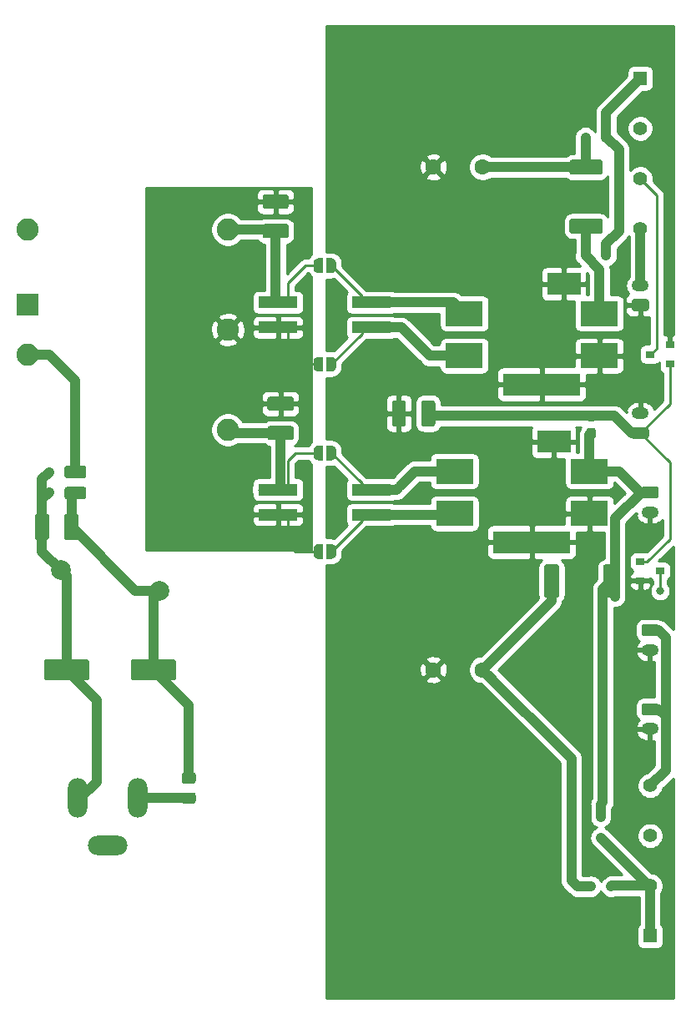
<source format=gtl>
G04 #@! TF.GenerationSoftware,KiCad,Pcbnew,(5.1.5-0)*
G04 #@! TF.CreationDate,2021-01-10T16:54:21-07:00*
G04 #@! TF.ProjectId,power_cui,706f7765-725f-4637-9569-2e6b69636164,rev?*
G04 #@! TF.SameCoordinates,Original*
G04 #@! TF.FileFunction,Copper,L1,Top*
G04 #@! TF.FilePolarity,Positive*
%FSLAX46Y46*%
G04 Gerber Fmt 4.6, Leading zero omitted, Abs format (unit mm)*
G04 Created by KiCad (PCBNEW (5.1.5-0)) date 2021-01-10 16:54:21*
%MOMM*%
%LPD*%
G04 APERTURE LIST*
%ADD10O,2.000000X4.000000*%
%ADD11O,4.000000X2.000000*%
%ADD12O,1.750000X1.200000*%
%ADD13C,0.100000*%
%ADD14R,0.900000X0.800000*%
%ADD15R,1.400000X1.400000*%
%ADD16C,1.400000*%
%ADD17R,0.600000X0.450000*%
%ADD18R,0.450000X0.600000*%
%ADD19C,1.600000*%
%ADD20R,2.250000X2.250000*%
%ADD21C,2.250000*%
%ADD22C,2.000000*%
%ADD23R,3.400000X2.300000*%
%ADD24R,7.900000X2.300000*%
%ADD25R,3.800000X2.500000*%
%ADD26R,4.000000X1.200000*%
%ADD27C,0.800000*%
%ADD28C,1.000000*%
%ADD29C,0.250000*%
%ADD30C,0.254000*%
G04 APERTURE END LIST*
D10*
X100000000Y-129000000D03*
D11*
X97000000Y-133800000D03*
D10*
X93900000Y-129000000D03*
D12*
X151000000Y-90000000D03*
G04 #@! TA.AperFunction,ComponentPad*
D13*
G36*
X151649505Y-91401204D02*
G01*
X151673773Y-91404804D01*
X151697572Y-91410765D01*
X151720671Y-91419030D01*
X151742850Y-91429520D01*
X151763893Y-91442132D01*
X151783599Y-91456747D01*
X151801777Y-91473223D01*
X151818253Y-91491401D01*
X151832868Y-91511107D01*
X151845480Y-91532150D01*
X151855970Y-91554329D01*
X151864235Y-91577428D01*
X151870196Y-91601227D01*
X151873796Y-91625495D01*
X151875000Y-91649999D01*
X151875000Y-92350001D01*
X151873796Y-92374505D01*
X151870196Y-92398773D01*
X151864235Y-92422572D01*
X151855970Y-92445671D01*
X151845480Y-92467850D01*
X151832868Y-92488893D01*
X151818253Y-92508599D01*
X151801777Y-92526777D01*
X151783599Y-92543253D01*
X151763893Y-92557868D01*
X151742850Y-92570480D01*
X151720671Y-92580970D01*
X151697572Y-92589235D01*
X151673773Y-92595196D01*
X151649505Y-92598796D01*
X151625001Y-92600000D01*
X150374999Y-92600000D01*
X150350495Y-92598796D01*
X150326227Y-92595196D01*
X150302428Y-92589235D01*
X150279329Y-92580970D01*
X150257150Y-92570480D01*
X150236107Y-92557868D01*
X150216401Y-92543253D01*
X150198223Y-92526777D01*
X150181747Y-92508599D01*
X150167132Y-92488893D01*
X150154520Y-92467850D01*
X150144030Y-92445671D01*
X150135765Y-92422572D01*
X150129804Y-92398773D01*
X150126204Y-92374505D01*
X150125000Y-92350001D01*
X150125000Y-91649999D01*
X150126204Y-91625495D01*
X150129804Y-91601227D01*
X150135765Y-91577428D01*
X150144030Y-91554329D01*
X150154520Y-91532150D01*
X150167132Y-91511107D01*
X150181747Y-91491401D01*
X150198223Y-91473223D01*
X150216401Y-91456747D01*
X150236107Y-91442132D01*
X150257150Y-91429520D01*
X150279329Y-91419030D01*
X150302428Y-91410765D01*
X150326227Y-91404804D01*
X150350495Y-91401204D01*
X150374999Y-91400000D01*
X151625001Y-91400000D01*
X151649505Y-91401204D01*
G37*
G04 #@! TD.AperFunction*
G04 #@! TA.AperFunction,SMDPad,CuDef*
G36*
X129974504Y-88676204D02*
G01*
X129998773Y-88679804D01*
X130022571Y-88685765D01*
X130045671Y-88694030D01*
X130067849Y-88704520D01*
X130088893Y-88717133D01*
X130108598Y-88731747D01*
X130126777Y-88748223D01*
X130143253Y-88766402D01*
X130157867Y-88786107D01*
X130170480Y-88807151D01*
X130180970Y-88829329D01*
X130189235Y-88852429D01*
X130195196Y-88876227D01*
X130198796Y-88900496D01*
X130200000Y-88925000D01*
X130200000Y-91075000D01*
X130198796Y-91099504D01*
X130195196Y-91123773D01*
X130189235Y-91147571D01*
X130180970Y-91170671D01*
X130170480Y-91192849D01*
X130157867Y-91213893D01*
X130143253Y-91233598D01*
X130126777Y-91251777D01*
X130108598Y-91268253D01*
X130088893Y-91282867D01*
X130067849Y-91295480D01*
X130045671Y-91305970D01*
X130022571Y-91314235D01*
X129998773Y-91320196D01*
X129974504Y-91323796D01*
X129950000Y-91325000D01*
X129025000Y-91325000D01*
X129000496Y-91323796D01*
X128976227Y-91320196D01*
X128952429Y-91314235D01*
X128929329Y-91305970D01*
X128907151Y-91295480D01*
X128886107Y-91282867D01*
X128866402Y-91268253D01*
X128848223Y-91251777D01*
X128831747Y-91233598D01*
X128817133Y-91213893D01*
X128804520Y-91192849D01*
X128794030Y-91170671D01*
X128785765Y-91147571D01*
X128779804Y-91123773D01*
X128776204Y-91099504D01*
X128775000Y-91075000D01*
X128775000Y-88925000D01*
X128776204Y-88900496D01*
X128779804Y-88876227D01*
X128785765Y-88852429D01*
X128794030Y-88829329D01*
X128804520Y-88807151D01*
X128817133Y-88786107D01*
X128831747Y-88766402D01*
X128848223Y-88748223D01*
X128866402Y-88731747D01*
X128886107Y-88717133D01*
X128907151Y-88704520D01*
X128929329Y-88694030D01*
X128952429Y-88685765D01*
X128976227Y-88679804D01*
X129000496Y-88676204D01*
X129025000Y-88675000D01*
X129950000Y-88675000D01*
X129974504Y-88676204D01*
G37*
G04 #@! TD.AperFunction*
G04 #@! TA.AperFunction,SMDPad,CuDef*
G36*
X126999504Y-88676204D02*
G01*
X127023773Y-88679804D01*
X127047571Y-88685765D01*
X127070671Y-88694030D01*
X127092849Y-88704520D01*
X127113893Y-88717133D01*
X127133598Y-88731747D01*
X127151777Y-88748223D01*
X127168253Y-88766402D01*
X127182867Y-88786107D01*
X127195480Y-88807151D01*
X127205970Y-88829329D01*
X127214235Y-88852429D01*
X127220196Y-88876227D01*
X127223796Y-88900496D01*
X127225000Y-88925000D01*
X127225000Y-91075000D01*
X127223796Y-91099504D01*
X127220196Y-91123773D01*
X127214235Y-91147571D01*
X127205970Y-91170671D01*
X127195480Y-91192849D01*
X127182867Y-91213893D01*
X127168253Y-91233598D01*
X127151777Y-91251777D01*
X127133598Y-91268253D01*
X127113893Y-91282867D01*
X127092849Y-91295480D01*
X127070671Y-91305970D01*
X127047571Y-91314235D01*
X127023773Y-91320196D01*
X126999504Y-91323796D01*
X126975000Y-91325000D01*
X126050000Y-91325000D01*
X126025496Y-91323796D01*
X126001227Y-91320196D01*
X125977429Y-91314235D01*
X125954329Y-91305970D01*
X125932151Y-91295480D01*
X125911107Y-91282867D01*
X125891402Y-91268253D01*
X125873223Y-91251777D01*
X125856747Y-91233598D01*
X125842133Y-91213893D01*
X125829520Y-91192849D01*
X125819030Y-91170671D01*
X125810765Y-91147571D01*
X125804804Y-91123773D01*
X125801204Y-91099504D01*
X125800000Y-91075000D01*
X125800000Y-88925000D01*
X125801204Y-88900496D01*
X125804804Y-88876227D01*
X125810765Y-88852429D01*
X125819030Y-88829329D01*
X125829520Y-88807151D01*
X125842133Y-88786107D01*
X125856747Y-88766402D01*
X125873223Y-88748223D01*
X125891402Y-88731747D01*
X125911107Y-88717133D01*
X125932151Y-88704520D01*
X125954329Y-88694030D01*
X125977429Y-88685765D01*
X126001227Y-88679804D01*
X126025496Y-88676204D01*
X126050000Y-88675000D01*
X126975000Y-88675000D01*
X126999504Y-88676204D01*
G37*
G04 #@! TD.AperFunction*
G04 #@! TA.AperFunction,SMDPad,CuDef*
G36*
X146949505Y-70226204D02*
G01*
X146973773Y-70229804D01*
X146997572Y-70235765D01*
X147020671Y-70244030D01*
X147042850Y-70254520D01*
X147063893Y-70267132D01*
X147083599Y-70281747D01*
X147101777Y-70298223D01*
X147118253Y-70316401D01*
X147132868Y-70336107D01*
X147145480Y-70357150D01*
X147155970Y-70379329D01*
X147164235Y-70402428D01*
X147170196Y-70426227D01*
X147173796Y-70450495D01*
X147175000Y-70474999D01*
X147175000Y-71500001D01*
X147173796Y-71524505D01*
X147170196Y-71548773D01*
X147164235Y-71572572D01*
X147155970Y-71595671D01*
X147145480Y-71617850D01*
X147132868Y-71638893D01*
X147118253Y-71658599D01*
X147101777Y-71676777D01*
X147083599Y-71693253D01*
X147063893Y-71707868D01*
X147042850Y-71720480D01*
X147020671Y-71730970D01*
X146997572Y-71739235D01*
X146973773Y-71745196D01*
X146949505Y-71748796D01*
X146925001Y-71750000D01*
X144074999Y-71750000D01*
X144050495Y-71748796D01*
X144026227Y-71745196D01*
X144002428Y-71739235D01*
X143979329Y-71730970D01*
X143957150Y-71720480D01*
X143936107Y-71707868D01*
X143916401Y-71693253D01*
X143898223Y-71676777D01*
X143881747Y-71658599D01*
X143867132Y-71638893D01*
X143854520Y-71617850D01*
X143844030Y-71595671D01*
X143835765Y-71572572D01*
X143829804Y-71548773D01*
X143826204Y-71524505D01*
X143825000Y-71500001D01*
X143825000Y-70474999D01*
X143826204Y-70450495D01*
X143829804Y-70426227D01*
X143835765Y-70402428D01*
X143844030Y-70379329D01*
X143854520Y-70357150D01*
X143867132Y-70336107D01*
X143881747Y-70316401D01*
X143898223Y-70298223D01*
X143916401Y-70281747D01*
X143936107Y-70267132D01*
X143957150Y-70254520D01*
X143979329Y-70244030D01*
X144002428Y-70235765D01*
X144026227Y-70229804D01*
X144050495Y-70226204D01*
X144074999Y-70225000D01*
X146925001Y-70225000D01*
X146949505Y-70226204D01*
G37*
G04 #@! TD.AperFunction*
G04 #@! TA.AperFunction,SMDPad,CuDef*
G36*
X146949505Y-64251204D02*
G01*
X146973773Y-64254804D01*
X146997572Y-64260765D01*
X147020671Y-64269030D01*
X147042850Y-64279520D01*
X147063893Y-64292132D01*
X147083599Y-64306747D01*
X147101777Y-64323223D01*
X147118253Y-64341401D01*
X147132868Y-64361107D01*
X147145480Y-64382150D01*
X147155970Y-64404329D01*
X147164235Y-64427428D01*
X147170196Y-64451227D01*
X147173796Y-64475495D01*
X147175000Y-64499999D01*
X147175000Y-65525001D01*
X147173796Y-65549505D01*
X147170196Y-65573773D01*
X147164235Y-65597572D01*
X147155970Y-65620671D01*
X147145480Y-65642850D01*
X147132868Y-65663893D01*
X147118253Y-65683599D01*
X147101777Y-65701777D01*
X147083599Y-65718253D01*
X147063893Y-65732868D01*
X147042850Y-65745480D01*
X147020671Y-65755970D01*
X146997572Y-65764235D01*
X146973773Y-65770196D01*
X146949505Y-65773796D01*
X146925001Y-65775000D01*
X144074999Y-65775000D01*
X144050495Y-65773796D01*
X144026227Y-65770196D01*
X144002428Y-65764235D01*
X143979329Y-65755970D01*
X143957150Y-65745480D01*
X143936107Y-65732868D01*
X143916401Y-65718253D01*
X143898223Y-65701777D01*
X143881747Y-65683599D01*
X143867132Y-65663893D01*
X143854520Y-65642850D01*
X143844030Y-65620671D01*
X143835765Y-65597572D01*
X143829804Y-65573773D01*
X143826204Y-65549505D01*
X143825000Y-65525001D01*
X143825000Y-64499999D01*
X143826204Y-64475495D01*
X143829804Y-64451227D01*
X143835765Y-64427428D01*
X143844030Y-64404329D01*
X143854520Y-64382150D01*
X143867132Y-64361107D01*
X143881747Y-64341401D01*
X143898223Y-64323223D01*
X143916401Y-64306747D01*
X143936107Y-64292132D01*
X143957150Y-64279520D01*
X143979329Y-64269030D01*
X144002428Y-64260765D01*
X144026227Y-64254804D01*
X144050495Y-64251204D01*
X144074999Y-64250000D01*
X146925001Y-64250000D01*
X146949505Y-64251204D01*
G37*
G04 #@! TD.AperFunction*
G04 #@! TA.AperFunction,SMDPad,CuDef*
G36*
X146260779Y-91476144D02*
G01*
X146283834Y-91479563D01*
X146306443Y-91485227D01*
X146328387Y-91493079D01*
X146349457Y-91503044D01*
X146369448Y-91515026D01*
X146388168Y-91528910D01*
X146405438Y-91544562D01*
X146421090Y-91561832D01*
X146434974Y-91580552D01*
X146446956Y-91600543D01*
X146456921Y-91621613D01*
X146464773Y-91643557D01*
X146470437Y-91666166D01*
X146473856Y-91689221D01*
X146475000Y-91712500D01*
X146475000Y-92287500D01*
X146473856Y-92310779D01*
X146470437Y-92333834D01*
X146464773Y-92356443D01*
X146456921Y-92378387D01*
X146446956Y-92399457D01*
X146434974Y-92419448D01*
X146421090Y-92438168D01*
X146405438Y-92455438D01*
X146388168Y-92471090D01*
X146369448Y-92484974D01*
X146349457Y-92496956D01*
X146328387Y-92506921D01*
X146306443Y-92514773D01*
X146283834Y-92520437D01*
X146260779Y-92523856D01*
X146237500Y-92525000D01*
X145762500Y-92525000D01*
X145739221Y-92523856D01*
X145716166Y-92520437D01*
X145693557Y-92514773D01*
X145671613Y-92506921D01*
X145650543Y-92496956D01*
X145630552Y-92484974D01*
X145611832Y-92471090D01*
X145594562Y-92455438D01*
X145578910Y-92438168D01*
X145565026Y-92419448D01*
X145553044Y-92399457D01*
X145543079Y-92378387D01*
X145535227Y-92356443D01*
X145529563Y-92333834D01*
X145526144Y-92310779D01*
X145525000Y-92287500D01*
X145525000Y-91712500D01*
X145526144Y-91689221D01*
X145529563Y-91666166D01*
X145535227Y-91643557D01*
X145543079Y-91621613D01*
X145553044Y-91600543D01*
X145565026Y-91580552D01*
X145578910Y-91561832D01*
X145594562Y-91544562D01*
X145611832Y-91528910D01*
X145630552Y-91515026D01*
X145650543Y-91503044D01*
X145671613Y-91493079D01*
X145693557Y-91485227D01*
X145716166Y-91479563D01*
X145739221Y-91476144D01*
X145762500Y-91475000D01*
X146237500Y-91475000D01*
X146260779Y-91476144D01*
G37*
G04 #@! TD.AperFunction*
G04 #@! TA.AperFunction,SMDPad,CuDef*
G36*
X146260779Y-89726144D02*
G01*
X146283834Y-89729563D01*
X146306443Y-89735227D01*
X146328387Y-89743079D01*
X146349457Y-89753044D01*
X146369448Y-89765026D01*
X146388168Y-89778910D01*
X146405438Y-89794562D01*
X146421090Y-89811832D01*
X146434974Y-89830552D01*
X146446956Y-89850543D01*
X146456921Y-89871613D01*
X146464773Y-89893557D01*
X146470437Y-89916166D01*
X146473856Y-89939221D01*
X146475000Y-89962500D01*
X146475000Y-90537500D01*
X146473856Y-90560779D01*
X146470437Y-90583834D01*
X146464773Y-90606443D01*
X146456921Y-90628387D01*
X146446956Y-90649457D01*
X146434974Y-90669448D01*
X146421090Y-90688168D01*
X146405438Y-90705438D01*
X146388168Y-90721090D01*
X146369448Y-90734974D01*
X146349457Y-90746956D01*
X146328387Y-90756921D01*
X146306443Y-90764773D01*
X146283834Y-90770437D01*
X146260779Y-90773856D01*
X146237500Y-90775000D01*
X145762500Y-90775000D01*
X145739221Y-90773856D01*
X145716166Y-90770437D01*
X145693557Y-90764773D01*
X145671613Y-90756921D01*
X145650543Y-90746956D01*
X145630552Y-90734974D01*
X145611832Y-90721090D01*
X145594562Y-90705438D01*
X145578910Y-90688168D01*
X145565026Y-90669448D01*
X145553044Y-90649457D01*
X145543079Y-90628387D01*
X145535227Y-90606443D01*
X145529563Y-90583834D01*
X145526144Y-90560779D01*
X145525000Y-90537500D01*
X145525000Y-89962500D01*
X145526144Y-89939221D01*
X145529563Y-89916166D01*
X145535227Y-89893557D01*
X145543079Y-89871613D01*
X145553044Y-89850543D01*
X145565026Y-89830552D01*
X145578910Y-89811832D01*
X145594562Y-89794562D01*
X145611832Y-89778910D01*
X145630552Y-89765026D01*
X145650543Y-89753044D01*
X145671613Y-89743079D01*
X145693557Y-89735227D01*
X145716166Y-89729563D01*
X145739221Y-89726144D01*
X145762500Y-89725000D01*
X146237500Y-89725000D01*
X146260779Y-89726144D01*
G37*
G04 #@! TD.AperFunction*
D14*
X152000000Y-84000000D03*
X154000000Y-83050000D03*
X154000000Y-84950000D03*
X153000000Y-106000000D03*
X151000000Y-106950000D03*
X151000000Y-105050000D03*
D15*
X151000000Y-56000000D03*
D16*
X151000000Y-61080000D03*
X151000000Y-66160000D03*
X151000000Y-71240000D03*
D15*
X152000000Y-143000000D03*
D16*
X152000000Y-137920000D03*
X152000000Y-132840000D03*
X152000000Y-127760000D03*
D12*
X152000000Y-122000000D03*
G04 #@! TA.AperFunction,ComponentPad*
D13*
G36*
X152649505Y-119401204D02*
G01*
X152673773Y-119404804D01*
X152697572Y-119410765D01*
X152720671Y-119419030D01*
X152742850Y-119429520D01*
X152763893Y-119442132D01*
X152783599Y-119456747D01*
X152801777Y-119473223D01*
X152818253Y-119491401D01*
X152832868Y-119511107D01*
X152845480Y-119532150D01*
X152855970Y-119554329D01*
X152864235Y-119577428D01*
X152870196Y-119601227D01*
X152873796Y-119625495D01*
X152875000Y-119649999D01*
X152875000Y-120350001D01*
X152873796Y-120374505D01*
X152870196Y-120398773D01*
X152864235Y-120422572D01*
X152855970Y-120445671D01*
X152845480Y-120467850D01*
X152832868Y-120488893D01*
X152818253Y-120508599D01*
X152801777Y-120526777D01*
X152783599Y-120543253D01*
X152763893Y-120557868D01*
X152742850Y-120570480D01*
X152720671Y-120580970D01*
X152697572Y-120589235D01*
X152673773Y-120595196D01*
X152649505Y-120598796D01*
X152625001Y-120600000D01*
X151374999Y-120600000D01*
X151350495Y-120598796D01*
X151326227Y-120595196D01*
X151302428Y-120589235D01*
X151279329Y-120580970D01*
X151257150Y-120570480D01*
X151236107Y-120557868D01*
X151216401Y-120543253D01*
X151198223Y-120526777D01*
X151181747Y-120508599D01*
X151167132Y-120488893D01*
X151154520Y-120467850D01*
X151144030Y-120445671D01*
X151135765Y-120422572D01*
X151129804Y-120398773D01*
X151126204Y-120374505D01*
X151125000Y-120350001D01*
X151125000Y-119649999D01*
X151126204Y-119625495D01*
X151129804Y-119601227D01*
X151135765Y-119577428D01*
X151144030Y-119554329D01*
X151154520Y-119532150D01*
X151167132Y-119511107D01*
X151181747Y-119491401D01*
X151198223Y-119473223D01*
X151216401Y-119456747D01*
X151236107Y-119442132D01*
X151257150Y-119429520D01*
X151279329Y-119419030D01*
X151302428Y-119410765D01*
X151326227Y-119404804D01*
X151350495Y-119401204D01*
X151374999Y-119400000D01*
X152625001Y-119400000D01*
X152649505Y-119401204D01*
G37*
G04 #@! TD.AperFunction*
D12*
X151000000Y-77000000D03*
G04 #@! TA.AperFunction,ComponentPad*
D13*
G36*
X151649505Y-78401204D02*
G01*
X151673773Y-78404804D01*
X151697572Y-78410765D01*
X151720671Y-78419030D01*
X151742850Y-78429520D01*
X151763893Y-78442132D01*
X151783599Y-78456747D01*
X151801777Y-78473223D01*
X151818253Y-78491401D01*
X151832868Y-78511107D01*
X151845480Y-78532150D01*
X151855970Y-78554329D01*
X151864235Y-78577428D01*
X151870196Y-78601227D01*
X151873796Y-78625495D01*
X151875000Y-78649999D01*
X151875000Y-79350001D01*
X151873796Y-79374505D01*
X151870196Y-79398773D01*
X151864235Y-79422572D01*
X151855970Y-79445671D01*
X151845480Y-79467850D01*
X151832868Y-79488893D01*
X151818253Y-79508599D01*
X151801777Y-79526777D01*
X151783599Y-79543253D01*
X151763893Y-79557868D01*
X151742850Y-79570480D01*
X151720671Y-79580970D01*
X151697572Y-79589235D01*
X151673773Y-79595196D01*
X151649505Y-79598796D01*
X151625001Y-79600000D01*
X150374999Y-79600000D01*
X150350495Y-79598796D01*
X150326227Y-79595196D01*
X150302428Y-79589235D01*
X150279329Y-79580970D01*
X150257150Y-79570480D01*
X150236107Y-79557868D01*
X150216401Y-79543253D01*
X150198223Y-79526777D01*
X150181747Y-79508599D01*
X150167132Y-79488893D01*
X150154520Y-79467850D01*
X150144030Y-79445671D01*
X150135765Y-79422572D01*
X150129804Y-79398773D01*
X150126204Y-79374505D01*
X150125000Y-79350001D01*
X150125000Y-78649999D01*
X150126204Y-78625495D01*
X150129804Y-78601227D01*
X150135765Y-78577428D01*
X150144030Y-78554329D01*
X150154520Y-78532150D01*
X150167132Y-78511107D01*
X150181747Y-78491401D01*
X150198223Y-78473223D01*
X150216401Y-78456747D01*
X150236107Y-78442132D01*
X150257150Y-78429520D01*
X150279329Y-78419030D01*
X150302428Y-78410765D01*
X150326227Y-78404804D01*
X150350495Y-78401204D01*
X150374999Y-78400000D01*
X151625001Y-78400000D01*
X151649505Y-78401204D01*
G37*
G04 #@! TD.AperFunction*
D12*
X152000000Y-114000000D03*
G04 #@! TA.AperFunction,ComponentPad*
D13*
G36*
X152649505Y-111401204D02*
G01*
X152673773Y-111404804D01*
X152697572Y-111410765D01*
X152720671Y-111419030D01*
X152742850Y-111429520D01*
X152763893Y-111442132D01*
X152783599Y-111456747D01*
X152801777Y-111473223D01*
X152818253Y-111491401D01*
X152832868Y-111511107D01*
X152845480Y-111532150D01*
X152855970Y-111554329D01*
X152864235Y-111577428D01*
X152870196Y-111601227D01*
X152873796Y-111625495D01*
X152875000Y-111649999D01*
X152875000Y-112350001D01*
X152873796Y-112374505D01*
X152870196Y-112398773D01*
X152864235Y-112422572D01*
X152855970Y-112445671D01*
X152845480Y-112467850D01*
X152832868Y-112488893D01*
X152818253Y-112508599D01*
X152801777Y-112526777D01*
X152783599Y-112543253D01*
X152763893Y-112557868D01*
X152742850Y-112570480D01*
X152720671Y-112580970D01*
X152697572Y-112589235D01*
X152673773Y-112595196D01*
X152649505Y-112598796D01*
X152625001Y-112600000D01*
X151374999Y-112600000D01*
X151350495Y-112598796D01*
X151326227Y-112595196D01*
X151302428Y-112589235D01*
X151279329Y-112580970D01*
X151257150Y-112570480D01*
X151236107Y-112557868D01*
X151216401Y-112543253D01*
X151198223Y-112526777D01*
X151181747Y-112508599D01*
X151167132Y-112488893D01*
X151154520Y-112467850D01*
X151144030Y-112445671D01*
X151135765Y-112422572D01*
X151129804Y-112398773D01*
X151126204Y-112374505D01*
X151125000Y-112350001D01*
X151125000Y-111649999D01*
X151126204Y-111625495D01*
X151129804Y-111601227D01*
X151135765Y-111577428D01*
X151144030Y-111554329D01*
X151154520Y-111532150D01*
X151167132Y-111511107D01*
X151181747Y-111491401D01*
X151198223Y-111473223D01*
X151216401Y-111456747D01*
X151236107Y-111442132D01*
X151257150Y-111429520D01*
X151279329Y-111419030D01*
X151302428Y-111410765D01*
X151326227Y-111404804D01*
X151350495Y-111401204D01*
X151374999Y-111400000D01*
X152625001Y-111400000D01*
X152649505Y-111401204D01*
G37*
G04 #@! TD.AperFunction*
D12*
X152000000Y-100000000D03*
G04 #@! TA.AperFunction,ComponentPad*
D13*
G36*
X152649505Y-97401204D02*
G01*
X152673773Y-97404804D01*
X152697572Y-97410765D01*
X152720671Y-97419030D01*
X152742850Y-97429520D01*
X152763893Y-97442132D01*
X152783599Y-97456747D01*
X152801777Y-97473223D01*
X152818253Y-97491401D01*
X152832868Y-97511107D01*
X152845480Y-97532150D01*
X152855970Y-97554329D01*
X152864235Y-97577428D01*
X152870196Y-97601227D01*
X152873796Y-97625495D01*
X152875000Y-97649999D01*
X152875000Y-98350001D01*
X152873796Y-98374505D01*
X152870196Y-98398773D01*
X152864235Y-98422572D01*
X152855970Y-98445671D01*
X152845480Y-98467850D01*
X152832868Y-98488893D01*
X152818253Y-98508599D01*
X152801777Y-98526777D01*
X152783599Y-98543253D01*
X152763893Y-98557868D01*
X152742850Y-98570480D01*
X152720671Y-98580970D01*
X152697572Y-98589235D01*
X152673773Y-98595196D01*
X152649505Y-98598796D01*
X152625001Y-98600000D01*
X151374999Y-98600000D01*
X151350495Y-98598796D01*
X151326227Y-98595196D01*
X151302428Y-98589235D01*
X151279329Y-98580970D01*
X151257150Y-98570480D01*
X151236107Y-98557868D01*
X151216401Y-98543253D01*
X151198223Y-98526777D01*
X151181747Y-98508599D01*
X151167132Y-98488893D01*
X151154520Y-98467850D01*
X151144030Y-98445671D01*
X151135765Y-98422572D01*
X151129804Y-98398773D01*
X151126204Y-98374505D01*
X151125000Y-98350001D01*
X151125000Y-97649999D01*
X151126204Y-97625495D01*
X151129804Y-97601227D01*
X151135765Y-97577428D01*
X151144030Y-97554329D01*
X151154520Y-97532150D01*
X151167132Y-97511107D01*
X151181747Y-97491401D01*
X151198223Y-97473223D01*
X151216401Y-97456747D01*
X151236107Y-97442132D01*
X151257150Y-97429520D01*
X151279329Y-97419030D01*
X151302428Y-97410765D01*
X151326227Y-97404804D01*
X151350495Y-97401204D01*
X151374999Y-97400000D01*
X152625001Y-97400000D01*
X152649505Y-97401204D01*
G37*
G04 #@! TD.AperFunction*
D17*
X147550000Y-74000000D03*
X145450000Y-74000000D03*
D18*
X147000000Y-130950000D03*
X147000000Y-133050000D03*
G04 #@! TA.AperFunction,SMDPad,CuDef*
D13*
G36*
X142549505Y-105326204D02*
G01*
X142573773Y-105329804D01*
X142597572Y-105335765D01*
X142620671Y-105344030D01*
X142642850Y-105354520D01*
X142663893Y-105367132D01*
X142683599Y-105381747D01*
X142701777Y-105398223D01*
X142718253Y-105416401D01*
X142732868Y-105436107D01*
X142745480Y-105457150D01*
X142755970Y-105479329D01*
X142764235Y-105502428D01*
X142770196Y-105526227D01*
X142773796Y-105550495D01*
X142775000Y-105574999D01*
X142775000Y-108425001D01*
X142773796Y-108449505D01*
X142770196Y-108473773D01*
X142764235Y-108497572D01*
X142755970Y-108520671D01*
X142745480Y-108542850D01*
X142732868Y-108563893D01*
X142718253Y-108583599D01*
X142701777Y-108601777D01*
X142683599Y-108618253D01*
X142663893Y-108632868D01*
X142642850Y-108645480D01*
X142620671Y-108655970D01*
X142597572Y-108664235D01*
X142573773Y-108670196D01*
X142549505Y-108673796D01*
X142525001Y-108675000D01*
X141499999Y-108675000D01*
X141475495Y-108673796D01*
X141451227Y-108670196D01*
X141427428Y-108664235D01*
X141404329Y-108655970D01*
X141382150Y-108645480D01*
X141361107Y-108632868D01*
X141341401Y-108618253D01*
X141323223Y-108601777D01*
X141306747Y-108583599D01*
X141292132Y-108563893D01*
X141279520Y-108542850D01*
X141269030Y-108520671D01*
X141260765Y-108497572D01*
X141254804Y-108473773D01*
X141251204Y-108449505D01*
X141250000Y-108425001D01*
X141250000Y-105574999D01*
X141251204Y-105550495D01*
X141254804Y-105526227D01*
X141260765Y-105502428D01*
X141269030Y-105479329D01*
X141279520Y-105457150D01*
X141292132Y-105436107D01*
X141306747Y-105416401D01*
X141323223Y-105398223D01*
X141341401Y-105381747D01*
X141361107Y-105367132D01*
X141382150Y-105354520D01*
X141404329Y-105344030D01*
X141427428Y-105335765D01*
X141451227Y-105329804D01*
X141475495Y-105326204D01*
X141499999Y-105325000D01*
X142525001Y-105325000D01*
X142549505Y-105326204D01*
G37*
G04 #@! TD.AperFunction*
G04 #@! TA.AperFunction,SMDPad,CuDef*
G36*
X148524505Y-105326204D02*
G01*
X148548773Y-105329804D01*
X148572572Y-105335765D01*
X148595671Y-105344030D01*
X148617850Y-105354520D01*
X148638893Y-105367132D01*
X148658599Y-105381747D01*
X148676777Y-105398223D01*
X148693253Y-105416401D01*
X148707868Y-105436107D01*
X148720480Y-105457150D01*
X148730970Y-105479329D01*
X148739235Y-105502428D01*
X148745196Y-105526227D01*
X148748796Y-105550495D01*
X148750000Y-105574999D01*
X148750000Y-108425001D01*
X148748796Y-108449505D01*
X148745196Y-108473773D01*
X148739235Y-108497572D01*
X148730970Y-108520671D01*
X148720480Y-108542850D01*
X148707868Y-108563893D01*
X148693253Y-108583599D01*
X148676777Y-108601777D01*
X148658599Y-108618253D01*
X148638893Y-108632868D01*
X148617850Y-108645480D01*
X148595671Y-108655970D01*
X148572572Y-108664235D01*
X148548773Y-108670196D01*
X148524505Y-108673796D01*
X148500001Y-108675000D01*
X147474999Y-108675000D01*
X147450495Y-108673796D01*
X147426227Y-108670196D01*
X147402428Y-108664235D01*
X147379329Y-108655970D01*
X147357150Y-108645480D01*
X147336107Y-108632868D01*
X147316401Y-108618253D01*
X147298223Y-108601777D01*
X147281747Y-108583599D01*
X147267132Y-108563893D01*
X147254520Y-108542850D01*
X147244030Y-108520671D01*
X147235765Y-108497572D01*
X147229804Y-108473773D01*
X147226204Y-108449505D01*
X147225000Y-108425001D01*
X147225000Y-105574999D01*
X147226204Y-105550495D01*
X147229804Y-105526227D01*
X147235765Y-105502428D01*
X147244030Y-105479329D01*
X147254520Y-105457150D01*
X147267132Y-105436107D01*
X147281747Y-105416401D01*
X147298223Y-105398223D01*
X147316401Y-105381747D01*
X147336107Y-105367132D01*
X147357150Y-105354520D01*
X147379329Y-105344030D01*
X147402428Y-105335765D01*
X147426227Y-105329804D01*
X147450495Y-105326204D01*
X147474999Y-105325000D01*
X148500001Y-105325000D01*
X148524505Y-105326204D01*
G37*
G04 #@! TD.AperFunction*
D17*
X147550000Y-62000000D03*
X145450000Y-62000000D03*
X145950000Y-138000000D03*
X148050000Y-138000000D03*
D19*
X135000000Y-65000000D03*
X130000000Y-65000000D03*
X130000000Y-116000000D03*
X135000000Y-116000000D03*
G04 #@! TA.AperFunction,SMDPad,CuDef*
D13*
G36*
X94574504Y-97451204D02*
G01*
X94598773Y-97454804D01*
X94622571Y-97460765D01*
X94645671Y-97469030D01*
X94667849Y-97479520D01*
X94688893Y-97492133D01*
X94708598Y-97506747D01*
X94726777Y-97523223D01*
X94743253Y-97541402D01*
X94757867Y-97561107D01*
X94770480Y-97582151D01*
X94780970Y-97604329D01*
X94789235Y-97627429D01*
X94795196Y-97651227D01*
X94798796Y-97675496D01*
X94800000Y-97700000D01*
X94800000Y-98450000D01*
X94798796Y-98474504D01*
X94795196Y-98498773D01*
X94789235Y-98522571D01*
X94780970Y-98545671D01*
X94770480Y-98567849D01*
X94757867Y-98588893D01*
X94743253Y-98608598D01*
X94726777Y-98626777D01*
X94708598Y-98643253D01*
X94688893Y-98657867D01*
X94667849Y-98670480D01*
X94645671Y-98680970D01*
X94622571Y-98689235D01*
X94598773Y-98695196D01*
X94574504Y-98698796D01*
X94550000Y-98700000D01*
X92850000Y-98700000D01*
X92825496Y-98698796D01*
X92801227Y-98695196D01*
X92777429Y-98689235D01*
X92754329Y-98680970D01*
X92732151Y-98670480D01*
X92711107Y-98657867D01*
X92691402Y-98643253D01*
X92673223Y-98626777D01*
X92656747Y-98608598D01*
X92642133Y-98588893D01*
X92629520Y-98567849D01*
X92619030Y-98545671D01*
X92610765Y-98522571D01*
X92604804Y-98498773D01*
X92601204Y-98474504D01*
X92600000Y-98450000D01*
X92600000Y-97700000D01*
X92601204Y-97675496D01*
X92604804Y-97651227D01*
X92610765Y-97627429D01*
X92619030Y-97604329D01*
X92629520Y-97582151D01*
X92642133Y-97561107D01*
X92656747Y-97541402D01*
X92673223Y-97523223D01*
X92691402Y-97506747D01*
X92711107Y-97492133D01*
X92732151Y-97479520D01*
X92754329Y-97469030D01*
X92777429Y-97460765D01*
X92801227Y-97454804D01*
X92825496Y-97451204D01*
X92850000Y-97450000D01*
X94550000Y-97450000D01*
X94574504Y-97451204D01*
G37*
G04 #@! TD.AperFunction*
G04 #@! TA.AperFunction,SMDPad,CuDef*
G36*
X94574504Y-95301204D02*
G01*
X94598773Y-95304804D01*
X94622571Y-95310765D01*
X94645671Y-95319030D01*
X94667849Y-95329520D01*
X94688893Y-95342133D01*
X94708598Y-95356747D01*
X94726777Y-95373223D01*
X94743253Y-95391402D01*
X94757867Y-95411107D01*
X94770480Y-95432151D01*
X94780970Y-95454329D01*
X94789235Y-95477429D01*
X94795196Y-95501227D01*
X94798796Y-95525496D01*
X94800000Y-95550000D01*
X94800000Y-96300000D01*
X94798796Y-96324504D01*
X94795196Y-96348773D01*
X94789235Y-96372571D01*
X94780970Y-96395671D01*
X94770480Y-96417849D01*
X94757867Y-96438893D01*
X94743253Y-96458598D01*
X94726777Y-96476777D01*
X94708598Y-96493253D01*
X94688893Y-96507867D01*
X94667849Y-96520480D01*
X94645671Y-96530970D01*
X94622571Y-96539235D01*
X94598773Y-96545196D01*
X94574504Y-96548796D01*
X94550000Y-96550000D01*
X92850000Y-96550000D01*
X92825496Y-96548796D01*
X92801227Y-96545196D01*
X92777429Y-96539235D01*
X92754329Y-96530970D01*
X92732151Y-96520480D01*
X92711107Y-96507867D01*
X92691402Y-96493253D01*
X92673223Y-96476777D01*
X92656747Y-96458598D01*
X92642133Y-96438893D01*
X92629520Y-96417849D01*
X92619030Y-96395671D01*
X92610765Y-96372571D01*
X92604804Y-96348773D01*
X92601204Y-96324504D01*
X92600000Y-96300000D01*
X92600000Y-95550000D01*
X92601204Y-95525496D01*
X92604804Y-95501227D01*
X92610765Y-95477429D01*
X92619030Y-95454329D01*
X92629520Y-95432151D01*
X92642133Y-95411107D01*
X92656747Y-95391402D01*
X92673223Y-95373223D01*
X92691402Y-95356747D01*
X92711107Y-95342133D01*
X92732151Y-95329520D01*
X92754329Y-95319030D01*
X92777429Y-95310765D01*
X92801227Y-95304804D01*
X92825496Y-95301204D01*
X92850000Y-95300000D01*
X94550000Y-95300000D01*
X94574504Y-95301204D01*
G37*
G04 #@! TD.AperFunction*
D20*
X88840000Y-78960000D03*
D21*
X88840000Y-84040000D03*
X109160000Y-91660000D03*
X109160000Y-81500000D03*
X109160000Y-71340000D03*
X88840000Y-71340000D03*
D22*
X92200000Y-105900000D03*
X102200000Y-108000000D03*
G04 #@! TA.AperFunction,SMDPad,CuDef*
D13*
G36*
X105674505Y-128451204D02*
G01*
X105698773Y-128454804D01*
X105722572Y-128460765D01*
X105745671Y-128469030D01*
X105767850Y-128479520D01*
X105788893Y-128492132D01*
X105808599Y-128506747D01*
X105826777Y-128523223D01*
X105843253Y-128541401D01*
X105857868Y-128561107D01*
X105870480Y-128582150D01*
X105880970Y-128604329D01*
X105889235Y-128627428D01*
X105895196Y-128651227D01*
X105898796Y-128675495D01*
X105900000Y-128699999D01*
X105900000Y-129350001D01*
X105898796Y-129374505D01*
X105895196Y-129398773D01*
X105889235Y-129422572D01*
X105880970Y-129445671D01*
X105870480Y-129467850D01*
X105857868Y-129488893D01*
X105843253Y-129508599D01*
X105826777Y-129526777D01*
X105808599Y-129543253D01*
X105788893Y-129557868D01*
X105767850Y-129570480D01*
X105745671Y-129580970D01*
X105722572Y-129589235D01*
X105698773Y-129595196D01*
X105674505Y-129598796D01*
X105650001Y-129600000D01*
X104749999Y-129600000D01*
X104725495Y-129598796D01*
X104701227Y-129595196D01*
X104677428Y-129589235D01*
X104654329Y-129580970D01*
X104632150Y-129570480D01*
X104611107Y-129557868D01*
X104591401Y-129543253D01*
X104573223Y-129526777D01*
X104556747Y-129508599D01*
X104542132Y-129488893D01*
X104529520Y-129467850D01*
X104519030Y-129445671D01*
X104510765Y-129422572D01*
X104504804Y-129398773D01*
X104501204Y-129374505D01*
X104500000Y-129350001D01*
X104500000Y-128699999D01*
X104501204Y-128675495D01*
X104504804Y-128651227D01*
X104510765Y-128627428D01*
X104519030Y-128604329D01*
X104529520Y-128582150D01*
X104542132Y-128561107D01*
X104556747Y-128541401D01*
X104573223Y-128523223D01*
X104591401Y-128506747D01*
X104611107Y-128492132D01*
X104632150Y-128479520D01*
X104654329Y-128469030D01*
X104677428Y-128460765D01*
X104701227Y-128454804D01*
X104725495Y-128451204D01*
X104749999Y-128450000D01*
X105650001Y-128450000D01*
X105674505Y-128451204D01*
G37*
G04 #@! TD.AperFunction*
G04 #@! TA.AperFunction,SMDPad,CuDef*
G36*
X105674505Y-126401204D02*
G01*
X105698773Y-126404804D01*
X105722572Y-126410765D01*
X105745671Y-126419030D01*
X105767850Y-126429520D01*
X105788893Y-126442132D01*
X105808599Y-126456747D01*
X105826777Y-126473223D01*
X105843253Y-126491401D01*
X105857868Y-126511107D01*
X105870480Y-126532150D01*
X105880970Y-126554329D01*
X105889235Y-126577428D01*
X105895196Y-126601227D01*
X105898796Y-126625495D01*
X105900000Y-126649999D01*
X105900000Y-127300001D01*
X105898796Y-127324505D01*
X105895196Y-127348773D01*
X105889235Y-127372572D01*
X105880970Y-127395671D01*
X105870480Y-127417850D01*
X105857868Y-127438893D01*
X105843253Y-127458599D01*
X105826777Y-127476777D01*
X105808599Y-127493253D01*
X105788893Y-127507868D01*
X105767850Y-127520480D01*
X105745671Y-127530970D01*
X105722572Y-127539235D01*
X105698773Y-127545196D01*
X105674505Y-127548796D01*
X105650001Y-127550000D01*
X104749999Y-127550000D01*
X104725495Y-127548796D01*
X104701227Y-127545196D01*
X104677428Y-127539235D01*
X104654329Y-127530970D01*
X104632150Y-127520480D01*
X104611107Y-127507868D01*
X104591401Y-127493253D01*
X104573223Y-127476777D01*
X104556747Y-127458599D01*
X104542132Y-127438893D01*
X104529520Y-127417850D01*
X104519030Y-127395671D01*
X104510765Y-127372572D01*
X104504804Y-127348773D01*
X104501204Y-127324505D01*
X104500000Y-127300001D01*
X104500000Y-126649999D01*
X104501204Y-126625495D01*
X104504804Y-126601227D01*
X104510765Y-126577428D01*
X104519030Y-126554329D01*
X104529520Y-126532150D01*
X104542132Y-126511107D01*
X104556747Y-126491401D01*
X104573223Y-126473223D01*
X104591401Y-126456747D01*
X104611107Y-126442132D01*
X104632150Y-126429520D01*
X104654329Y-126419030D01*
X104677428Y-126410765D01*
X104701227Y-126404804D01*
X104725495Y-126401204D01*
X104749999Y-126400000D01*
X105650001Y-126400000D01*
X105674505Y-126401204D01*
G37*
G04 #@! TD.AperFunction*
G04 #@! TA.AperFunction,SMDPad,CuDef*
G36*
X94874504Y-114951204D02*
G01*
X94898773Y-114954804D01*
X94922571Y-114960765D01*
X94945671Y-114969030D01*
X94967849Y-114979520D01*
X94988893Y-114992133D01*
X95008598Y-115006747D01*
X95026777Y-115023223D01*
X95043253Y-115041402D01*
X95057867Y-115061107D01*
X95070480Y-115082151D01*
X95080970Y-115104329D01*
X95089235Y-115127429D01*
X95095196Y-115151227D01*
X95098796Y-115175496D01*
X95100000Y-115200000D01*
X95100000Y-116800000D01*
X95098796Y-116824504D01*
X95095196Y-116848773D01*
X95089235Y-116872571D01*
X95080970Y-116895671D01*
X95070480Y-116917849D01*
X95057867Y-116938893D01*
X95043253Y-116958598D01*
X95026777Y-116976777D01*
X95008598Y-116993253D01*
X94988893Y-117007867D01*
X94967849Y-117020480D01*
X94945671Y-117030970D01*
X94922571Y-117039235D01*
X94898773Y-117045196D01*
X94874504Y-117048796D01*
X94850000Y-117050000D01*
X90750000Y-117050000D01*
X90725496Y-117048796D01*
X90701227Y-117045196D01*
X90677429Y-117039235D01*
X90654329Y-117030970D01*
X90632151Y-117020480D01*
X90611107Y-117007867D01*
X90591402Y-116993253D01*
X90573223Y-116976777D01*
X90556747Y-116958598D01*
X90542133Y-116938893D01*
X90529520Y-116917849D01*
X90519030Y-116895671D01*
X90510765Y-116872571D01*
X90504804Y-116848773D01*
X90501204Y-116824504D01*
X90500000Y-116800000D01*
X90500000Y-115200000D01*
X90501204Y-115175496D01*
X90504804Y-115151227D01*
X90510765Y-115127429D01*
X90519030Y-115104329D01*
X90529520Y-115082151D01*
X90542133Y-115061107D01*
X90556747Y-115041402D01*
X90573223Y-115023223D01*
X90591402Y-115006747D01*
X90611107Y-114992133D01*
X90632151Y-114979520D01*
X90654329Y-114969030D01*
X90677429Y-114960765D01*
X90701227Y-114954804D01*
X90725496Y-114951204D01*
X90750000Y-114950000D01*
X94850000Y-114950000D01*
X94874504Y-114951204D01*
G37*
G04 #@! TD.AperFunction*
G04 #@! TA.AperFunction,SMDPad,CuDef*
G36*
X103674504Y-114951204D02*
G01*
X103698773Y-114954804D01*
X103722571Y-114960765D01*
X103745671Y-114969030D01*
X103767849Y-114979520D01*
X103788893Y-114992133D01*
X103808598Y-115006747D01*
X103826777Y-115023223D01*
X103843253Y-115041402D01*
X103857867Y-115061107D01*
X103870480Y-115082151D01*
X103880970Y-115104329D01*
X103889235Y-115127429D01*
X103895196Y-115151227D01*
X103898796Y-115175496D01*
X103900000Y-115200000D01*
X103900000Y-116800000D01*
X103898796Y-116824504D01*
X103895196Y-116848773D01*
X103889235Y-116872571D01*
X103880970Y-116895671D01*
X103870480Y-116917849D01*
X103857867Y-116938893D01*
X103843253Y-116958598D01*
X103826777Y-116976777D01*
X103808598Y-116993253D01*
X103788893Y-117007867D01*
X103767849Y-117020480D01*
X103745671Y-117030970D01*
X103722571Y-117039235D01*
X103698773Y-117045196D01*
X103674504Y-117048796D01*
X103650000Y-117050000D01*
X99550000Y-117050000D01*
X99525496Y-117048796D01*
X99501227Y-117045196D01*
X99477429Y-117039235D01*
X99454329Y-117030970D01*
X99432151Y-117020480D01*
X99411107Y-117007867D01*
X99391402Y-116993253D01*
X99373223Y-116976777D01*
X99356747Y-116958598D01*
X99342133Y-116938893D01*
X99329520Y-116917849D01*
X99319030Y-116895671D01*
X99310765Y-116872571D01*
X99304804Y-116848773D01*
X99301204Y-116824504D01*
X99300000Y-116800000D01*
X99300000Y-115200000D01*
X99301204Y-115175496D01*
X99304804Y-115151227D01*
X99310765Y-115127429D01*
X99319030Y-115104329D01*
X99329520Y-115082151D01*
X99342133Y-115061107D01*
X99356747Y-115041402D01*
X99373223Y-115023223D01*
X99391402Y-115006747D01*
X99411107Y-114992133D01*
X99432151Y-114979520D01*
X99454329Y-114969030D01*
X99477429Y-114960765D01*
X99501227Y-114954804D01*
X99525496Y-114951204D01*
X99550000Y-114950000D01*
X103650000Y-114950000D01*
X103674504Y-114951204D01*
G37*
G04 #@! TD.AperFunction*
G04 #@! TA.AperFunction,SMDPad,CuDef*
G36*
X115099504Y-70776204D02*
G01*
X115123773Y-70779804D01*
X115147571Y-70785765D01*
X115170671Y-70794030D01*
X115192849Y-70804520D01*
X115213893Y-70817133D01*
X115233598Y-70831747D01*
X115251777Y-70848223D01*
X115268253Y-70866402D01*
X115282867Y-70886107D01*
X115295480Y-70907151D01*
X115305970Y-70929329D01*
X115314235Y-70952429D01*
X115320196Y-70976227D01*
X115323796Y-71000496D01*
X115325000Y-71025000D01*
X115325000Y-71950000D01*
X115323796Y-71974504D01*
X115320196Y-71998773D01*
X115314235Y-72022571D01*
X115305970Y-72045671D01*
X115295480Y-72067849D01*
X115282867Y-72088893D01*
X115268253Y-72108598D01*
X115251777Y-72126777D01*
X115233598Y-72143253D01*
X115213893Y-72157867D01*
X115192849Y-72170480D01*
X115170671Y-72180970D01*
X115147571Y-72189235D01*
X115123773Y-72195196D01*
X115099504Y-72198796D01*
X115075000Y-72200000D01*
X112925000Y-72200000D01*
X112900496Y-72198796D01*
X112876227Y-72195196D01*
X112852429Y-72189235D01*
X112829329Y-72180970D01*
X112807151Y-72170480D01*
X112786107Y-72157867D01*
X112766402Y-72143253D01*
X112748223Y-72126777D01*
X112731747Y-72108598D01*
X112717133Y-72088893D01*
X112704520Y-72067849D01*
X112694030Y-72045671D01*
X112685765Y-72022571D01*
X112679804Y-71998773D01*
X112676204Y-71974504D01*
X112675000Y-71950000D01*
X112675000Y-71025000D01*
X112676204Y-71000496D01*
X112679804Y-70976227D01*
X112685765Y-70952429D01*
X112694030Y-70929329D01*
X112704520Y-70907151D01*
X112717133Y-70886107D01*
X112731747Y-70866402D01*
X112748223Y-70848223D01*
X112766402Y-70831747D01*
X112786107Y-70817133D01*
X112807151Y-70804520D01*
X112829329Y-70794030D01*
X112852429Y-70785765D01*
X112876227Y-70779804D01*
X112900496Y-70776204D01*
X112925000Y-70775000D01*
X115075000Y-70775000D01*
X115099504Y-70776204D01*
G37*
G04 #@! TD.AperFunction*
G04 #@! TA.AperFunction,SMDPad,CuDef*
G36*
X115099504Y-67801204D02*
G01*
X115123773Y-67804804D01*
X115147571Y-67810765D01*
X115170671Y-67819030D01*
X115192849Y-67829520D01*
X115213893Y-67842133D01*
X115233598Y-67856747D01*
X115251777Y-67873223D01*
X115268253Y-67891402D01*
X115282867Y-67911107D01*
X115295480Y-67932151D01*
X115305970Y-67954329D01*
X115314235Y-67977429D01*
X115320196Y-68001227D01*
X115323796Y-68025496D01*
X115325000Y-68050000D01*
X115325000Y-68975000D01*
X115323796Y-68999504D01*
X115320196Y-69023773D01*
X115314235Y-69047571D01*
X115305970Y-69070671D01*
X115295480Y-69092849D01*
X115282867Y-69113893D01*
X115268253Y-69133598D01*
X115251777Y-69151777D01*
X115233598Y-69168253D01*
X115213893Y-69182867D01*
X115192849Y-69195480D01*
X115170671Y-69205970D01*
X115147571Y-69214235D01*
X115123773Y-69220196D01*
X115099504Y-69223796D01*
X115075000Y-69225000D01*
X112925000Y-69225000D01*
X112900496Y-69223796D01*
X112876227Y-69220196D01*
X112852429Y-69214235D01*
X112829329Y-69205970D01*
X112807151Y-69195480D01*
X112786107Y-69182867D01*
X112766402Y-69168253D01*
X112748223Y-69151777D01*
X112731747Y-69133598D01*
X112717133Y-69113893D01*
X112704520Y-69092849D01*
X112694030Y-69070671D01*
X112685765Y-69047571D01*
X112679804Y-69023773D01*
X112676204Y-68999504D01*
X112675000Y-68975000D01*
X112675000Y-68050000D01*
X112676204Y-68025496D01*
X112679804Y-68001227D01*
X112685765Y-67977429D01*
X112694030Y-67954329D01*
X112704520Y-67932151D01*
X112717133Y-67911107D01*
X112731747Y-67891402D01*
X112748223Y-67873223D01*
X112766402Y-67856747D01*
X112786107Y-67842133D01*
X112807151Y-67829520D01*
X112829329Y-67819030D01*
X112852429Y-67810765D01*
X112876227Y-67804804D01*
X112900496Y-67801204D01*
X112925000Y-67800000D01*
X115075000Y-67800000D01*
X115099504Y-67801204D01*
G37*
G04 #@! TD.AperFunction*
G04 #@! TA.AperFunction,SMDPad,CuDef*
G36*
X115599504Y-88301204D02*
G01*
X115623773Y-88304804D01*
X115647571Y-88310765D01*
X115670671Y-88319030D01*
X115692849Y-88329520D01*
X115713893Y-88342133D01*
X115733598Y-88356747D01*
X115751777Y-88373223D01*
X115768253Y-88391402D01*
X115782867Y-88411107D01*
X115795480Y-88432151D01*
X115805970Y-88454329D01*
X115814235Y-88477429D01*
X115820196Y-88501227D01*
X115823796Y-88525496D01*
X115825000Y-88550000D01*
X115825000Y-89475000D01*
X115823796Y-89499504D01*
X115820196Y-89523773D01*
X115814235Y-89547571D01*
X115805970Y-89570671D01*
X115795480Y-89592849D01*
X115782867Y-89613893D01*
X115768253Y-89633598D01*
X115751777Y-89651777D01*
X115733598Y-89668253D01*
X115713893Y-89682867D01*
X115692849Y-89695480D01*
X115670671Y-89705970D01*
X115647571Y-89714235D01*
X115623773Y-89720196D01*
X115599504Y-89723796D01*
X115575000Y-89725000D01*
X113425000Y-89725000D01*
X113400496Y-89723796D01*
X113376227Y-89720196D01*
X113352429Y-89714235D01*
X113329329Y-89705970D01*
X113307151Y-89695480D01*
X113286107Y-89682867D01*
X113266402Y-89668253D01*
X113248223Y-89651777D01*
X113231747Y-89633598D01*
X113217133Y-89613893D01*
X113204520Y-89592849D01*
X113194030Y-89570671D01*
X113185765Y-89547571D01*
X113179804Y-89523773D01*
X113176204Y-89499504D01*
X113175000Y-89475000D01*
X113175000Y-88550000D01*
X113176204Y-88525496D01*
X113179804Y-88501227D01*
X113185765Y-88477429D01*
X113194030Y-88454329D01*
X113204520Y-88432151D01*
X113217133Y-88411107D01*
X113231747Y-88391402D01*
X113248223Y-88373223D01*
X113266402Y-88356747D01*
X113286107Y-88342133D01*
X113307151Y-88329520D01*
X113329329Y-88319030D01*
X113352429Y-88310765D01*
X113376227Y-88304804D01*
X113400496Y-88301204D01*
X113425000Y-88300000D01*
X115575000Y-88300000D01*
X115599504Y-88301204D01*
G37*
G04 #@! TD.AperFunction*
G04 #@! TA.AperFunction,SMDPad,CuDef*
G36*
X115599504Y-91276204D02*
G01*
X115623773Y-91279804D01*
X115647571Y-91285765D01*
X115670671Y-91294030D01*
X115692849Y-91304520D01*
X115713893Y-91317133D01*
X115733598Y-91331747D01*
X115751777Y-91348223D01*
X115768253Y-91366402D01*
X115782867Y-91386107D01*
X115795480Y-91407151D01*
X115805970Y-91429329D01*
X115814235Y-91452429D01*
X115820196Y-91476227D01*
X115823796Y-91500496D01*
X115825000Y-91525000D01*
X115825000Y-92450000D01*
X115823796Y-92474504D01*
X115820196Y-92498773D01*
X115814235Y-92522571D01*
X115805970Y-92545671D01*
X115795480Y-92567849D01*
X115782867Y-92588893D01*
X115768253Y-92608598D01*
X115751777Y-92626777D01*
X115733598Y-92643253D01*
X115713893Y-92657867D01*
X115692849Y-92670480D01*
X115670671Y-92680970D01*
X115647571Y-92689235D01*
X115623773Y-92695196D01*
X115599504Y-92698796D01*
X115575000Y-92700000D01*
X113425000Y-92700000D01*
X113400496Y-92698796D01*
X113376227Y-92695196D01*
X113352429Y-92689235D01*
X113329329Y-92680970D01*
X113307151Y-92670480D01*
X113286107Y-92657867D01*
X113266402Y-92643253D01*
X113248223Y-92626777D01*
X113231747Y-92608598D01*
X113217133Y-92588893D01*
X113204520Y-92567849D01*
X113194030Y-92545671D01*
X113185765Y-92522571D01*
X113179804Y-92498773D01*
X113176204Y-92474504D01*
X113175000Y-92450000D01*
X113175000Y-91525000D01*
X113176204Y-91500496D01*
X113179804Y-91476227D01*
X113185765Y-91452429D01*
X113194030Y-91429329D01*
X113204520Y-91407151D01*
X113217133Y-91386107D01*
X113231747Y-91366402D01*
X113248223Y-91348223D01*
X113266402Y-91331747D01*
X113286107Y-91317133D01*
X113307151Y-91304520D01*
X113329329Y-91294030D01*
X113352429Y-91285765D01*
X113376227Y-91279804D01*
X113400496Y-91276204D01*
X113425000Y-91275000D01*
X115575000Y-91275000D01*
X115599504Y-91276204D01*
G37*
G04 #@! TD.AperFunction*
G04 #@! TA.AperFunction,SMDPad,CuDef*
G36*
X90799504Y-100176204D02*
G01*
X90823773Y-100179804D01*
X90847571Y-100185765D01*
X90870671Y-100194030D01*
X90892849Y-100204520D01*
X90913893Y-100217133D01*
X90933598Y-100231747D01*
X90951777Y-100248223D01*
X90968253Y-100266402D01*
X90982867Y-100286107D01*
X90995480Y-100307151D01*
X91005970Y-100329329D01*
X91014235Y-100352429D01*
X91020196Y-100376227D01*
X91023796Y-100400496D01*
X91025000Y-100425000D01*
X91025000Y-102575000D01*
X91023796Y-102599504D01*
X91020196Y-102623773D01*
X91014235Y-102647571D01*
X91005970Y-102670671D01*
X90995480Y-102692849D01*
X90982867Y-102713893D01*
X90968253Y-102733598D01*
X90951777Y-102751777D01*
X90933598Y-102768253D01*
X90913893Y-102782867D01*
X90892849Y-102795480D01*
X90870671Y-102805970D01*
X90847571Y-102814235D01*
X90823773Y-102820196D01*
X90799504Y-102823796D01*
X90775000Y-102825000D01*
X89850000Y-102825000D01*
X89825496Y-102823796D01*
X89801227Y-102820196D01*
X89777429Y-102814235D01*
X89754329Y-102805970D01*
X89732151Y-102795480D01*
X89711107Y-102782867D01*
X89691402Y-102768253D01*
X89673223Y-102751777D01*
X89656747Y-102733598D01*
X89642133Y-102713893D01*
X89629520Y-102692849D01*
X89619030Y-102670671D01*
X89610765Y-102647571D01*
X89604804Y-102623773D01*
X89601204Y-102599504D01*
X89600000Y-102575000D01*
X89600000Y-100425000D01*
X89601204Y-100400496D01*
X89604804Y-100376227D01*
X89610765Y-100352429D01*
X89619030Y-100329329D01*
X89629520Y-100307151D01*
X89642133Y-100286107D01*
X89656747Y-100266402D01*
X89673223Y-100248223D01*
X89691402Y-100231747D01*
X89711107Y-100217133D01*
X89732151Y-100204520D01*
X89754329Y-100194030D01*
X89777429Y-100185765D01*
X89801227Y-100179804D01*
X89825496Y-100176204D01*
X89850000Y-100175000D01*
X90775000Y-100175000D01*
X90799504Y-100176204D01*
G37*
G04 #@! TD.AperFunction*
G04 #@! TA.AperFunction,SMDPad,CuDef*
G36*
X93774504Y-100176204D02*
G01*
X93798773Y-100179804D01*
X93822571Y-100185765D01*
X93845671Y-100194030D01*
X93867849Y-100204520D01*
X93888893Y-100217133D01*
X93908598Y-100231747D01*
X93926777Y-100248223D01*
X93943253Y-100266402D01*
X93957867Y-100286107D01*
X93970480Y-100307151D01*
X93980970Y-100329329D01*
X93989235Y-100352429D01*
X93995196Y-100376227D01*
X93998796Y-100400496D01*
X94000000Y-100425000D01*
X94000000Y-102575000D01*
X93998796Y-102599504D01*
X93995196Y-102623773D01*
X93989235Y-102647571D01*
X93980970Y-102670671D01*
X93970480Y-102692849D01*
X93957867Y-102713893D01*
X93943253Y-102733598D01*
X93926777Y-102751777D01*
X93908598Y-102768253D01*
X93888893Y-102782867D01*
X93867849Y-102795480D01*
X93845671Y-102805970D01*
X93822571Y-102814235D01*
X93798773Y-102820196D01*
X93774504Y-102823796D01*
X93750000Y-102825000D01*
X92825000Y-102825000D01*
X92800496Y-102823796D01*
X92776227Y-102820196D01*
X92752429Y-102814235D01*
X92729329Y-102805970D01*
X92707151Y-102795480D01*
X92686107Y-102782867D01*
X92666402Y-102768253D01*
X92648223Y-102751777D01*
X92631747Y-102733598D01*
X92617133Y-102713893D01*
X92604520Y-102692849D01*
X92594030Y-102670671D01*
X92585765Y-102647571D01*
X92579804Y-102623773D01*
X92576204Y-102599504D01*
X92575000Y-102575000D01*
X92575000Y-100425000D01*
X92576204Y-100400496D01*
X92579804Y-100376227D01*
X92585765Y-100352429D01*
X92594030Y-100329329D01*
X92604520Y-100307151D01*
X92617133Y-100286107D01*
X92631747Y-100266402D01*
X92648223Y-100248223D01*
X92666402Y-100231747D01*
X92686107Y-100217133D01*
X92707151Y-100204520D01*
X92729329Y-100194030D01*
X92752429Y-100185765D01*
X92776227Y-100179804D01*
X92800496Y-100176204D01*
X92825000Y-100175000D01*
X93750000Y-100175000D01*
X93774504Y-100176204D01*
G37*
G04 #@! TD.AperFunction*
D23*
X142250000Y-92850000D03*
D24*
X140000000Y-103050000D03*
D25*
X145850000Y-100150000D03*
X132150000Y-100150000D03*
X145850000Y-95850000D03*
X132150000Y-95850000D03*
D23*
X143250000Y-76850000D03*
D24*
X141000000Y-87050000D03*
D25*
X146850000Y-84150000D03*
X133150000Y-84150000D03*
X146850000Y-79850000D03*
X133150000Y-79850000D03*
G04 #@! TA.AperFunction,SMDPad,CuDef*
D13*
G36*
X119650000Y-103250602D02*
G01*
X119674534Y-103250602D01*
X119723365Y-103255412D01*
X119771490Y-103264984D01*
X119818445Y-103279228D01*
X119863778Y-103298005D01*
X119907051Y-103321136D01*
X119947850Y-103348396D01*
X119985779Y-103379524D01*
X120020476Y-103414221D01*
X120051604Y-103452150D01*
X120078864Y-103492949D01*
X120101995Y-103536222D01*
X120120772Y-103581555D01*
X120135016Y-103628510D01*
X120144588Y-103676635D01*
X120149398Y-103725466D01*
X120149398Y-103750000D01*
X120150000Y-103750000D01*
X120150000Y-104250000D01*
X120149398Y-104250000D01*
X120149398Y-104274534D01*
X120144588Y-104323365D01*
X120135016Y-104371490D01*
X120120772Y-104418445D01*
X120101995Y-104463778D01*
X120078864Y-104507051D01*
X120051604Y-104547850D01*
X120020476Y-104585779D01*
X119985779Y-104620476D01*
X119947850Y-104651604D01*
X119907051Y-104678864D01*
X119863778Y-104701995D01*
X119818445Y-104720772D01*
X119771490Y-104735016D01*
X119723365Y-104744588D01*
X119674534Y-104749398D01*
X119650000Y-104749398D01*
X119650000Y-104750000D01*
X119150000Y-104750000D01*
X119150000Y-103250000D01*
X119650000Y-103250000D01*
X119650000Y-103250602D01*
G37*
G04 #@! TD.AperFunction*
G04 #@! TA.AperFunction,SMDPad,CuDef*
G36*
X118850000Y-104750000D02*
G01*
X118350000Y-104750000D01*
X118350000Y-104749398D01*
X118325466Y-104749398D01*
X118276635Y-104744588D01*
X118228510Y-104735016D01*
X118181555Y-104720772D01*
X118136222Y-104701995D01*
X118092949Y-104678864D01*
X118052150Y-104651604D01*
X118014221Y-104620476D01*
X117979524Y-104585779D01*
X117948396Y-104547850D01*
X117921136Y-104507051D01*
X117898005Y-104463778D01*
X117879228Y-104418445D01*
X117864984Y-104371490D01*
X117855412Y-104323365D01*
X117850602Y-104274534D01*
X117850602Y-104250000D01*
X117850000Y-104250000D01*
X117850000Y-103750000D01*
X117850602Y-103750000D01*
X117850602Y-103725466D01*
X117855412Y-103676635D01*
X117864984Y-103628510D01*
X117879228Y-103581555D01*
X117898005Y-103536222D01*
X117921136Y-103492949D01*
X117948396Y-103452150D01*
X117979524Y-103414221D01*
X118014221Y-103379524D01*
X118052150Y-103348396D01*
X118092949Y-103321136D01*
X118136222Y-103298005D01*
X118181555Y-103279228D01*
X118228510Y-103264984D01*
X118276635Y-103255412D01*
X118325466Y-103250602D01*
X118350000Y-103250602D01*
X118350000Y-103250000D01*
X118850000Y-103250000D01*
X118850000Y-104750000D01*
G37*
G04 #@! TD.AperFunction*
G04 #@! TA.AperFunction,SMDPad,CuDef*
G36*
X119650000Y-93250602D02*
G01*
X119674534Y-93250602D01*
X119723365Y-93255412D01*
X119771490Y-93264984D01*
X119818445Y-93279228D01*
X119863778Y-93298005D01*
X119907051Y-93321136D01*
X119947850Y-93348396D01*
X119985779Y-93379524D01*
X120020476Y-93414221D01*
X120051604Y-93452150D01*
X120078864Y-93492949D01*
X120101995Y-93536222D01*
X120120772Y-93581555D01*
X120135016Y-93628510D01*
X120144588Y-93676635D01*
X120149398Y-93725466D01*
X120149398Y-93750000D01*
X120150000Y-93750000D01*
X120150000Y-94250000D01*
X120149398Y-94250000D01*
X120149398Y-94274534D01*
X120144588Y-94323365D01*
X120135016Y-94371490D01*
X120120772Y-94418445D01*
X120101995Y-94463778D01*
X120078864Y-94507051D01*
X120051604Y-94547850D01*
X120020476Y-94585779D01*
X119985779Y-94620476D01*
X119947850Y-94651604D01*
X119907051Y-94678864D01*
X119863778Y-94701995D01*
X119818445Y-94720772D01*
X119771490Y-94735016D01*
X119723365Y-94744588D01*
X119674534Y-94749398D01*
X119650000Y-94749398D01*
X119650000Y-94750000D01*
X119150000Y-94750000D01*
X119150000Y-93250000D01*
X119650000Y-93250000D01*
X119650000Y-93250602D01*
G37*
G04 #@! TD.AperFunction*
G04 #@! TA.AperFunction,SMDPad,CuDef*
G36*
X118850000Y-94750000D02*
G01*
X118350000Y-94750000D01*
X118350000Y-94749398D01*
X118325466Y-94749398D01*
X118276635Y-94744588D01*
X118228510Y-94735016D01*
X118181555Y-94720772D01*
X118136222Y-94701995D01*
X118092949Y-94678864D01*
X118052150Y-94651604D01*
X118014221Y-94620476D01*
X117979524Y-94585779D01*
X117948396Y-94547850D01*
X117921136Y-94507051D01*
X117898005Y-94463778D01*
X117879228Y-94418445D01*
X117864984Y-94371490D01*
X117855412Y-94323365D01*
X117850602Y-94274534D01*
X117850602Y-94250000D01*
X117850000Y-94250000D01*
X117850000Y-93750000D01*
X117850602Y-93750000D01*
X117850602Y-93725466D01*
X117855412Y-93676635D01*
X117864984Y-93628510D01*
X117879228Y-93581555D01*
X117898005Y-93536222D01*
X117921136Y-93492949D01*
X117948396Y-93452150D01*
X117979524Y-93414221D01*
X118014221Y-93379524D01*
X118052150Y-93348396D01*
X118092949Y-93321136D01*
X118136222Y-93298005D01*
X118181555Y-93279228D01*
X118228510Y-93264984D01*
X118276635Y-93255412D01*
X118325466Y-93250602D01*
X118350000Y-93250602D01*
X118350000Y-93250000D01*
X118850000Y-93250000D01*
X118850000Y-94750000D01*
G37*
G04 #@! TD.AperFunction*
G04 #@! TA.AperFunction,SMDPad,CuDef*
G36*
X119650000Y-84250602D02*
G01*
X119674534Y-84250602D01*
X119723365Y-84255412D01*
X119771490Y-84264984D01*
X119818445Y-84279228D01*
X119863778Y-84298005D01*
X119907051Y-84321136D01*
X119947850Y-84348396D01*
X119985779Y-84379524D01*
X120020476Y-84414221D01*
X120051604Y-84452150D01*
X120078864Y-84492949D01*
X120101995Y-84536222D01*
X120120772Y-84581555D01*
X120135016Y-84628510D01*
X120144588Y-84676635D01*
X120149398Y-84725466D01*
X120149398Y-84750000D01*
X120150000Y-84750000D01*
X120150000Y-85250000D01*
X120149398Y-85250000D01*
X120149398Y-85274534D01*
X120144588Y-85323365D01*
X120135016Y-85371490D01*
X120120772Y-85418445D01*
X120101995Y-85463778D01*
X120078864Y-85507051D01*
X120051604Y-85547850D01*
X120020476Y-85585779D01*
X119985779Y-85620476D01*
X119947850Y-85651604D01*
X119907051Y-85678864D01*
X119863778Y-85701995D01*
X119818445Y-85720772D01*
X119771490Y-85735016D01*
X119723365Y-85744588D01*
X119674534Y-85749398D01*
X119650000Y-85749398D01*
X119650000Y-85750000D01*
X119150000Y-85750000D01*
X119150000Y-84250000D01*
X119650000Y-84250000D01*
X119650000Y-84250602D01*
G37*
G04 #@! TD.AperFunction*
G04 #@! TA.AperFunction,SMDPad,CuDef*
G36*
X118850000Y-85750000D02*
G01*
X118350000Y-85750000D01*
X118350000Y-85749398D01*
X118325466Y-85749398D01*
X118276635Y-85744588D01*
X118228510Y-85735016D01*
X118181555Y-85720772D01*
X118136222Y-85701995D01*
X118092949Y-85678864D01*
X118052150Y-85651604D01*
X118014221Y-85620476D01*
X117979524Y-85585779D01*
X117948396Y-85547850D01*
X117921136Y-85507051D01*
X117898005Y-85463778D01*
X117879228Y-85418445D01*
X117864984Y-85371490D01*
X117855412Y-85323365D01*
X117850602Y-85274534D01*
X117850602Y-85250000D01*
X117850000Y-85250000D01*
X117850000Y-84750000D01*
X117850602Y-84750000D01*
X117850602Y-84725466D01*
X117855412Y-84676635D01*
X117864984Y-84628510D01*
X117879228Y-84581555D01*
X117898005Y-84536222D01*
X117921136Y-84492949D01*
X117948396Y-84452150D01*
X117979524Y-84414221D01*
X118014221Y-84379524D01*
X118052150Y-84348396D01*
X118092949Y-84321136D01*
X118136222Y-84298005D01*
X118181555Y-84279228D01*
X118228510Y-84264984D01*
X118276635Y-84255412D01*
X118325466Y-84250602D01*
X118350000Y-84250602D01*
X118350000Y-84250000D01*
X118850000Y-84250000D01*
X118850000Y-85750000D01*
G37*
G04 #@! TD.AperFunction*
G04 #@! TA.AperFunction,SMDPad,CuDef*
G36*
X119650000Y-74250602D02*
G01*
X119674534Y-74250602D01*
X119723365Y-74255412D01*
X119771490Y-74264984D01*
X119818445Y-74279228D01*
X119863778Y-74298005D01*
X119907051Y-74321136D01*
X119947850Y-74348396D01*
X119985779Y-74379524D01*
X120020476Y-74414221D01*
X120051604Y-74452150D01*
X120078864Y-74492949D01*
X120101995Y-74536222D01*
X120120772Y-74581555D01*
X120135016Y-74628510D01*
X120144588Y-74676635D01*
X120149398Y-74725466D01*
X120149398Y-74750000D01*
X120150000Y-74750000D01*
X120150000Y-75250000D01*
X120149398Y-75250000D01*
X120149398Y-75274534D01*
X120144588Y-75323365D01*
X120135016Y-75371490D01*
X120120772Y-75418445D01*
X120101995Y-75463778D01*
X120078864Y-75507051D01*
X120051604Y-75547850D01*
X120020476Y-75585779D01*
X119985779Y-75620476D01*
X119947850Y-75651604D01*
X119907051Y-75678864D01*
X119863778Y-75701995D01*
X119818445Y-75720772D01*
X119771490Y-75735016D01*
X119723365Y-75744588D01*
X119674534Y-75749398D01*
X119650000Y-75749398D01*
X119650000Y-75750000D01*
X119150000Y-75750000D01*
X119150000Y-74250000D01*
X119650000Y-74250000D01*
X119650000Y-74250602D01*
G37*
G04 #@! TD.AperFunction*
G04 #@! TA.AperFunction,SMDPad,CuDef*
G36*
X118850000Y-75750000D02*
G01*
X118350000Y-75750000D01*
X118350000Y-75749398D01*
X118325466Y-75749398D01*
X118276635Y-75744588D01*
X118228510Y-75735016D01*
X118181555Y-75720772D01*
X118136222Y-75701995D01*
X118092949Y-75678864D01*
X118052150Y-75651604D01*
X118014221Y-75620476D01*
X117979524Y-75585779D01*
X117948396Y-75547850D01*
X117921136Y-75507051D01*
X117898005Y-75463778D01*
X117879228Y-75418445D01*
X117864984Y-75371490D01*
X117855412Y-75323365D01*
X117850602Y-75274534D01*
X117850602Y-75250000D01*
X117850000Y-75250000D01*
X117850000Y-74750000D01*
X117850602Y-74750000D01*
X117850602Y-74725466D01*
X117855412Y-74676635D01*
X117864984Y-74628510D01*
X117879228Y-74581555D01*
X117898005Y-74536222D01*
X117921136Y-74492949D01*
X117948396Y-74452150D01*
X117979524Y-74414221D01*
X118014221Y-74379524D01*
X118052150Y-74348396D01*
X118092949Y-74321136D01*
X118136222Y-74298005D01*
X118181555Y-74279228D01*
X118228510Y-74264984D01*
X118276635Y-74255412D01*
X118325466Y-74250602D01*
X118350000Y-74250602D01*
X118350000Y-74250000D01*
X118850000Y-74250000D01*
X118850000Y-75750000D01*
G37*
G04 #@! TD.AperFunction*
D26*
X123750000Y-97730000D03*
X123750000Y-100270000D03*
X114250000Y-100270000D03*
X114250000Y-97730000D03*
X123750000Y-78730000D03*
X123750000Y-81270000D03*
X114250000Y-81270000D03*
X114250000Y-78730000D03*
D27*
X91000000Y-98000000D03*
X91000000Y-96000000D03*
X153000000Y-108000000D03*
D28*
X92800000Y-106500000D02*
X92200000Y-105900000D01*
X92800000Y-116000000D02*
X92800000Y-106500000D01*
X95849999Y-119049999D02*
X92800000Y-116000000D01*
X95849999Y-127350001D02*
X95849999Y-119049999D01*
X94200000Y-129000000D02*
X95849999Y-127350001D01*
X92200000Y-105900000D02*
X90300000Y-104000000D01*
X90312500Y-103987500D02*
X90312500Y-101500000D01*
X90300000Y-104000000D02*
X90312500Y-103987500D01*
X90312500Y-98687500D02*
X91000000Y-98000000D01*
X90312500Y-101500000D02*
X90312500Y-98687500D01*
X90312500Y-98687500D02*
X90312500Y-96687500D01*
X90312500Y-96687500D02*
X91000000Y-96000000D01*
X101600000Y-108600000D02*
X102200000Y-108000000D01*
X101600000Y-116000000D02*
X101600000Y-108600000D01*
X105200000Y-119600000D02*
X101600000Y-116000000D01*
X105200000Y-126975000D02*
X105200000Y-119600000D01*
X99787500Y-108000000D02*
X93287500Y-101500000D01*
X102200000Y-108000000D02*
X99787500Y-108000000D01*
X93287500Y-98487500D02*
X93700000Y-98075000D01*
X93287500Y-101500000D02*
X93287500Y-98487500D01*
D29*
X115250000Y-100270000D02*
X115250000Y-103250000D01*
X116000000Y-104000000D02*
X118350000Y-104000000D01*
X115250000Y-103250000D02*
X116000000Y-104000000D01*
X115250000Y-81270000D02*
X115250000Y-83250000D01*
X117000000Y-85000000D02*
X118350000Y-85000000D01*
X115250000Y-83250000D02*
X117000000Y-85000000D01*
X122750000Y-81900000D02*
X122750000Y-81270000D01*
X119650000Y-85000000D02*
X122750000Y-81900000D01*
X122750000Y-81270000D02*
X126270000Y-81270000D01*
X129150000Y-84150000D02*
X133150000Y-84150000D01*
X126270000Y-81270000D02*
X129150000Y-84150000D01*
D28*
X126750000Y-81270000D02*
X129630000Y-84150000D01*
X129630000Y-84150000D02*
X133150000Y-84150000D01*
X123750000Y-81270000D02*
X126750000Y-81270000D01*
D29*
X115250000Y-78730000D02*
X115250000Y-76750000D01*
X117000000Y-75000000D02*
X118350000Y-75000000D01*
X115250000Y-76750000D02*
X117000000Y-75000000D01*
D28*
X113852500Y-71340000D02*
X114000000Y-71487500D01*
X109160000Y-71340000D02*
X113852500Y-71340000D01*
X114000000Y-78480000D02*
X114250000Y-78730000D01*
X114000000Y-71487500D02*
X114000000Y-78480000D01*
D29*
X122750000Y-100900000D02*
X122750000Y-100270000D01*
X119650000Y-104000000D02*
X122750000Y-100900000D01*
X122750000Y-100270000D02*
X132030000Y-100270000D01*
D28*
X132030000Y-100270000D02*
X132150000Y-100150000D01*
X123750000Y-100270000D02*
X132030000Y-100270000D01*
D29*
X115220000Y-97760000D02*
X115250000Y-97730000D01*
X115250000Y-97730000D02*
X115250000Y-94750000D01*
X116000000Y-94000000D02*
X118350000Y-94000000D01*
X115250000Y-94750000D02*
X116000000Y-94000000D01*
X115250000Y-97730000D02*
X112270000Y-97730000D01*
D28*
X114500000Y-97480000D02*
X114250000Y-97730000D01*
X114500000Y-91987500D02*
X114500000Y-97480000D01*
X109487500Y-91987500D02*
X109160000Y-91660000D01*
X114500000Y-91987500D02*
X109487500Y-91987500D01*
D29*
X122750000Y-78100000D02*
X122750000Y-78730000D01*
X119650000Y-75000000D02*
X122750000Y-78100000D01*
X122750000Y-78730000D02*
X127730000Y-78730000D01*
D28*
X132030000Y-78730000D02*
X133150000Y-79850000D01*
X123750000Y-78730000D02*
X132030000Y-78730000D01*
D29*
X122750000Y-97100000D02*
X122750000Y-97730000D01*
X119650000Y-94000000D02*
X122750000Y-97100000D01*
X122750000Y-97730000D02*
X126270000Y-97730000D01*
D28*
X126270000Y-97730000D02*
X126450000Y-97550000D01*
X123750000Y-97730000D02*
X126270000Y-97730000D01*
X128150000Y-95850000D02*
X126700000Y-97300000D01*
X132150000Y-95850000D02*
X128150000Y-95850000D01*
D29*
X126450000Y-97550000D02*
X126700000Y-97300000D01*
D28*
X100200000Y-129000000D02*
X105175000Y-129000000D01*
X148130000Y-137920000D02*
X148050000Y-138000000D01*
X152000000Y-137920000D02*
X148130000Y-137920000D01*
X151870000Y-137920000D02*
X147000000Y-133050000D01*
X152000000Y-137920000D02*
X151870000Y-137920000D01*
X152000000Y-143000000D02*
X152000000Y-137920000D01*
X135987500Y-116987500D02*
X135000000Y-116000000D01*
X146000000Y-137950000D02*
X145950000Y-138000000D01*
X142012500Y-108987500D02*
X135000000Y-116000000D01*
X142012500Y-107000000D02*
X142012500Y-108987500D01*
X135000000Y-116000000D02*
X144000000Y-125000000D01*
X144650000Y-138000000D02*
X145950000Y-138000000D01*
X144000000Y-137350000D02*
X144650000Y-138000000D01*
X144000000Y-125000000D02*
X144000000Y-137350000D01*
X145450000Y-64962500D02*
X145500000Y-65012500D01*
X145450000Y-62000000D02*
X145450000Y-64962500D01*
X145487500Y-65000000D02*
X145500000Y-65012500D01*
X135000000Y-65000000D02*
X145487500Y-65000000D01*
X152000000Y-98000000D02*
X151000000Y-98000000D01*
X148850000Y-95850000D02*
X145850000Y-95850000D01*
X151000000Y-98000000D02*
X148850000Y-95850000D01*
X145850000Y-92150000D02*
X146000000Y-92000000D01*
X145850000Y-95850000D02*
X145850000Y-92150000D01*
X152000000Y-98000000D02*
X151125000Y-98000000D01*
X148450001Y-100674999D02*
X148450001Y-108562499D01*
X151125000Y-98000000D02*
X148450001Y-100674999D01*
X147000000Y-129650000D02*
X147000000Y-130950000D01*
X147200010Y-107787490D02*
X147200010Y-129449990D01*
X147200010Y-129449990D02*
X147000000Y-129650000D01*
X147987500Y-107000000D02*
X147200010Y-107787490D01*
X146850000Y-75400000D02*
X145450000Y-74000000D01*
X146850000Y-79850000D02*
X146850000Y-75400000D01*
X145500000Y-73950000D02*
X145450000Y-74000000D01*
X145500000Y-70987500D02*
X145500000Y-73950000D01*
X147625000Y-62000000D02*
X147550000Y-62000000D01*
X148850000Y-71475000D02*
X148850000Y-63225000D01*
X148850000Y-63225000D02*
X147625000Y-62000000D01*
X147550000Y-72775000D02*
X148850000Y-71475000D01*
X147550000Y-74000000D02*
X147550000Y-72775000D01*
X147550000Y-59450000D02*
X151000000Y-56000000D01*
X147550000Y-62000000D02*
X147550000Y-59450000D01*
X152875000Y-120000000D02*
X152000000Y-120000000D01*
X153575010Y-120700010D02*
X152875000Y-120000000D01*
X153575010Y-126184990D02*
X153575010Y-120700010D01*
X152000000Y-127760000D02*
X153575010Y-126184990D01*
X152875000Y-112000000D02*
X152000000Y-112000000D01*
X153575010Y-112700010D02*
X152875000Y-112000000D01*
X153575010Y-120700010D02*
X153575010Y-112700010D01*
X151000000Y-71240000D02*
X151000000Y-77000000D01*
D29*
X153000000Y-106000000D02*
X153000000Y-108000000D01*
X152700000Y-67860000D02*
X151699999Y-66859999D01*
X152700000Y-83350000D02*
X152700000Y-67860000D01*
X151699999Y-66859999D02*
X151000000Y-66160000D01*
X152050000Y-84000000D02*
X152700000Y-83350000D01*
X152000000Y-84000000D02*
X152050000Y-84000000D01*
D28*
X146475000Y-90250000D02*
X146000000Y-90250000D01*
X148375000Y-90250000D02*
X146475000Y-90250000D01*
X150125000Y-92000000D02*
X148375000Y-90250000D01*
X151000000Y-92000000D02*
X150125000Y-92000000D01*
X129487500Y-90093980D02*
X129487500Y-90000000D01*
X129643520Y-90250000D02*
X129487500Y-90093980D01*
X146000000Y-90250000D02*
X129643520Y-90250000D01*
D29*
X154000000Y-89000000D02*
X154000000Y-84950000D01*
X151000000Y-92000000D02*
X154000000Y-89000000D01*
X151700000Y-105050000D02*
X154000000Y-102750000D01*
X151000000Y-105050000D02*
X151700000Y-105050000D01*
X154000000Y-95000000D02*
X151000000Y-92000000D01*
X154000000Y-102750000D02*
X154000000Y-95000000D01*
D28*
X93700000Y-95925000D02*
X93700000Y-86700000D01*
X91040000Y-84040000D02*
X88840000Y-84040000D01*
X93700000Y-86700000D02*
X91040000Y-84040000D01*
D30*
G36*
X154340001Y-82013985D02*
G01*
X154285750Y-82015000D01*
X154127000Y-82173750D01*
X154127000Y-82923000D01*
X154147000Y-82923000D01*
X154147000Y-83177000D01*
X154127000Y-83177000D01*
X154127000Y-83197000D01*
X153873000Y-83197000D01*
X153873000Y-83177000D01*
X153853000Y-83177000D01*
X153853000Y-82923000D01*
X153873000Y-82923000D01*
X153873000Y-82173750D01*
X153714250Y-82015000D01*
X153550000Y-82011928D01*
X153460000Y-82020792D01*
X153460000Y-67897323D01*
X153463676Y-67860000D01*
X153460000Y-67822677D01*
X153460000Y-67822667D01*
X153449003Y-67711014D01*
X153405546Y-67567753D01*
X153366644Y-67494973D01*
X153334974Y-67435723D01*
X153263799Y-67348997D01*
X153240001Y-67319999D01*
X153211003Y-67296201D01*
X152313645Y-66398844D01*
X152335000Y-66291486D01*
X152335000Y-66028514D01*
X152283696Y-65770595D01*
X152183061Y-65527641D01*
X152036962Y-65308987D01*
X151851013Y-65123038D01*
X151632359Y-64976939D01*
X151389405Y-64876304D01*
X151131486Y-64825000D01*
X150868514Y-64825000D01*
X150610595Y-64876304D01*
X150367641Y-64976939D01*
X150148987Y-65123038D01*
X149985000Y-65287025D01*
X149985000Y-63280752D01*
X149990491Y-63225000D01*
X149968577Y-63002501D01*
X149903676Y-62788553D01*
X149798284Y-62591377D01*
X149691989Y-62461856D01*
X149691987Y-62461854D01*
X149656449Y-62418551D01*
X149613146Y-62383013D01*
X148685000Y-61454869D01*
X148685000Y-60948514D01*
X149665000Y-60948514D01*
X149665000Y-61211486D01*
X149716304Y-61469405D01*
X149816939Y-61712359D01*
X149963038Y-61931013D01*
X150148987Y-62116962D01*
X150367641Y-62263061D01*
X150610595Y-62363696D01*
X150868514Y-62415000D01*
X151131486Y-62415000D01*
X151389405Y-62363696D01*
X151632359Y-62263061D01*
X151851013Y-62116962D01*
X152036962Y-61931013D01*
X152183061Y-61712359D01*
X152283696Y-61469405D01*
X152335000Y-61211486D01*
X152335000Y-60948514D01*
X152283696Y-60690595D01*
X152183061Y-60447641D01*
X152036962Y-60228987D01*
X151851013Y-60043038D01*
X151632359Y-59896939D01*
X151389405Y-59796304D01*
X151131486Y-59745000D01*
X150868514Y-59745000D01*
X150610595Y-59796304D01*
X150367641Y-59896939D01*
X150148987Y-60043038D01*
X149963038Y-60228987D01*
X149816939Y-60447641D01*
X149716304Y-60690595D01*
X149665000Y-60948514D01*
X148685000Y-60948514D01*
X148685000Y-59920131D01*
X151267060Y-57338072D01*
X151700000Y-57338072D01*
X151824482Y-57325812D01*
X151944180Y-57289502D01*
X152054494Y-57230537D01*
X152151185Y-57151185D01*
X152230537Y-57054494D01*
X152289502Y-56944180D01*
X152325812Y-56824482D01*
X152338072Y-56700000D01*
X152338072Y-55300000D01*
X152325812Y-55175518D01*
X152289502Y-55055820D01*
X152230537Y-54945506D01*
X152151185Y-54848815D01*
X152054494Y-54769463D01*
X151944180Y-54710498D01*
X151824482Y-54674188D01*
X151700000Y-54661928D01*
X150300000Y-54661928D01*
X150175518Y-54674188D01*
X150055820Y-54710498D01*
X149945506Y-54769463D01*
X149848815Y-54848815D01*
X149769463Y-54945506D01*
X149710498Y-55055820D01*
X149674188Y-55175518D01*
X149661928Y-55300000D01*
X149661928Y-55732940D01*
X146786860Y-58608009D01*
X146743552Y-58643551D01*
X146601717Y-58816377D01*
X146545384Y-58921770D01*
X146496324Y-59013554D01*
X146431423Y-59227502D01*
X146409509Y-59450000D01*
X146415001Y-59505761D01*
X146415000Y-61397651D01*
X146398284Y-61366377D01*
X146256449Y-61193551D01*
X146083623Y-61051716D01*
X145886446Y-60946324D01*
X145672498Y-60881423D01*
X145450000Y-60859509D01*
X145227501Y-60881423D01*
X145013553Y-60946324D01*
X144816377Y-61051716D01*
X144643551Y-61193551D01*
X144501716Y-61366377D01*
X144396324Y-61563554D01*
X144331423Y-61777502D01*
X144315000Y-61944249D01*
X144315001Y-63611928D01*
X144074999Y-63611928D01*
X143901745Y-63628992D01*
X143735149Y-63679528D01*
X143581613Y-63761595D01*
X143455614Y-63865000D01*
X135884284Y-63865000D01*
X135679727Y-63728320D01*
X135418574Y-63620147D01*
X135141335Y-63565000D01*
X134858665Y-63565000D01*
X134581426Y-63620147D01*
X134320273Y-63728320D01*
X134085241Y-63885363D01*
X133885363Y-64085241D01*
X133728320Y-64320273D01*
X133620147Y-64581426D01*
X133565000Y-64858665D01*
X133565000Y-65141335D01*
X133620147Y-65418574D01*
X133728320Y-65679727D01*
X133885363Y-65914759D01*
X134085241Y-66114637D01*
X134320273Y-66271680D01*
X134581426Y-66379853D01*
X134858665Y-66435000D01*
X135141335Y-66435000D01*
X135418574Y-66379853D01*
X135679727Y-66271680D01*
X135884284Y-66135000D01*
X143432297Y-66135000D01*
X143447038Y-66152962D01*
X143581613Y-66263405D01*
X143735149Y-66345472D01*
X143901745Y-66396008D01*
X144074999Y-66413072D01*
X146925001Y-66413072D01*
X147098255Y-66396008D01*
X147264851Y-66345472D01*
X147418387Y-66263405D01*
X147552962Y-66152962D01*
X147663405Y-66018387D01*
X147715001Y-65921859D01*
X147715000Y-70078140D01*
X147663405Y-69981613D01*
X147552962Y-69847038D01*
X147418387Y-69736595D01*
X147264851Y-69654528D01*
X147098255Y-69603992D01*
X146925001Y-69586928D01*
X144074999Y-69586928D01*
X143901745Y-69603992D01*
X143735149Y-69654528D01*
X143581613Y-69736595D01*
X143447038Y-69847038D01*
X143336595Y-69981613D01*
X143254528Y-70135149D01*
X143203992Y-70301745D01*
X143186928Y-70474999D01*
X143186928Y-71500001D01*
X143203992Y-71673255D01*
X143254528Y-71839851D01*
X143336595Y-71993387D01*
X143447038Y-72127962D01*
X143581613Y-72238405D01*
X143735149Y-72320472D01*
X143901745Y-72371008D01*
X144074999Y-72388072D01*
X144365000Y-72388072D01*
X144365001Y-73666812D01*
X144331423Y-73777502D01*
X144309509Y-74000000D01*
X144331423Y-74222498D01*
X144396324Y-74436446D01*
X144501717Y-74633622D01*
X144602519Y-74756449D01*
X144643552Y-74806448D01*
X144686854Y-74841985D01*
X144906890Y-75062022D01*
X143535750Y-75065000D01*
X143377000Y-75223750D01*
X143377000Y-76723000D01*
X145426250Y-76723000D01*
X145585000Y-76564250D01*
X145587919Y-75743051D01*
X145715001Y-75870133D01*
X145715000Y-77961928D01*
X145587937Y-77961928D01*
X145585000Y-77135750D01*
X145426250Y-76977000D01*
X143377000Y-76977000D01*
X143377000Y-78476250D01*
X143535750Y-78635000D01*
X144311928Y-78636686D01*
X144311928Y-81100000D01*
X144324188Y-81224482D01*
X144360498Y-81344180D01*
X144419463Y-81454494D01*
X144498815Y-81551185D01*
X144595506Y-81630537D01*
X144705820Y-81689502D01*
X144825518Y-81725812D01*
X144950000Y-81738072D01*
X148750000Y-81738072D01*
X148874482Y-81725812D01*
X148994180Y-81689502D01*
X149104494Y-81630537D01*
X149201185Y-81551185D01*
X149280537Y-81454494D01*
X149339502Y-81344180D01*
X149375812Y-81224482D01*
X149388072Y-81100000D01*
X149388072Y-79600000D01*
X149486928Y-79600000D01*
X149499188Y-79724482D01*
X149535498Y-79844180D01*
X149594463Y-79954494D01*
X149673815Y-80051185D01*
X149770506Y-80130537D01*
X149880820Y-80189502D01*
X150000518Y-80225812D01*
X150125000Y-80238072D01*
X150714250Y-80235000D01*
X150873000Y-80076250D01*
X150873000Y-79127000D01*
X149648750Y-79127000D01*
X149490000Y-79285750D01*
X149486928Y-79600000D01*
X149388072Y-79600000D01*
X149388072Y-78600000D01*
X149375812Y-78475518D01*
X149339502Y-78355820D01*
X149280537Y-78245506D01*
X149201185Y-78148815D01*
X149104494Y-78069463D01*
X148994180Y-78010498D01*
X148874482Y-77974188D01*
X148750000Y-77961928D01*
X147985000Y-77961928D01*
X147985000Y-75455751D01*
X147990491Y-75400000D01*
X147968577Y-75177501D01*
X147935686Y-75069074D01*
X147986446Y-75053676D01*
X148183623Y-74948284D01*
X148356449Y-74806449D01*
X148498284Y-74633623D01*
X148603676Y-74436447D01*
X148668577Y-74222499D01*
X148685000Y-74055752D01*
X148685000Y-73245132D01*
X149613146Y-72316987D01*
X149656449Y-72281449D01*
X149771404Y-72141377D01*
X149798284Y-72108623D01*
X149865000Y-71983805D01*
X149865001Y-76108134D01*
X149847498Y-76122498D01*
X149693167Y-76310551D01*
X149578489Y-76525099D01*
X149507870Y-76757898D01*
X149484025Y-77000000D01*
X149507870Y-77242102D01*
X149578489Y-77474901D01*
X149693167Y-77689449D01*
X149819436Y-77843309D01*
X149770506Y-77869463D01*
X149673815Y-77948815D01*
X149594463Y-78045506D01*
X149535498Y-78155820D01*
X149499188Y-78275518D01*
X149486928Y-78400000D01*
X149490000Y-78714250D01*
X149648750Y-78873000D01*
X150873000Y-78873000D01*
X150873000Y-78853000D01*
X151127000Y-78853000D01*
X151127000Y-78873000D01*
X151147000Y-78873000D01*
X151147000Y-79127000D01*
X151127000Y-79127000D01*
X151127000Y-80076250D01*
X151285750Y-80235000D01*
X151875000Y-80238072D01*
X151940000Y-80231670D01*
X151940000Y-82961928D01*
X151550000Y-82961928D01*
X151425518Y-82974188D01*
X151305820Y-83010498D01*
X151195506Y-83069463D01*
X151098815Y-83148815D01*
X151019463Y-83245506D01*
X150960498Y-83355820D01*
X150924188Y-83475518D01*
X150911928Y-83600000D01*
X150911928Y-84400000D01*
X150924188Y-84524482D01*
X150960498Y-84644180D01*
X151019463Y-84754494D01*
X151098815Y-84851185D01*
X151195506Y-84930537D01*
X151305820Y-84989502D01*
X151425518Y-85025812D01*
X151550000Y-85038072D01*
X152450000Y-85038072D01*
X152574482Y-85025812D01*
X152694180Y-84989502D01*
X152804494Y-84930537D01*
X152901185Y-84851185D01*
X152911928Y-84838095D01*
X152911928Y-85350000D01*
X152924188Y-85474482D01*
X152960498Y-85594180D01*
X153019463Y-85704494D01*
X153098815Y-85801185D01*
X153195506Y-85880537D01*
X153240001Y-85904320D01*
X153240000Y-88685198D01*
X152411131Y-89514068D01*
X152372421Y-89419467D01*
X152238078Y-89216526D01*
X152066725Y-89043693D01*
X151864946Y-88907610D01*
X151640496Y-88813507D01*
X151402000Y-88765000D01*
X151127000Y-88765000D01*
X151127000Y-89873000D01*
X151147000Y-89873000D01*
X151147000Y-90127000D01*
X151127000Y-90127000D01*
X151127000Y-90147000D01*
X150873000Y-90147000D01*
X150873000Y-90127000D01*
X150853000Y-90127000D01*
X150853000Y-89873000D01*
X150873000Y-89873000D01*
X150873000Y-88765000D01*
X150598000Y-88765000D01*
X150359504Y-88813507D01*
X150135054Y-88907610D01*
X149933275Y-89043693D01*
X149761922Y-89216526D01*
X149627579Y-89419467D01*
X149535409Y-89644718D01*
X149531538Y-89682391D01*
X149656268Y-89872998D01*
X149603130Y-89872998D01*
X149216995Y-89486864D01*
X149181449Y-89443551D01*
X149008623Y-89301716D01*
X148811447Y-89196324D01*
X148597499Y-89131423D01*
X148430752Y-89115000D01*
X148430751Y-89115000D01*
X148375000Y-89109509D01*
X148319249Y-89115000D01*
X146445396Y-89115000D01*
X146408316Y-89103752D01*
X146237500Y-89086928D01*
X145762500Y-89086928D01*
X145591684Y-89103752D01*
X145554604Y-89115000D01*
X130838072Y-89115000D01*
X130838072Y-88925000D01*
X130821008Y-88751746D01*
X130770472Y-88585150D01*
X130688405Y-88431614D01*
X130577962Y-88297038D01*
X130459721Y-88200000D01*
X136411928Y-88200000D01*
X136424188Y-88324482D01*
X136460498Y-88444180D01*
X136519463Y-88554494D01*
X136598815Y-88651185D01*
X136695506Y-88730537D01*
X136805820Y-88789502D01*
X136925518Y-88825812D01*
X137050000Y-88838072D01*
X140714250Y-88835000D01*
X140873000Y-88676250D01*
X140873000Y-87177000D01*
X141127000Y-87177000D01*
X141127000Y-88676250D01*
X141285750Y-88835000D01*
X144950000Y-88838072D01*
X145074482Y-88825812D01*
X145194180Y-88789502D01*
X145304494Y-88730537D01*
X145401185Y-88651185D01*
X145480537Y-88554494D01*
X145539502Y-88444180D01*
X145575812Y-88324482D01*
X145588072Y-88200000D01*
X145585000Y-87335750D01*
X145426250Y-87177000D01*
X141127000Y-87177000D01*
X140873000Y-87177000D01*
X136573750Y-87177000D01*
X136415000Y-87335750D01*
X136411928Y-88200000D01*
X130459721Y-88200000D01*
X130443386Y-88186595D01*
X130289850Y-88104528D01*
X130123254Y-88053992D01*
X129950000Y-88036928D01*
X129025000Y-88036928D01*
X128851746Y-88053992D01*
X128685150Y-88104528D01*
X128531614Y-88186595D01*
X128397038Y-88297038D01*
X128286595Y-88431614D01*
X128204528Y-88585150D01*
X128153992Y-88751746D01*
X128136928Y-88925000D01*
X128136928Y-91075000D01*
X128153992Y-91248254D01*
X128204528Y-91414850D01*
X128286595Y-91568386D01*
X128397038Y-91702962D01*
X128531614Y-91813405D01*
X128685150Y-91895472D01*
X128851746Y-91946008D01*
X129025000Y-91963072D01*
X129950000Y-91963072D01*
X130123254Y-91946008D01*
X130289850Y-91895472D01*
X130443386Y-91813405D01*
X130577962Y-91702962D01*
X130688405Y-91568386D01*
X130770472Y-91414850D01*
X130779527Y-91385000D01*
X139998353Y-91385000D01*
X139960498Y-91455820D01*
X139924188Y-91575518D01*
X139911928Y-91700000D01*
X139915000Y-92564250D01*
X140073750Y-92723000D01*
X142123000Y-92723000D01*
X142123000Y-92703000D01*
X142377000Y-92703000D01*
X142377000Y-92723000D01*
X144426250Y-92723000D01*
X144585000Y-92564250D01*
X144588072Y-91700000D01*
X144575812Y-91575518D01*
X144539502Y-91455820D01*
X144501647Y-91385000D01*
X144951282Y-91385000D01*
X144917123Y-91497604D01*
X144901717Y-91516377D01*
X144870106Y-91575518D01*
X144796324Y-91713554D01*
X144731423Y-91927502D01*
X144709509Y-92150000D01*
X144715001Y-92205761D01*
X144715001Y-93961928D01*
X144587937Y-93961928D01*
X144585000Y-93135750D01*
X144426250Y-92977000D01*
X142377000Y-92977000D01*
X142377000Y-94476250D01*
X142535750Y-94635000D01*
X143311928Y-94636686D01*
X143311928Y-97100000D01*
X143324188Y-97224482D01*
X143360498Y-97344180D01*
X143419463Y-97454494D01*
X143498815Y-97551185D01*
X143595506Y-97630537D01*
X143705820Y-97689502D01*
X143825518Y-97725812D01*
X143950000Y-97738072D01*
X147750000Y-97738072D01*
X147874482Y-97725812D01*
X147994180Y-97689502D01*
X148104494Y-97630537D01*
X148201185Y-97551185D01*
X148280537Y-97454494D01*
X148339502Y-97344180D01*
X148375812Y-97224482D01*
X148388072Y-97100000D01*
X148388072Y-96993203D01*
X149457368Y-98062500D01*
X148387331Y-99132538D01*
X148388072Y-98900000D01*
X148375812Y-98775518D01*
X148339502Y-98655820D01*
X148280537Y-98545506D01*
X148201185Y-98448815D01*
X148104494Y-98369463D01*
X147994180Y-98310498D01*
X147874482Y-98274188D01*
X147750000Y-98261928D01*
X146135750Y-98265000D01*
X145977000Y-98423750D01*
X145977000Y-100023000D01*
X145997000Y-100023000D01*
X145997000Y-100277000D01*
X145977000Y-100277000D01*
X145977000Y-101876250D01*
X146135750Y-102035000D01*
X147315001Y-102037244D01*
X147315002Y-104702686D01*
X147301745Y-104703992D01*
X147135149Y-104754528D01*
X146981613Y-104836595D01*
X146847038Y-104947038D01*
X146736595Y-105081613D01*
X146654528Y-105235149D01*
X146603992Y-105401745D01*
X146586928Y-105574999D01*
X146586928Y-106795441D01*
X146436874Y-106945495D01*
X146393561Y-106981041D01*
X146251726Y-107153867D01*
X146152116Y-107340226D01*
X146146334Y-107351044D01*
X146081433Y-107564992D01*
X146059519Y-107787490D01*
X146065010Y-107843241D01*
X146065011Y-129000177D01*
X146051716Y-129016377D01*
X145946325Y-129213553D01*
X145946324Y-129213554D01*
X145881423Y-129427502D01*
X145859509Y-129650000D01*
X145865000Y-129705751D01*
X145865000Y-131005752D01*
X145881423Y-131172499D01*
X145946324Y-131386447D01*
X146051717Y-131583623D01*
X146193552Y-131756449D01*
X146366378Y-131898284D01*
X146556677Y-132000000D01*
X146366378Y-132101717D01*
X146193552Y-132243552D01*
X146051717Y-132416378D01*
X145946324Y-132613554D01*
X145881423Y-132827502D01*
X145859509Y-133050000D01*
X145881423Y-133272498D01*
X145946324Y-133486446D01*
X146051717Y-133683622D01*
X146158012Y-133813143D01*
X149129868Y-136785000D01*
X148185751Y-136785000D01*
X148129999Y-136779509D01*
X148074248Y-136785000D01*
X147907501Y-136801423D01*
X147693553Y-136866324D01*
X147496377Y-136971716D01*
X147323551Y-137113551D01*
X147288004Y-137156865D01*
X147208012Y-137236857D01*
X147101717Y-137366378D01*
X147038363Y-137484904D01*
X146948284Y-137316377D01*
X146806449Y-137143551D01*
X146633623Y-137001716D01*
X146436447Y-136896324D01*
X146222499Y-136831423D01*
X146000000Y-136809509D01*
X145777502Y-136831423D01*
X145666814Y-136865000D01*
X145135000Y-136865000D01*
X145135000Y-125055751D01*
X145140491Y-124999999D01*
X145118577Y-124777501D01*
X145053676Y-124563553D01*
X144948284Y-124366377D01*
X144806449Y-124193551D01*
X144763141Y-124158009D01*
X136829492Y-116224361D01*
X136829488Y-116224356D01*
X136605132Y-116000000D01*
X142775646Y-109829487D01*
X142818949Y-109793949D01*
X142893598Y-109702990D01*
X142960784Y-109621123D01*
X143066176Y-109423947D01*
X143131077Y-109209999D01*
X143145979Y-109058693D01*
X143152962Y-109052962D01*
X143263405Y-108918387D01*
X143345472Y-108764851D01*
X143396008Y-108598255D01*
X143413072Y-108425001D01*
X143413072Y-105574999D01*
X143396008Y-105401745D01*
X143345472Y-105235149D01*
X143263405Y-105081613D01*
X143152962Y-104947038D01*
X143019236Y-104837292D01*
X143950000Y-104838072D01*
X144074482Y-104825812D01*
X144194180Y-104789502D01*
X144304494Y-104730537D01*
X144401185Y-104651185D01*
X144480537Y-104554494D01*
X144539502Y-104444180D01*
X144575812Y-104324482D01*
X144588072Y-104200000D01*
X144585000Y-103335750D01*
X144426250Y-103177000D01*
X140127000Y-103177000D01*
X140127000Y-104676250D01*
X140285750Y-104835000D01*
X141008463Y-104835606D01*
X141006613Y-104836595D01*
X140872038Y-104947038D01*
X140761595Y-105081613D01*
X140679528Y-105235149D01*
X140628992Y-105401745D01*
X140611928Y-105574999D01*
X140611928Y-108425001D01*
X140628992Y-108598255D01*
X140668004Y-108726863D01*
X134822719Y-114572150D01*
X134581426Y-114620147D01*
X134320273Y-114728320D01*
X134085241Y-114885363D01*
X133885363Y-115085241D01*
X133728320Y-115320273D01*
X133620147Y-115581426D01*
X133565000Y-115858665D01*
X133565000Y-116141335D01*
X133620147Y-116418574D01*
X133728320Y-116679727D01*
X133885363Y-116914759D01*
X134085241Y-117114637D01*
X134320273Y-117271680D01*
X134581426Y-117379853D01*
X134822718Y-117427850D01*
X135224356Y-117829488D01*
X135224361Y-117829492D01*
X142865000Y-125470132D01*
X142865001Y-137294239D01*
X142859509Y-137350000D01*
X142881423Y-137572498D01*
X142946324Y-137786446D01*
X142987910Y-137864248D01*
X143051717Y-137983623D01*
X143193552Y-138156449D01*
X143236860Y-138191991D01*
X143808004Y-138763135D01*
X143843551Y-138806449D01*
X144016376Y-138948283D01*
X144016377Y-138948284D01*
X144213553Y-139053676D01*
X144427501Y-139118577D01*
X144650000Y-139140491D01*
X144705752Y-139135000D01*
X145894249Y-139135000D01*
X145950000Y-139140491D01*
X146005751Y-139135000D01*
X146005752Y-139135000D01*
X146172499Y-139118577D01*
X146386447Y-139053676D01*
X146583623Y-138948284D01*
X146756449Y-138806449D01*
X146791993Y-138763139D01*
X146841989Y-138713143D01*
X146948284Y-138583622D01*
X147011637Y-138465095D01*
X147101717Y-138633622D01*
X147243552Y-138806448D01*
X147416378Y-138948283D01*
X147613554Y-139053676D01*
X147827502Y-139118577D01*
X148050000Y-139140491D01*
X148272498Y-139118577D01*
X148482081Y-139055000D01*
X150865001Y-139055000D01*
X150865000Y-141835532D01*
X150848815Y-141848815D01*
X150769463Y-141945506D01*
X150710498Y-142055820D01*
X150674188Y-142175518D01*
X150661928Y-142300000D01*
X150661928Y-143700000D01*
X150674188Y-143824482D01*
X150710498Y-143944180D01*
X150769463Y-144054494D01*
X150848815Y-144151185D01*
X150945506Y-144230537D01*
X151055820Y-144289502D01*
X151175518Y-144325812D01*
X151300000Y-144338072D01*
X152700000Y-144338072D01*
X152824482Y-144325812D01*
X152944180Y-144289502D01*
X153054494Y-144230537D01*
X153151185Y-144151185D01*
X153230537Y-144054494D01*
X153289502Y-143944180D01*
X153325812Y-143824482D01*
X153338072Y-143700000D01*
X153338072Y-142300000D01*
X153325812Y-142175518D01*
X153289502Y-142055820D01*
X153230537Y-141945506D01*
X153151185Y-141848815D01*
X153135000Y-141835532D01*
X153135000Y-138624288D01*
X153183061Y-138552359D01*
X153283696Y-138309405D01*
X153335000Y-138051486D01*
X153335000Y-137788514D01*
X153283696Y-137530595D01*
X153183061Y-137287641D01*
X153036962Y-137068987D01*
X152851013Y-136883038D01*
X152632359Y-136736939D01*
X152389405Y-136636304D01*
X152142279Y-136587147D01*
X148263646Y-132708514D01*
X150665000Y-132708514D01*
X150665000Y-132971486D01*
X150716304Y-133229405D01*
X150816939Y-133472359D01*
X150963038Y-133691013D01*
X151148987Y-133876962D01*
X151367641Y-134023061D01*
X151610595Y-134123696D01*
X151868514Y-134175000D01*
X152131486Y-134175000D01*
X152389405Y-134123696D01*
X152632359Y-134023061D01*
X152851013Y-133876962D01*
X153036962Y-133691013D01*
X153183061Y-133472359D01*
X153283696Y-133229405D01*
X153335000Y-132971486D01*
X153335000Y-132708514D01*
X153283696Y-132450595D01*
X153183061Y-132207641D01*
X153036962Y-131988987D01*
X152851013Y-131803038D01*
X152632359Y-131656939D01*
X152389405Y-131556304D01*
X152131486Y-131505000D01*
X151868514Y-131505000D01*
X151610595Y-131556304D01*
X151367641Y-131656939D01*
X151148987Y-131803038D01*
X150963038Y-131988987D01*
X150816939Y-132207641D01*
X150716304Y-132450595D01*
X150665000Y-132708514D01*
X148263646Y-132708514D01*
X147763143Y-132208012D01*
X147633622Y-132101717D01*
X147443324Y-132000000D01*
X147633623Y-131898284D01*
X147806449Y-131756449D01*
X147948284Y-131583623D01*
X148053676Y-131386447D01*
X148118577Y-131172499D01*
X148135000Y-131005752D01*
X148135000Y-130099812D01*
X148148294Y-130083613D01*
X148253686Y-129886437D01*
X148318587Y-129672489D01*
X148335010Y-129505742D01*
X148335010Y-129505741D01*
X148340501Y-129449990D01*
X148335010Y-129394238D01*
X148335010Y-122317609D01*
X150531538Y-122317609D01*
X150535409Y-122355282D01*
X150627579Y-122580533D01*
X150761922Y-122783474D01*
X150933275Y-122956307D01*
X151135054Y-123092390D01*
X151359504Y-123186493D01*
X151598000Y-123235000D01*
X151873000Y-123235000D01*
X151873000Y-122127000D01*
X150656269Y-122127000D01*
X150531538Y-122317609D01*
X148335010Y-122317609D01*
X148335010Y-114317609D01*
X150531538Y-114317609D01*
X150535409Y-114355282D01*
X150627579Y-114580533D01*
X150761922Y-114783474D01*
X150933275Y-114956307D01*
X151135054Y-115092390D01*
X151359504Y-115186493D01*
X151598000Y-115235000D01*
X151873000Y-115235000D01*
X151873000Y-114127000D01*
X150656269Y-114127000D01*
X150531538Y-114317609D01*
X148335010Y-114317609D01*
X148335010Y-109691664D01*
X148450001Y-109702990D01*
X148672500Y-109681076D01*
X148886448Y-109616175D01*
X149083624Y-109510783D01*
X149256450Y-109368948D01*
X149398285Y-109196122D01*
X149503677Y-108998946D01*
X149568578Y-108784998D01*
X149585001Y-108618251D01*
X149585001Y-107350000D01*
X149911928Y-107350000D01*
X149924188Y-107474482D01*
X149960498Y-107594180D01*
X150019463Y-107704494D01*
X150098815Y-107801185D01*
X150195506Y-107880537D01*
X150305820Y-107939502D01*
X150425518Y-107975812D01*
X150550000Y-107988072D01*
X150714250Y-107985000D01*
X150873000Y-107826250D01*
X150873000Y-107077000D01*
X151127000Y-107077000D01*
X151127000Y-107826250D01*
X151285750Y-107985000D01*
X151450000Y-107988072D01*
X151574482Y-107975812D01*
X151694180Y-107939502D01*
X151804494Y-107880537D01*
X151901185Y-107801185D01*
X151980537Y-107704494D01*
X152039502Y-107594180D01*
X152075812Y-107474482D01*
X152088072Y-107350000D01*
X152085000Y-107235750D01*
X151926250Y-107077000D01*
X151127000Y-107077000D01*
X150873000Y-107077000D01*
X150073750Y-107077000D01*
X149915000Y-107235750D01*
X149911928Y-107350000D01*
X149585001Y-107350000D01*
X149585001Y-101145130D01*
X150603130Y-100127002D01*
X150656268Y-100127002D01*
X150531538Y-100317609D01*
X150535409Y-100355282D01*
X150627579Y-100580533D01*
X150761922Y-100783474D01*
X150933275Y-100956307D01*
X151135054Y-101092390D01*
X151359504Y-101186493D01*
X151598000Y-101235000D01*
X151873000Y-101235000D01*
X151873000Y-100127000D01*
X151853000Y-100127000D01*
X151853000Y-99873000D01*
X151873000Y-99873000D01*
X151873000Y-99853000D01*
X152127000Y-99853000D01*
X152127000Y-99873000D01*
X152147000Y-99873000D01*
X152147000Y-100127000D01*
X152127000Y-100127000D01*
X152127000Y-101235000D01*
X152402000Y-101235000D01*
X152640496Y-101186493D01*
X152864946Y-101092390D01*
X153066725Y-100956307D01*
X153238078Y-100783474D01*
X153240000Y-100780570D01*
X153240000Y-102435198D01*
X151633199Y-104042000D01*
X151574482Y-104024188D01*
X151450000Y-104011928D01*
X150550000Y-104011928D01*
X150425518Y-104024188D01*
X150305820Y-104060498D01*
X150195506Y-104119463D01*
X150098815Y-104198815D01*
X150019463Y-104295506D01*
X149960498Y-104405820D01*
X149924188Y-104525518D01*
X149911928Y-104650000D01*
X149911928Y-105450000D01*
X149924188Y-105574482D01*
X149960498Y-105694180D01*
X150019463Y-105804494D01*
X150098815Y-105901185D01*
X150195506Y-105980537D01*
X150231918Y-106000000D01*
X150195506Y-106019463D01*
X150098815Y-106098815D01*
X150019463Y-106195506D01*
X149960498Y-106305820D01*
X149924188Y-106425518D01*
X149911928Y-106550000D01*
X149915000Y-106664250D01*
X150073750Y-106823000D01*
X150873000Y-106823000D01*
X150873000Y-106803000D01*
X151127000Y-106803000D01*
X151127000Y-106823000D01*
X151926250Y-106823000D01*
X152010857Y-106738393D01*
X152019463Y-106754494D01*
X152098815Y-106851185D01*
X152195506Y-106930537D01*
X152240000Y-106954320D01*
X152240001Y-107296288D01*
X152196063Y-107340226D01*
X152082795Y-107509744D01*
X152004774Y-107698102D01*
X151965000Y-107898061D01*
X151965000Y-108101939D01*
X152004774Y-108301898D01*
X152082795Y-108490256D01*
X152196063Y-108659774D01*
X152340226Y-108803937D01*
X152509744Y-108917205D01*
X152698102Y-108995226D01*
X152898061Y-109035000D01*
X153101939Y-109035000D01*
X153301898Y-108995226D01*
X153490256Y-108917205D01*
X153659774Y-108803937D01*
X153803937Y-108659774D01*
X153917205Y-108490256D01*
X153995226Y-108301898D01*
X154035000Y-108101939D01*
X154035000Y-107898061D01*
X153995226Y-107698102D01*
X153917205Y-107509744D01*
X153803937Y-107340226D01*
X153760000Y-107296289D01*
X153760000Y-106954320D01*
X153804494Y-106930537D01*
X153901185Y-106851185D01*
X153980537Y-106754494D01*
X154039502Y-106644180D01*
X154075812Y-106524482D01*
X154088072Y-106400000D01*
X154088072Y-105600000D01*
X154075812Y-105475518D01*
X154039502Y-105355820D01*
X153980537Y-105245506D01*
X153901185Y-105148815D01*
X153804494Y-105069463D01*
X153694180Y-105010498D01*
X153574482Y-104974188D01*
X153450000Y-104961928D01*
X152862873Y-104961928D01*
X154340000Y-103484801D01*
X154340000Y-111859537D01*
X154338150Y-111858018D01*
X153716995Y-111236864D01*
X153681449Y-111193551D01*
X153508623Y-111051716D01*
X153311447Y-110946324D01*
X153097499Y-110881423D01*
X153053907Y-110877130D01*
X152964851Y-110829528D01*
X152798255Y-110778992D01*
X152625001Y-110761928D01*
X151374999Y-110761928D01*
X151201745Y-110778992D01*
X151035149Y-110829528D01*
X150881613Y-110911595D01*
X150747038Y-111022038D01*
X150636595Y-111156613D01*
X150554528Y-111310149D01*
X150503992Y-111476745D01*
X150486928Y-111649999D01*
X150486928Y-112350001D01*
X150503992Y-112523255D01*
X150554528Y-112689851D01*
X150636595Y-112843387D01*
X150747038Y-112977962D01*
X150881613Y-113088405D01*
X150886406Y-113090967D01*
X150761922Y-113216526D01*
X150627579Y-113419467D01*
X150535409Y-113644718D01*
X150531538Y-113682391D01*
X150656269Y-113873000D01*
X151873000Y-113873000D01*
X151873000Y-113853000D01*
X152127000Y-113853000D01*
X152127000Y-113873000D01*
X152147000Y-113873000D01*
X152147000Y-114127000D01*
X152127000Y-114127000D01*
X152127000Y-115235000D01*
X152402000Y-115235000D01*
X152440011Y-115227269D01*
X152440010Y-118761928D01*
X151374999Y-118761928D01*
X151201745Y-118778992D01*
X151035149Y-118829528D01*
X150881613Y-118911595D01*
X150747038Y-119022038D01*
X150636595Y-119156613D01*
X150554528Y-119310149D01*
X150503992Y-119476745D01*
X150486928Y-119649999D01*
X150486928Y-120350001D01*
X150503992Y-120523255D01*
X150554528Y-120689851D01*
X150636595Y-120843387D01*
X150747038Y-120977962D01*
X150881613Y-121088405D01*
X150886406Y-121090967D01*
X150761922Y-121216526D01*
X150627579Y-121419467D01*
X150535409Y-121644718D01*
X150531538Y-121682391D01*
X150656269Y-121873000D01*
X151873000Y-121873000D01*
X151873000Y-121853000D01*
X152127000Y-121853000D01*
X152127000Y-121873000D01*
X152147000Y-121873000D01*
X152147000Y-122127000D01*
X152127000Y-122127000D01*
X152127000Y-123235000D01*
X152402000Y-123235000D01*
X152440011Y-123227269D01*
X152440010Y-125714857D01*
X151695442Y-126459427D01*
X151610595Y-126476304D01*
X151367641Y-126576939D01*
X151148987Y-126723038D01*
X150963038Y-126908987D01*
X150816939Y-127127641D01*
X150716304Y-127370595D01*
X150665000Y-127628514D01*
X150665000Y-127891486D01*
X150716304Y-128149405D01*
X150816939Y-128392359D01*
X150963038Y-128611013D01*
X151148987Y-128796962D01*
X151367641Y-128943061D01*
X151610595Y-129043696D01*
X151868514Y-129095000D01*
X152131486Y-129095000D01*
X152389405Y-129043696D01*
X152632359Y-128943061D01*
X152851013Y-128796962D01*
X153036962Y-128611013D01*
X153183061Y-128392359D01*
X153283696Y-128149405D01*
X153300573Y-128064558D01*
X154338156Y-127026977D01*
X154340000Y-127025463D01*
X154340000Y-149340000D01*
X119127000Y-149340000D01*
X119127000Y-116992702D01*
X129186903Y-116992702D01*
X129258486Y-117236671D01*
X129513996Y-117357571D01*
X129788184Y-117426300D01*
X130070512Y-117440217D01*
X130350130Y-117398787D01*
X130616292Y-117303603D01*
X130741514Y-117236671D01*
X130813097Y-116992702D01*
X130000000Y-116179605D01*
X129186903Y-116992702D01*
X119127000Y-116992702D01*
X119127000Y-116070512D01*
X128559783Y-116070512D01*
X128601213Y-116350130D01*
X128696397Y-116616292D01*
X128763329Y-116741514D01*
X129007298Y-116813097D01*
X129820395Y-116000000D01*
X130179605Y-116000000D01*
X130992702Y-116813097D01*
X131236671Y-116741514D01*
X131357571Y-116486004D01*
X131426300Y-116211816D01*
X131440217Y-115929488D01*
X131398787Y-115649870D01*
X131303603Y-115383708D01*
X131236671Y-115258486D01*
X130992702Y-115186903D01*
X130179605Y-116000000D01*
X129820395Y-116000000D01*
X129007298Y-115186903D01*
X128763329Y-115258486D01*
X128642429Y-115513996D01*
X128573700Y-115788184D01*
X128559783Y-116070512D01*
X119127000Y-116070512D01*
X119127000Y-115007298D01*
X129186903Y-115007298D01*
X130000000Y-115820395D01*
X130813097Y-115007298D01*
X130741514Y-114763329D01*
X130486004Y-114642429D01*
X130211816Y-114573700D01*
X129929488Y-114559783D01*
X129649870Y-114601213D01*
X129383708Y-114696397D01*
X129258486Y-114763329D01*
X129186903Y-115007298D01*
X119127000Y-115007298D01*
X119127000Y-105385807D01*
X119150000Y-105388072D01*
X119650000Y-105388072D01*
X119674450Y-105385664D01*
X119699009Y-105385664D01*
X119823490Y-105373404D01*
X119919623Y-105354282D01*
X120039319Y-105317973D01*
X120129875Y-105280464D01*
X120240192Y-105221498D01*
X120321691Y-105167042D01*
X120418382Y-105087690D01*
X120487690Y-105018382D01*
X120567042Y-104921691D01*
X120621498Y-104840192D01*
X120680464Y-104729875D01*
X120717973Y-104639319D01*
X120754282Y-104519623D01*
X120773404Y-104423490D01*
X120785664Y-104299009D01*
X120785664Y-104274450D01*
X120788072Y-104250000D01*
X120788072Y-104200000D01*
X135411928Y-104200000D01*
X135424188Y-104324482D01*
X135460498Y-104444180D01*
X135519463Y-104554494D01*
X135598815Y-104651185D01*
X135695506Y-104730537D01*
X135805820Y-104789502D01*
X135925518Y-104825812D01*
X136050000Y-104838072D01*
X139714250Y-104835000D01*
X139873000Y-104676250D01*
X139873000Y-103177000D01*
X135573750Y-103177000D01*
X135415000Y-103335750D01*
X135411928Y-104200000D01*
X120788072Y-104200000D01*
X120788072Y-103936729D01*
X123216730Y-101508072D01*
X125750000Y-101508072D01*
X125874482Y-101495812D01*
X125994180Y-101459502D01*
X126096144Y-101405000D01*
X129612420Y-101405000D01*
X129624188Y-101524482D01*
X129660498Y-101644180D01*
X129719463Y-101754494D01*
X129798815Y-101851185D01*
X129895506Y-101930537D01*
X130005820Y-101989502D01*
X130125518Y-102025812D01*
X130250000Y-102038072D01*
X134050000Y-102038072D01*
X134174482Y-102025812D01*
X134294180Y-101989502D01*
X134404494Y-101930537D01*
X134441703Y-101900000D01*
X135411928Y-101900000D01*
X135415000Y-102764250D01*
X135573750Y-102923000D01*
X139873000Y-102923000D01*
X139873000Y-101423750D01*
X140127000Y-101423750D01*
X140127000Y-102923000D01*
X144426250Y-102923000D01*
X144585000Y-102764250D01*
X144587586Y-102036859D01*
X145564250Y-102035000D01*
X145723000Y-101876250D01*
X145723000Y-100277000D01*
X143473750Y-100277000D01*
X143315000Y-100435750D01*
X143312366Y-101262463D01*
X140285750Y-101265000D01*
X140127000Y-101423750D01*
X139873000Y-101423750D01*
X139714250Y-101265000D01*
X136050000Y-101261928D01*
X135925518Y-101274188D01*
X135805820Y-101310498D01*
X135695506Y-101369463D01*
X135598815Y-101448815D01*
X135519463Y-101545506D01*
X135460498Y-101655820D01*
X135424188Y-101775518D01*
X135411928Y-101900000D01*
X134441703Y-101900000D01*
X134501185Y-101851185D01*
X134580537Y-101754494D01*
X134639502Y-101644180D01*
X134675812Y-101524482D01*
X134688072Y-101400000D01*
X134688072Y-98900000D01*
X143311928Y-98900000D01*
X143315000Y-99864250D01*
X143473750Y-100023000D01*
X145723000Y-100023000D01*
X145723000Y-98423750D01*
X145564250Y-98265000D01*
X143950000Y-98261928D01*
X143825518Y-98274188D01*
X143705820Y-98310498D01*
X143595506Y-98369463D01*
X143498815Y-98448815D01*
X143419463Y-98545506D01*
X143360498Y-98655820D01*
X143324188Y-98775518D01*
X143311928Y-98900000D01*
X134688072Y-98900000D01*
X134675812Y-98775518D01*
X134639502Y-98655820D01*
X134580537Y-98545506D01*
X134501185Y-98448815D01*
X134404494Y-98369463D01*
X134294180Y-98310498D01*
X134174482Y-98274188D01*
X134050000Y-98261928D01*
X130250000Y-98261928D01*
X130125518Y-98274188D01*
X130005820Y-98310498D01*
X129895506Y-98369463D01*
X129798815Y-98448815D01*
X129719463Y-98545506D01*
X129660498Y-98655820D01*
X129624188Y-98775518D01*
X129611928Y-98900000D01*
X129611928Y-99135000D01*
X126096144Y-99135000D01*
X125994180Y-99080498D01*
X125874482Y-99044188D01*
X125750000Y-99031928D01*
X121750000Y-99031928D01*
X121625518Y-99044188D01*
X121505820Y-99080498D01*
X121395506Y-99139463D01*
X121298815Y-99218815D01*
X121219463Y-99315506D01*
X121160498Y-99425820D01*
X121124188Y-99545518D01*
X121111928Y-99670000D01*
X121111928Y-100870000D01*
X121124188Y-100994482D01*
X121160498Y-101114180D01*
X121219463Y-101224494D01*
X121278620Y-101296578D01*
X119927186Y-102648012D01*
X119919623Y-102645718D01*
X119823490Y-102626596D01*
X119699009Y-102614336D01*
X119674450Y-102614336D01*
X119650000Y-102611928D01*
X119150000Y-102611928D01*
X119127000Y-102614193D01*
X119127000Y-95385807D01*
X119150000Y-95388072D01*
X119650000Y-95388072D01*
X119674450Y-95385664D01*
X119699009Y-95385664D01*
X119823490Y-95373404D01*
X119919623Y-95354282D01*
X119927186Y-95351988D01*
X121278620Y-96703422D01*
X121219463Y-96775506D01*
X121160498Y-96885820D01*
X121124188Y-97005518D01*
X121111928Y-97130000D01*
X121111928Y-98330000D01*
X121124188Y-98454482D01*
X121160498Y-98574180D01*
X121219463Y-98684494D01*
X121298815Y-98781185D01*
X121395506Y-98860537D01*
X121505820Y-98919502D01*
X121625518Y-98955812D01*
X121750000Y-98968072D01*
X125750000Y-98968072D01*
X125874482Y-98955812D01*
X125994180Y-98919502D01*
X126096144Y-98865000D01*
X126214249Y-98865000D01*
X126270000Y-98870491D01*
X126325751Y-98865000D01*
X126325752Y-98865000D01*
X126492499Y-98848577D01*
X126706447Y-98783676D01*
X126903623Y-98678284D01*
X127076449Y-98536449D01*
X127111996Y-98493135D01*
X127291988Y-98313143D01*
X127369139Y-98219135D01*
X127463143Y-98141988D01*
X128620133Y-96985000D01*
X129611928Y-96985000D01*
X129611928Y-97100000D01*
X129624188Y-97224482D01*
X129660498Y-97344180D01*
X129719463Y-97454494D01*
X129798815Y-97551185D01*
X129895506Y-97630537D01*
X130005820Y-97689502D01*
X130125518Y-97725812D01*
X130250000Y-97738072D01*
X134050000Y-97738072D01*
X134174482Y-97725812D01*
X134294180Y-97689502D01*
X134404494Y-97630537D01*
X134501185Y-97551185D01*
X134580537Y-97454494D01*
X134639502Y-97344180D01*
X134675812Y-97224482D01*
X134688072Y-97100000D01*
X134688072Y-94600000D01*
X134675812Y-94475518D01*
X134639502Y-94355820D01*
X134580537Y-94245506D01*
X134501185Y-94148815D01*
X134404494Y-94069463D01*
X134294180Y-94010498D01*
X134259573Y-94000000D01*
X139911928Y-94000000D01*
X139924188Y-94124482D01*
X139960498Y-94244180D01*
X140019463Y-94354494D01*
X140098815Y-94451185D01*
X140195506Y-94530537D01*
X140305820Y-94589502D01*
X140425518Y-94625812D01*
X140550000Y-94638072D01*
X141964250Y-94635000D01*
X142123000Y-94476250D01*
X142123000Y-92977000D01*
X140073750Y-92977000D01*
X139915000Y-93135750D01*
X139911928Y-94000000D01*
X134259573Y-94000000D01*
X134174482Y-93974188D01*
X134050000Y-93961928D01*
X130250000Y-93961928D01*
X130125518Y-93974188D01*
X130005820Y-94010498D01*
X129895506Y-94069463D01*
X129798815Y-94148815D01*
X129719463Y-94245506D01*
X129660498Y-94355820D01*
X129624188Y-94475518D01*
X129611928Y-94600000D01*
X129611928Y-94715000D01*
X128205752Y-94715000D01*
X128150000Y-94709509D01*
X127927501Y-94731423D01*
X127713553Y-94796324D01*
X127516377Y-94901716D01*
X127386856Y-95008011D01*
X127386855Y-95008012D01*
X127343551Y-95043551D01*
X127308013Y-95086854D01*
X125886911Y-96507958D01*
X125874482Y-96504188D01*
X125750000Y-96491928D01*
X123216730Y-96491928D01*
X120788072Y-94063271D01*
X120788072Y-93750000D01*
X120785664Y-93725550D01*
X120785664Y-93700991D01*
X120773404Y-93576510D01*
X120754282Y-93480377D01*
X120717973Y-93360681D01*
X120680464Y-93270125D01*
X120621498Y-93159808D01*
X120567042Y-93078309D01*
X120487690Y-92981618D01*
X120418382Y-92912310D01*
X120321691Y-92832958D01*
X120240192Y-92778502D01*
X120129875Y-92719536D01*
X120039319Y-92682027D01*
X119919623Y-92645718D01*
X119823490Y-92626596D01*
X119699009Y-92614336D01*
X119674450Y-92614336D01*
X119650000Y-92611928D01*
X119150000Y-92611928D01*
X119127000Y-92614193D01*
X119127000Y-91325000D01*
X125161928Y-91325000D01*
X125174188Y-91449482D01*
X125210498Y-91569180D01*
X125269463Y-91679494D01*
X125348815Y-91776185D01*
X125445506Y-91855537D01*
X125555820Y-91914502D01*
X125675518Y-91950812D01*
X125800000Y-91963072D01*
X126226750Y-91960000D01*
X126385500Y-91801250D01*
X126385500Y-90127000D01*
X126639500Y-90127000D01*
X126639500Y-91801250D01*
X126798250Y-91960000D01*
X127225000Y-91963072D01*
X127349482Y-91950812D01*
X127469180Y-91914502D01*
X127579494Y-91855537D01*
X127676185Y-91776185D01*
X127755537Y-91679494D01*
X127814502Y-91569180D01*
X127850812Y-91449482D01*
X127863072Y-91325000D01*
X127860000Y-90285750D01*
X127701250Y-90127000D01*
X126639500Y-90127000D01*
X126385500Y-90127000D01*
X125323750Y-90127000D01*
X125165000Y-90285750D01*
X125161928Y-91325000D01*
X119127000Y-91325000D01*
X119127000Y-88675000D01*
X125161928Y-88675000D01*
X125165000Y-89714250D01*
X125323750Y-89873000D01*
X126385500Y-89873000D01*
X126385500Y-88198750D01*
X126639500Y-88198750D01*
X126639500Y-89873000D01*
X127701250Y-89873000D01*
X127860000Y-89714250D01*
X127863072Y-88675000D01*
X127850812Y-88550518D01*
X127814502Y-88430820D01*
X127755537Y-88320506D01*
X127676185Y-88223815D01*
X127579494Y-88144463D01*
X127469180Y-88085498D01*
X127349482Y-88049188D01*
X127225000Y-88036928D01*
X126798250Y-88040000D01*
X126639500Y-88198750D01*
X126385500Y-88198750D01*
X126226750Y-88040000D01*
X125800000Y-88036928D01*
X125675518Y-88049188D01*
X125555820Y-88085498D01*
X125445506Y-88144463D01*
X125348815Y-88223815D01*
X125269463Y-88320506D01*
X125210498Y-88430820D01*
X125174188Y-88550518D01*
X125161928Y-88675000D01*
X119127000Y-88675000D01*
X119127000Y-86385807D01*
X119150000Y-86388072D01*
X119650000Y-86388072D01*
X119674450Y-86385664D01*
X119699009Y-86385664D01*
X119823490Y-86373404D01*
X119919623Y-86354282D01*
X120039319Y-86317973D01*
X120129875Y-86280464D01*
X120240192Y-86221498D01*
X120321691Y-86167042D01*
X120418382Y-86087690D01*
X120487690Y-86018382D01*
X120567042Y-85921691D01*
X120621498Y-85840192D01*
X120680464Y-85729875D01*
X120717973Y-85639319D01*
X120754282Y-85519623D01*
X120773404Y-85423490D01*
X120785664Y-85299009D01*
X120785664Y-85274450D01*
X120788072Y-85250000D01*
X120788072Y-84936729D01*
X123216730Y-82508072D01*
X125750000Y-82508072D01*
X125874482Y-82495812D01*
X125994180Y-82459502D01*
X126096144Y-82405000D01*
X126279869Y-82405000D01*
X128788009Y-84913141D01*
X128823551Y-84956449D01*
X128996377Y-85098284D01*
X129193553Y-85203676D01*
X129407501Y-85268577D01*
X129629999Y-85290491D01*
X129685751Y-85285000D01*
X130611928Y-85285000D01*
X130611928Y-85400000D01*
X130624188Y-85524482D01*
X130660498Y-85644180D01*
X130719463Y-85754494D01*
X130798815Y-85851185D01*
X130895506Y-85930537D01*
X131005820Y-85989502D01*
X131125518Y-86025812D01*
X131250000Y-86038072D01*
X135050000Y-86038072D01*
X135174482Y-86025812D01*
X135294180Y-85989502D01*
X135404494Y-85930537D01*
X135441703Y-85900000D01*
X136411928Y-85900000D01*
X136415000Y-86764250D01*
X136573750Y-86923000D01*
X140873000Y-86923000D01*
X140873000Y-85423750D01*
X141127000Y-85423750D01*
X141127000Y-86923000D01*
X145426250Y-86923000D01*
X145585000Y-86764250D01*
X145587586Y-86036859D01*
X146564250Y-86035000D01*
X146723000Y-85876250D01*
X146723000Y-84277000D01*
X146977000Y-84277000D01*
X146977000Y-85876250D01*
X147135750Y-86035000D01*
X148750000Y-86038072D01*
X148874482Y-86025812D01*
X148994180Y-85989502D01*
X149104494Y-85930537D01*
X149201185Y-85851185D01*
X149280537Y-85754494D01*
X149339502Y-85644180D01*
X149375812Y-85524482D01*
X149388072Y-85400000D01*
X149385000Y-84435750D01*
X149226250Y-84277000D01*
X146977000Y-84277000D01*
X146723000Y-84277000D01*
X144473750Y-84277000D01*
X144315000Y-84435750D01*
X144312366Y-85262463D01*
X141285750Y-85265000D01*
X141127000Y-85423750D01*
X140873000Y-85423750D01*
X140714250Y-85265000D01*
X137050000Y-85261928D01*
X136925518Y-85274188D01*
X136805820Y-85310498D01*
X136695506Y-85369463D01*
X136598815Y-85448815D01*
X136519463Y-85545506D01*
X136460498Y-85655820D01*
X136424188Y-85775518D01*
X136411928Y-85900000D01*
X135441703Y-85900000D01*
X135501185Y-85851185D01*
X135580537Y-85754494D01*
X135639502Y-85644180D01*
X135675812Y-85524482D01*
X135688072Y-85400000D01*
X135688072Y-82900000D01*
X144311928Y-82900000D01*
X144315000Y-83864250D01*
X144473750Y-84023000D01*
X146723000Y-84023000D01*
X146723000Y-82423750D01*
X146977000Y-82423750D01*
X146977000Y-84023000D01*
X149226250Y-84023000D01*
X149385000Y-83864250D01*
X149388072Y-82900000D01*
X149375812Y-82775518D01*
X149339502Y-82655820D01*
X149280537Y-82545506D01*
X149201185Y-82448815D01*
X149104494Y-82369463D01*
X148994180Y-82310498D01*
X148874482Y-82274188D01*
X148750000Y-82261928D01*
X147135750Y-82265000D01*
X146977000Y-82423750D01*
X146723000Y-82423750D01*
X146564250Y-82265000D01*
X144950000Y-82261928D01*
X144825518Y-82274188D01*
X144705820Y-82310498D01*
X144595506Y-82369463D01*
X144498815Y-82448815D01*
X144419463Y-82545506D01*
X144360498Y-82655820D01*
X144324188Y-82775518D01*
X144311928Y-82900000D01*
X135688072Y-82900000D01*
X135675812Y-82775518D01*
X135639502Y-82655820D01*
X135580537Y-82545506D01*
X135501185Y-82448815D01*
X135404494Y-82369463D01*
X135294180Y-82310498D01*
X135174482Y-82274188D01*
X135050000Y-82261928D01*
X131250000Y-82261928D01*
X131125518Y-82274188D01*
X131005820Y-82310498D01*
X130895506Y-82369463D01*
X130798815Y-82448815D01*
X130719463Y-82545506D01*
X130660498Y-82655820D01*
X130624188Y-82775518D01*
X130611928Y-82900000D01*
X130611928Y-83015000D01*
X130100132Y-83015000D01*
X127591996Y-80506865D01*
X127556449Y-80463551D01*
X127383623Y-80321716D01*
X127186447Y-80216324D01*
X126972499Y-80151423D01*
X126805752Y-80135000D01*
X126805751Y-80135000D01*
X126750000Y-80129509D01*
X126694249Y-80135000D01*
X126096144Y-80135000D01*
X125994180Y-80080498D01*
X125874482Y-80044188D01*
X125750000Y-80031928D01*
X121750000Y-80031928D01*
X121625518Y-80044188D01*
X121505820Y-80080498D01*
X121395506Y-80139463D01*
X121298815Y-80218815D01*
X121219463Y-80315506D01*
X121160498Y-80425820D01*
X121124188Y-80545518D01*
X121111928Y-80670000D01*
X121111928Y-81870000D01*
X121124188Y-81994482D01*
X121160498Y-82114180D01*
X121219463Y-82224494D01*
X121278620Y-82296578D01*
X119927186Y-83648012D01*
X119919623Y-83645718D01*
X119823490Y-83626596D01*
X119699009Y-83614336D01*
X119674450Y-83614336D01*
X119650000Y-83611928D01*
X119150000Y-83611928D01*
X119127000Y-83614193D01*
X119127000Y-76385807D01*
X119150000Y-76388072D01*
X119650000Y-76388072D01*
X119674450Y-76385664D01*
X119699009Y-76385664D01*
X119823490Y-76373404D01*
X119919623Y-76354282D01*
X119927186Y-76351988D01*
X121278620Y-77703422D01*
X121219463Y-77775506D01*
X121160498Y-77885820D01*
X121124188Y-78005518D01*
X121111928Y-78130000D01*
X121111928Y-79330000D01*
X121124188Y-79454482D01*
X121160498Y-79574180D01*
X121219463Y-79684494D01*
X121298815Y-79781185D01*
X121395506Y-79860537D01*
X121505820Y-79919502D01*
X121625518Y-79955812D01*
X121750000Y-79968072D01*
X125750000Y-79968072D01*
X125874482Y-79955812D01*
X125994180Y-79919502D01*
X126096144Y-79865000D01*
X130611928Y-79865000D01*
X130611928Y-81100000D01*
X130624188Y-81224482D01*
X130660498Y-81344180D01*
X130719463Y-81454494D01*
X130798815Y-81551185D01*
X130895506Y-81630537D01*
X131005820Y-81689502D01*
X131125518Y-81725812D01*
X131250000Y-81738072D01*
X135050000Y-81738072D01*
X135174482Y-81725812D01*
X135294180Y-81689502D01*
X135404494Y-81630537D01*
X135501185Y-81551185D01*
X135580537Y-81454494D01*
X135639502Y-81344180D01*
X135675812Y-81224482D01*
X135688072Y-81100000D01*
X135688072Y-78600000D01*
X135675812Y-78475518D01*
X135639502Y-78355820D01*
X135580537Y-78245506D01*
X135501185Y-78148815D01*
X135404494Y-78069463D01*
X135294180Y-78010498D01*
X135259573Y-78000000D01*
X140911928Y-78000000D01*
X140924188Y-78124482D01*
X140960498Y-78244180D01*
X141019463Y-78354494D01*
X141098815Y-78451185D01*
X141195506Y-78530537D01*
X141305820Y-78589502D01*
X141425518Y-78625812D01*
X141550000Y-78638072D01*
X142964250Y-78635000D01*
X143123000Y-78476250D01*
X143123000Y-76977000D01*
X141073750Y-76977000D01*
X140915000Y-77135750D01*
X140911928Y-78000000D01*
X135259573Y-78000000D01*
X135174482Y-77974188D01*
X135050000Y-77961928D01*
X132867944Y-77961928D01*
X132836449Y-77923551D01*
X132663623Y-77781716D01*
X132466447Y-77676324D01*
X132252499Y-77611423D01*
X132085752Y-77595000D01*
X132085751Y-77595000D01*
X132030000Y-77589509D01*
X131974249Y-77595000D01*
X126096144Y-77595000D01*
X125994180Y-77540498D01*
X125874482Y-77504188D01*
X125750000Y-77491928D01*
X123216730Y-77491928D01*
X121424802Y-75700000D01*
X140911928Y-75700000D01*
X140915000Y-76564250D01*
X141073750Y-76723000D01*
X143123000Y-76723000D01*
X143123000Y-75223750D01*
X142964250Y-75065000D01*
X141550000Y-75061928D01*
X141425518Y-75074188D01*
X141305820Y-75110498D01*
X141195506Y-75169463D01*
X141098815Y-75248815D01*
X141019463Y-75345506D01*
X140960498Y-75455820D01*
X140924188Y-75575518D01*
X140911928Y-75700000D01*
X121424802Y-75700000D01*
X120788072Y-75063271D01*
X120788072Y-74750000D01*
X120785664Y-74725550D01*
X120785664Y-74700991D01*
X120773404Y-74576510D01*
X120754282Y-74480377D01*
X120717973Y-74360681D01*
X120680464Y-74270125D01*
X120621498Y-74159808D01*
X120567042Y-74078309D01*
X120487690Y-73981618D01*
X120418382Y-73912310D01*
X120321691Y-73832958D01*
X120240192Y-73778502D01*
X120129875Y-73719536D01*
X120039319Y-73682027D01*
X119919623Y-73645718D01*
X119823490Y-73626596D01*
X119699009Y-73614336D01*
X119674450Y-73614336D01*
X119650000Y-73611928D01*
X119150000Y-73611928D01*
X119127000Y-73614193D01*
X119127000Y-65992702D01*
X129186903Y-65992702D01*
X129258486Y-66236671D01*
X129513996Y-66357571D01*
X129788184Y-66426300D01*
X130070512Y-66440217D01*
X130350130Y-66398787D01*
X130616292Y-66303603D01*
X130741514Y-66236671D01*
X130813097Y-65992702D01*
X130000000Y-65179605D01*
X129186903Y-65992702D01*
X119127000Y-65992702D01*
X119127000Y-65070512D01*
X128559783Y-65070512D01*
X128601213Y-65350130D01*
X128696397Y-65616292D01*
X128763329Y-65741514D01*
X129007298Y-65813097D01*
X129820395Y-65000000D01*
X130179605Y-65000000D01*
X130992702Y-65813097D01*
X131236671Y-65741514D01*
X131357571Y-65486004D01*
X131426300Y-65211816D01*
X131440217Y-64929488D01*
X131398787Y-64649870D01*
X131303603Y-64383708D01*
X131236671Y-64258486D01*
X130992702Y-64186903D01*
X130179605Y-65000000D01*
X129820395Y-65000000D01*
X129007298Y-64186903D01*
X128763329Y-64258486D01*
X128642429Y-64513996D01*
X128573700Y-64788184D01*
X128559783Y-65070512D01*
X119127000Y-65070512D01*
X119127000Y-64007298D01*
X129186903Y-64007298D01*
X130000000Y-64820395D01*
X130813097Y-64007298D01*
X130741514Y-63763329D01*
X130486004Y-63642429D01*
X130211816Y-63573700D01*
X129929488Y-63559783D01*
X129649870Y-63601213D01*
X129383708Y-63696397D01*
X129258486Y-63763329D01*
X129186903Y-64007298D01*
X119127000Y-64007298D01*
X119127000Y-50660000D01*
X154340001Y-50660000D01*
X154340001Y-82013985D01*
G37*
X154340001Y-82013985D02*
X154285750Y-82015000D01*
X154127000Y-82173750D01*
X154127000Y-82923000D01*
X154147000Y-82923000D01*
X154147000Y-83177000D01*
X154127000Y-83177000D01*
X154127000Y-83197000D01*
X153873000Y-83197000D01*
X153873000Y-83177000D01*
X153853000Y-83177000D01*
X153853000Y-82923000D01*
X153873000Y-82923000D01*
X153873000Y-82173750D01*
X153714250Y-82015000D01*
X153550000Y-82011928D01*
X153460000Y-82020792D01*
X153460000Y-67897323D01*
X153463676Y-67860000D01*
X153460000Y-67822677D01*
X153460000Y-67822667D01*
X153449003Y-67711014D01*
X153405546Y-67567753D01*
X153366644Y-67494973D01*
X153334974Y-67435723D01*
X153263799Y-67348997D01*
X153240001Y-67319999D01*
X153211003Y-67296201D01*
X152313645Y-66398844D01*
X152335000Y-66291486D01*
X152335000Y-66028514D01*
X152283696Y-65770595D01*
X152183061Y-65527641D01*
X152036962Y-65308987D01*
X151851013Y-65123038D01*
X151632359Y-64976939D01*
X151389405Y-64876304D01*
X151131486Y-64825000D01*
X150868514Y-64825000D01*
X150610595Y-64876304D01*
X150367641Y-64976939D01*
X150148987Y-65123038D01*
X149985000Y-65287025D01*
X149985000Y-63280752D01*
X149990491Y-63225000D01*
X149968577Y-63002501D01*
X149903676Y-62788553D01*
X149798284Y-62591377D01*
X149691989Y-62461856D01*
X149691987Y-62461854D01*
X149656449Y-62418551D01*
X149613146Y-62383013D01*
X148685000Y-61454869D01*
X148685000Y-60948514D01*
X149665000Y-60948514D01*
X149665000Y-61211486D01*
X149716304Y-61469405D01*
X149816939Y-61712359D01*
X149963038Y-61931013D01*
X150148987Y-62116962D01*
X150367641Y-62263061D01*
X150610595Y-62363696D01*
X150868514Y-62415000D01*
X151131486Y-62415000D01*
X151389405Y-62363696D01*
X151632359Y-62263061D01*
X151851013Y-62116962D01*
X152036962Y-61931013D01*
X152183061Y-61712359D01*
X152283696Y-61469405D01*
X152335000Y-61211486D01*
X152335000Y-60948514D01*
X152283696Y-60690595D01*
X152183061Y-60447641D01*
X152036962Y-60228987D01*
X151851013Y-60043038D01*
X151632359Y-59896939D01*
X151389405Y-59796304D01*
X151131486Y-59745000D01*
X150868514Y-59745000D01*
X150610595Y-59796304D01*
X150367641Y-59896939D01*
X150148987Y-60043038D01*
X149963038Y-60228987D01*
X149816939Y-60447641D01*
X149716304Y-60690595D01*
X149665000Y-60948514D01*
X148685000Y-60948514D01*
X148685000Y-59920131D01*
X151267060Y-57338072D01*
X151700000Y-57338072D01*
X151824482Y-57325812D01*
X151944180Y-57289502D01*
X152054494Y-57230537D01*
X152151185Y-57151185D01*
X152230537Y-57054494D01*
X152289502Y-56944180D01*
X152325812Y-56824482D01*
X152338072Y-56700000D01*
X152338072Y-55300000D01*
X152325812Y-55175518D01*
X152289502Y-55055820D01*
X152230537Y-54945506D01*
X152151185Y-54848815D01*
X152054494Y-54769463D01*
X151944180Y-54710498D01*
X151824482Y-54674188D01*
X151700000Y-54661928D01*
X150300000Y-54661928D01*
X150175518Y-54674188D01*
X150055820Y-54710498D01*
X149945506Y-54769463D01*
X149848815Y-54848815D01*
X149769463Y-54945506D01*
X149710498Y-55055820D01*
X149674188Y-55175518D01*
X149661928Y-55300000D01*
X149661928Y-55732940D01*
X146786860Y-58608009D01*
X146743552Y-58643551D01*
X146601717Y-58816377D01*
X146545384Y-58921770D01*
X146496324Y-59013554D01*
X146431423Y-59227502D01*
X146409509Y-59450000D01*
X146415001Y-59505761D01*
X146415000Y-61397651D01*
X146398284Y-61366377D01*
X146256449Y-61193551D01*
X146083623Y-61051716D01*
X145886446Y-60946324D01*
X145672498Y-60881423D01*
X145450000Y-60859509D01*
X145227501Y-60881423D01*
X145013553Y-60946324D01*
X144816377Y-61051716D01*
X144643551Y-61193551D01*
X144501716Y-61366377D01*
X144396324Y-61563554D01*
X144331423Y-61777502D01*
X144315000Y-61944249D01*
X144315001Y-63611928D01*
X144074999Y-63611928D01*
X143901745Y-63628992D01*
X143735149Y-63679528D01*
X143581613Y-63761595D01*
X143455614Y-63865000D01*
X135884284Y-63865000D01*
X135679727Y-63728320D01*
X135418574Y-63620147D01*
X135141335Y-63565000D01*
X134858665Y-63565000D01*
X134581426Y-63620147D01*
X134320273Y-63728320D01*
X134085241Y-63885363D01*
X133885363Y-64085241D01*
X133728320Y-64320273D01*
X133620147Y-64581426D01*
X133565000Y-64858665D01*
X133565000Y-65141335D01*
X133620147Y-65418574D01*
X133728320Y-65679727D01*
X133885363Y-65914759D01*
X134085241Y-66114637D01*
X134320273Y-66271680D01*
X134581426Y-66379853D01*
X134858665Y-66435000D01*
X135141335Y-66435000D01*
X135418574Y-66379853D01*
X135679727Y-66271680D01*
X135884284Y-66135000D01*
X143432297Y-66135000D01*
X143447038Y-66152962D01*
X143581613Y-66263405D01*
X143735149Y-66345472D01*
X143901745Y-66396008D01*
X144074999Y-66413072D01*
X146925001Y-66413072D01*
X147098255Y-66396008D01*
X147264851Y-66345472D01*
X147418387Y-66263405D01*
X147552962Y-66152962D01*
X147663405Y-66018387D01*
X147715001Y-65921859D01*
X147715000Y-70078140D01*
X147663405Y-69981613D01*
X147552962Y-69847038D01*
X147418387Y-69736595D01*
X147264851Y-69654528D01*
X147098255Y-69603992D01*
X146925001Y-69586928D01*
X144074999Y-69586928D01*
X143901745Y-69603992D01*
X143735149Y-69654528D01*
X143581613Y-69736595D01*
X143447038Y-69847038D01*
X143336595Y-69981613D01*
X143254528Y-70135149D01*
X143203992Y-70301745D01*
X143186928Y-70474999D01*
X143186928Y-71500001D01*
X143203992Y-71673255D01*
X143254528Y-71839851D01*
X143336595Y-71993387D01*
X143447038Y-72127962D01*
X143581613Y-72238405D01*
X143735149Y-72320472D01*
X143901745Y-72371008D01*
X144074999Y-72388072D01*
X144365000Y-72388072D01*
X144365001Y-73666812D01*
X144331423Y-73777502D01*
X144309509Y-74000000D01*
X144331423Y-74222498D01*
X144396324Y-74436446D01*
X144501717Y-74633622D01*
X144602519Y-74756449D01*
X144643552Y-74806448D01*
X144686854Y-74841985D01*
X144906890Y-75062022D01*
X143535750Y-75065000D01*
X143377000Y-75223750D01*
X143377000Y-76723000D01*
X145426250Y-76723000D01*
X145585000Y-76564250D01*
X145587919Y-75743051D01*
X145715001Y-75870133D01*
X145715000Y-77961928D01*
X145587937Y-77961928D01*
X145585000Y-77135750D01*
X145426250Y-76977000D01*
X143377000Y-76977000D01*
X143377000Y-78476250D01*
X143535750Y-78635000D01*
X144311928Y-78636686D01*
X144311928Y-81100000D01*
X144324188Y-81224482D01*
X144360498Y-81344180D01*
X144419463Y-81454494D01*
X144498815Y-81551185D01*
X144595506Y-81630537D01*
X144705820Y-81689502D01*
X144825518Y-81725812D01*
X144950000Y-81738072D01*
X148750000Y-81738072D01*
X148874482Y-81725812D01*
X148994180Y-81689502D01*
X149104494Y-81630537D01*
X149201185Y-81551185D01*
X149280537Y-81454494D01*
X149339502Y-81344180D01*
X149375812Y-81224482D01*
X149388072Y-81100000D01*
X149388072Y-79600000D01*
X149486928Y-79600000D01*
X149499188Y-79724482D01*
X149535498Y-79844180D01*
X149594463Y-79954494D01*
X149673815Y-80051185D01*
X149770506Y-80130537D01*
X149880820Y-80189502D01*
X150000518Y-80225812D01*
X150125000Y-80238072D01*
X150714250Y-80235000D01*
X150873000Y-80076250D01*
X150873000Y-79127000D01*
X149648750Y-79127000D01*
X149490000Y-79285750D01*
X149486928Y-79600000D01*
X149388072Y-79600000D01*
X149388072Y-78600000D01*
X149375812Y-78475518D01*
X149339502Y-78355820D01*
X149280537Y-78245506D01*
X149201185Y-78148815D01*
X149104494Y-78069463D01*
X148994180Y-78010498D01*
X148874482Y-77974188D01*
X148750000Y-77961928D01*
X147985000Y-77961928D01*
X147985000Y-75455751D01*
X147990491Y-75400000D01*
X147968577Y-75177501D01*
X147935686Y-75069074D01*
X147986446Y-75053676D01*
X148183623Y-74948284D01*
X148356449Y-74806449D01*
X148498284Y-74633623D01*
X148603676Y-74436447D01*
X148668577Y-74222499D01*
X148685000Y-74055752D01*
X148685000Y-73245132D01*
X149613146Y-72316987D01*
X149656449Y-72281449D01*
X149771404Y-72141377D01*
X149798284Y-72108623D01*
X149865000Y-71983805D01*
X149865001Y-76108134D01*
X149847498Y-76122498D01*
X149693167Y-76310551D01*
X149578489Y-76525099D01*
X149507870Y-76757898D01*
X149484025Y-77000000D01*
X149507870Y-77242102D01*
X149578489Y-77474901D01*
X149693167Y-77689449D01*
X149819436Y-77843309D01*
X149770506Y-77869463D01*
X149673815Y-77948815D01*
X149594463Y-78045506D01*
X149535498Y-78155820D01*
X149499188Y-78275518D01*
X149486928Y-78400000D01*
X149490000Y-78714250D01*
X149648750Y-78873000D01*
X150873000Y-78873000D01*
X150873000Y-78853000D01*
X151127000Y-78853000D01*
X151127000Y-78873000D01*
X151147000Y-78873000D01*
X151147000Y-79127000D01*
X151127000Y-79127000D01*
X151127000Y-80076250D01*
X151285750Y-80235000D01*
X151875000Y-80238072D01*
X151940000Y-80231670D01*
X151940000Y-82961928D01*
X151550000Y-82961928D01*
X151425518Y-82974188D01*
X151305820Y-83010498D01*
X151195506Y-83069463D01*
X151098815Y-83148815D01*
X151019463Y-83245506D01*
X150960498Y-83355820D01*
X150924188Y-83475518D01*
X150911928Y-83600000D01*
X150911928Y-84400000D01*
X150924188Y-84524482D01*
X150960498Y-84644180D01*
X151019463Y-84754494D01*
X151098815Y-84851185D01*
X151195506Y-84930537D01*
X151305820Y-84989502D01*
X151425518Y-85025812D01*
X151550000Y-85038072D01*
X152450000Y-85038072D01*
X152574482Y-85025812D01*
X152694180Y-84989502D01*
X152804494Y-84930537D01*
X152901185Y-84851185D01*
X152911928Y-84838095D01*
X152911928Y-85350000D01*
X152924188Y-85474482D01*
X152960498Y-85594180D01*
X153019463Y-85704494D01*
X153098815Y-85801185D01*
X153195506Y-85880537D01*
X153240001Y-85904320D01*
X153240000Y-88685198D01*
X152411131Y-89514068D01*
X152372421Y-89419467D01*
X152238078Y-89216526D01*
X152066725Y-89043693D01*
X151864946Y-88907610D01*
X151640496Y-88813507D01*
X151402000Y-88765000D01*
X151127000Y-88765000D01*
X151127000Y-89873000D01*
X151147000Y-89873000D01*
X151147000Y-90127000D01*
X151127000Y-90127000D01*
X151127000Y-90147000D01*
X150873000Y-90147000D01*
X150873000Y-90127000D01*
X150853000Y-90127000D01*
X150853000Y-89873000D01*
X150873000Y-89873000D01*
X150873000Y-88765000D01*
X150598000Y-88765000D01*
X150359504Y-88813507D01*
X150135054Y-88907610D01*
X149933275Y-89043693D01*
X149761922Y-89216526D01*
X149627579Y-89419467D01*
X149535409Y-89644718D01*
X149531538Y-89682391D01*
X149656268Y-89872998D01*
X149603130Y-89872998D01*
X149216995Y-89486864D01*
X149181449Y-89443551D01*
X149008623Y-89301716D01*
X148811447Y-89196324D01*
X148597499Y-89131423D01*
X148430752Y-89115000D01*
X148430751Y-89115000D01*
X148375000Y-89109509D01*
X148319249Y-89115000D01*
X146445396Y-89115000D01*
X146408316Y-89103752D01*
X146237500Y-89086928D01*
X145762500Y-89086928D01*
X145591684Y-89103752D01*
X145554604Y-89115000D01*
X130838072Y-89115000D01*
X130838072Y-88925000D01*
X130821008Y-88751746D01*
X130770472Y-88585150D01*
X130688405Y-88431614D01*
X130577962Y-88297038D01*
X130459721Y-88200000D01*
X136411928Y-88200000D01*
X136424188Y-88324482D01*
X136460498Y-88444180D01*
X136519463Y-88554494D01*
X136598815Y-88651185D01*
X136695506Y-88730537D01*
X136805820Y-88789502D01*
X136925518Y-88825812D01*
X137050000Y-88838072D01*
X140714250Y-88835000D01*
X140873000Y-88676250D01*
X140873000Y-87177000D01*
X141127000Y-87177000D01*
X141127000Y-88676250D01*
X141285750Y-88835000D01*
X144950000Y-88838072D01*
X145074482Y-88825812D01*
X145194180Y-88789502D01*
X145304494Y-88730537D01*
X145401185Y-88651185D01*
X145480537Y-88554494D01*
X145539502Y-88444180D01*
X145575812Y-88324482D01*
X145588072Y-88200000D01*
X145585000Y-87335750D01*
X145426250Y-87177000D01*
X141127000Y-87177000D01*
X140873000Y-87177000D01*
X136573750Y-87177000D01*
X136415000Y-87335750D01*
X136411928Y-88200000D01*
X130459721Y-88200000D01*
X130443386Y-88186595D01*
X130289850Y-88104528D01*
X130123254Y-88053992D01*
X129950000Y-88036928D01*
X129025000Y-88036928D01*
X128851746Y-88053992D01*
X128685150Y-88104528D01*
X128531614Y-88186595D01*
X128397038Y-88297038D01*
X128286595Y-88431614D01*
X128204528Y-88585150D01*
X128153992Y-88751746D01*
X128136928Y-88925000D01*
X128136928Y-91075000D01*
X128153992Y-91248254D01*
X128204528Y-91414850D01*
X128286595Y-91568386D01*
X128397038Y-91702962D01*
X128531614Y-91813405D01*
X128685150Y-91895472D01*
X128851746Y-91946008D01*
X129025000Y-91963072D01*
X129950000Y-91963072D01*
X130123254Y-91946008D01*
X130289850Y-91895472D01*
X130443386Y-91813405D01*
X130577962Y-91702962D01*
X130688405Y-91568386D01*
X130770472Y-91414850D01*
X130779527Y-91385000D01*
X139998353Y-91385000D01*
X139960498Y-91455820D01*
X139924188Y-91575518D01*
X139911928Y-91700000D01*
X139915000Y-92564250D01*
X140073750Y-92723000D01*
X142123000Y-92723000D01*
X142123000Y-92703000D01*
X142377000Y-92703000D01*
X142377000Y-92723000D01*
X144426250Y-92723000D01*
X144585000Y-92564250D01*
X144588072Y-91700000D01*
X144575812Y-91575518D01*
X144539502Y-91455820D01*
X144501647Y-91385000D01*
X144951282Y-91385000D01*
X144917123Y-91497604D01*
X144901717Y-91516377D01*
X144870106Y-91575518D01*
X144796324Y-91713554D01*
X144731423Y-91927502D01*
X144709509Y-92150000D01*
X144715001Y-92205761D01*
X144715001Y-93961928D01*
X144587937Y-93961928D01*
X144585000Y-93135750D01*
X144426250Y-92977000D01*
X142377000Y-92977000D01*
X142377000Y-94476250D01*
X142535750Y-94635000D01*
X143311928Y-94636686D01*
X143311928Y-97100000D01*
X143324188Y-97224482D01*
X143360498Y-97344180D01*
X143419463Y-97454494D01*
X143498815Y-97551185D01*
X143595506Y-97630537D01*
X143705820Y-97689502D01*
X143825518Y-97725812D01*
X143950000Y-97738072D01*
X147750000Y-97738072D01*
X147874482Y-97725812D01*
X147994180Y-97689502D01*
X148104494Y-97630537D01*
X148201185Y-97551185D01*
X148280537Y-97454494D01*
X148339502Y-97344180D01*
X148375812Y-97224482D01*
X148388072Y-97100000D01*
X148388072Y-96993203D01*
X149457368Y-98062500D01*
X148387331Y-99132538D01*
X148388072Y-98900000D01*
X148375812Y-98775518D01*
X148339502Y-98655820D01*
X148280537Y-98545506D01*
X148201185Y-98448815D01*
X148104494Y-98369463D01*
X147994180Y-98310498D01*
X147874482Y-98274188D01*
X147750000Y-98261928D01*
X146135750Y-98265000D01*
X145977000Y-98423750D01*
X145977000Y-100023000D01*
X145997000Y-100023000D01*
X145997000Y-100277000D01*
X145977000Y-100277000D01*
X145977000Y-101876250D01*
X146135750Y-102035000D01*
X147315001Y-102037244D01*
X147315002Y-104702686D01*
X147301745Y-104703992D01*
X147135149Y-104754528D01*
X146981613Y-104836595D01*
X146847038Y-104947038D01*
X146736595Y-105081613D01*
X146654528Y-105235149D01*
X146603992Y-105401745D01*
X146586928Y-105574999D01*
X146586928Y-106795441D01*
X146436874Y-106945495D01*
X146393561Y-106981041D01*
X146251726Y-107153867D01*
X146152116Y-107340226D01*
X146146334Y-107351044D01*
X146081433Y-107564992D01*
X146059519Y-107787490D01*
X146065010Y-107843241D01*
X146065011Y-129000177D01*
X146051716Y-129016377D01*
X145946325Y-129213553D01*
X145946324Y-129213554D01*
X145881423Y-129427502D01*
X145859509Y-129650000D01*
X145865000Y-129705751D01*
X145865000Y-131005752D01*
X145881423Y-131172499D01*
X145946324Y-131386447D01*
X146051717Y-131583623D01*
X146193552Y-131756449D01*
X146366378Y-131898284D01*
X146556677Y-132000000D01*
X146366378Y-132101717D01*
X146193552Y-132243552D01*
X146051717Y-132416378D01*
X145946324Y-132613554D01*
X145881423Y-132827502D01*
X145859509Y-133050000D01*
X145881423Y-133272498D01*
X145946324Y-133486446D01*
X146051717Y-133683622D01*
X146158012Y-133813143D01*
X149129868Y-136785000D01*
X148185751Y-136785000D01*
X148129999Y-136779509D01*
X148074248Y-136785000D01*
X147907501Y-136801423D01*
X147693553Y-136866324D01*
X147496377Y-136971716D01*
X147323551Y-137113551D01*
X147288004Y-137156865D01*
X147208012Y-137236857D01*
X147101717Y-137366378D01*
X147038363Y-137484904D01*
X146948284Y-137316377D01*
X146806449Y-137143551D01*
X146633623Y-137001716D01*
X146436447Y-136896324D01*
X146222499Y-136831423D01*
X146000000Y-136809509D01*
X145777502Y-136831423D01*
X145666814Y-136865000D01*
X145135000Y-136865000D01*
X145135000Y-125055751D01*
X145140491Y-124999999D01*
X145118577Y-124777501D01*
X145053676Y-124563553D01*
X144948284Y-124366377D01*
X144806449Y-124193551D01*
X144763141Y-124158009D01*
X136829492Y-116224361D01*
X136829488Y-116224356D01*
X136605132Y-116000000D01*
X142775646Y-109829487D01*
X142818949Y-109793949D01*
X142893598Y-109702990D01*
X142960784Y-109621123D01*
X143066176Y-109423947D01*
X143131077Y-109209999D01*
X143145979Y-109058693D01*
X143152962Y-109052962D01*
X143263405Y-108918387D01*
X143345472Y-108764851D01*
X143396008Y-108598255D01*
X143413072Y-108425001D01*
X143413072Y-105574999D01*
X143396008Y-105401745D01*
X143345472Y-105235149D01*
X143263405Y-105081613D01*
X143152962Y-104947038D01*
X143019236Y-104837292D01*
X143950000Y-104838072D01*
X144074482Y-104825812D01*
X144194180Y-104789502D01*
X144304494Y-104730537D01*
X144401185Y-104651185D01*
X144480537Y-104554494D01*
X144539502Y-104444180D01*
X144575812Y-104324482D01*
X144588072Y-104200000D01*
X144585000Y-103335750D01*
X144426250Y-103177000D01*
X140127000Y-103177000D01*
X140127000Y-104676250D01*
X140285750Y-104835000D01*
X141008463Y-104835606D01*
X141006613Y-104836595D01*
X140872038Y-104947038D01*
X140761595Y-105081613D01*
X140679528Y-105235149D01*
X140628992Y-105401745D01*
X140611928Y-105574999D01*
X140611928Y-108425001D01*
X140628992Y-108598255D01*
X140668004Y-108726863D01*
X134822719Y-114572150D01*
X134581426Y-114620147D01*
X134320273Y-114728320D01*
X134085241Y-114885363D01*
X133885363Y-115085241D01*
X133728320Y-115320273D01*
X133620147Y-115581426D01*
X133565000Y-115858665D01*
X133565000Y-116141335D01*
X133620147Y-116418574D01*
X133728320Y-116679727D01*
X133885363Y-116914759D01*
X134085241Y-117114637D01*
X134320273Y-117271680D01*
X134581426Y-117379853D01*
X134822718Y-117427850D01*
X135224356Y-117829488D01*
X135224361Y-117829492D01*
X142865000Y-125470132D01*
X142865001Y-137294239D01*
X142859509Y-137350000D01*
X142881423Y-137572498D01*
X142946324Y-137786446D01*
X142987910Y-137864248D01*
X143051717Y-137983623D01*
X143193552Y-138156449D01*
X143236860Y-138191991D01*
X143808004Y-138763135D01*
X143843551Y-138806449D01*
X144016376Y-138948283D01*
X144016377Y-138948284D01*
X144213553Y-139053676D01*
X144427501Y-139118577D01*
X144650000Y-139140491D01*
X144705752Y-139135000D01*
X145894249Y-139135000D01*
X145950000Y-139140491D01*
X146005751Y-139135000D01*
X146005752Y-139135000D01*
X146172499Y-139118577D01*
X146386447Y-139053676D01*
X146583623Y-138948284D01*
X146756449Y-138806449D01*
X146791993Y-138763139D01*
X146841989Y-138713143D01*
X146948284Y-138583622D01*
X147011637Y-138465095D01*
X147101717Y-138633622D01*
X147243552Y-138806448D01*
X147416378Y-138948283D01*
X147613554Y-139053676D01*
X147827502Y-139118577D01*
X148050000Y-139140491D01*
X148272498Y-139118577D01*
X148482081Y-139055000D01*
X150865001Y-139055000D01*
X150865000Y-141835532D01*
X150848815Y-141848815D01*
X150769463Y-141945506D01*
X150710498Y-142055820D01*
X150674188Y-142175518D01*
X150661928Y-142300000D01*
X150661928Y-143700000D01*
X150674188Y-143824482D01*
X150710498Y-143944180D01*
X150769463Y-144054494D01*
X150848815Y-144151185D01*
X150945506Y-144230537D01*
X151055820Y-144289502D01*
X151175518Y-144325812D01*
X151300000Y-144338072D01*
X152700000Y-144338072D01*
X152824482Y-144325812D01*
X152944180Y-144289502D01*
X153054494Y-144230537D01*
X153151185Y-144151185D01*
X153230537Y-144054494D01*
X153289502Y-143944180D01*
X153325812Y-143824482D01*
X153338072Y-143700000D01*
X153338072Y-142300000D01*
X153325812Y-142175518D01*
X153289502Y-142055820D01*
X153230537Y-141945506D01*
X153151185Y-141848815D01*
X153135000Y-141835532D01*
X153135000Y-138624288D01*
X153183061Y-138552359D01*
X153283696Y-138309405D01*
X153335000Y-138051486D01*
X153335000Y-137788514D01*
X153283696Y-137530595D01*
X153183061Y-137287641D01*
X153036962Y-137068987D01*
X152851013Y-136883038D01*
X152632359Y-136736939D01*
X152389405Y-136636304D01*
X152142279Y-136587147D01*
X148263646Y-132708514D01*
X150665000Y-132708514D01*
X150665000Y-132971486D01*
X150716304Y-133229405D01*
X150816939Y-133472359D01*
X150963038Y-133691013D01*
X151148987Y-133876962D01*
X151367641Y-134023061D01*
X151610595Y-134123696D01*
X151868514Y-134175000D01*
X152131486Y-134175000D01*
X152389405Y-134123696D01*
X152632359Y-134023061D01*
X152851013Y-133876962D01*
X153036962Y-133691013D01*
X153183061Y-133472359D01*
X153283696Y-133229405D01*
X153335000Y-132971486D01*
X153335000Y-132708514D01*
X153283696Y-132450595D01*
X153183061Y-132207641D01*
X153036962Y-131988987D01*
X152851013Y-131803038D01*
X152632359Y-131656939D01*
X152389405Y-131556304D01*
X152131486Y-131505000D01*
X151868514Y-131505000D01*
X151610595Y-131556304D01*
X151367641Y-131656939D01*
X151148987Y-131803038D01*
X150963038Y-131988987D01*
X150816939Y-132207641D01*
X150716304Y-132450595D01*
X150665000Y-132708514D01*
X148263646Y-132708514D01*
X147763143Y-132208012D01*
X147633622Y-132101717D01*
X147443324Y-132000000D01*
X147633623Y-131898284D01*
X147806449Y-131756449D01*
X147948284Y-131583623D01*
X148053676Y-131386447D01*
X148118577Y-131172499D01*
X148135000Y-131005752D01*
X148135000Y-130099812D01*
X148148294Y-130083613D01*
X148253686Y-129886437D01*
X148318587Y-129672489D01*
X148335010Y-129505742D01*
X148335010Y-129505741D01*
X148340501Y-129449990D01*
X148335010Y-129394238D01*
X148335010Y-122317609D01*
X150531538Y-122317609D01*
X150535409Y-122355282D01*
X150627579Y-122580533D01*
X150761922Y-122783474D01*
X150933275Y-122956307D01*
X151135054Y-123092390D01*
X151359504Y-123186493D01*
X151598000Y-123235000D01*
X151873000Y-123235000D01*
X151873000Y-122127000D01*
X150656269Y-122127000D01*
X150531538Y-122317609D01*
X148335010Y-122317609D01*
X148335010Y-114317609D01*
X150531538Y-114317609D01*
X150535409Y-114355282D01*
X150627579Y-114580533D01*
X150761922Y-114783474D01*
X150933275Y-114956307D01*
X151135054Y-115092390D01*
X151359504Y-115186493D01*
X151598000Y-115235000D01*
X151873000Y-115235000D01*
X151873000Y-114127000D01*
X150656269Y-114127000D01*
X150531538Y-114317609D01*
X148335010Y-114317609D01*
X148335010Y-109691664D01*
X148450001Y-109702990D01*
X148672500Y-109681076D01*
X148886448Y-109616175D01*
X149083624Y-109510783D01*
X149256450Y-109368948D01*
X149398285Y-109196122D01*
X149503677Y-108998946D01*
X149568578Y-108784998D01*
X149585001Y-108618251D01*
X149585001Y-107350000D01*
X149911928Y-107350000D01*
X149924188Y-107474482D01*
X149960498Y-107594180D01*
X150019463Y-107704494D01*
X150098815Y-107801185D01*
X150195506Y-107880537D01*
X150305820Y-107939502D01*
X150425518Y-107975812D01*
X150550000Y-107988072D01*
X150714250Y-107985000D01*
X150873000Y-107826250D01*
X150873000Y-107077000D01*
X151127000Y-107077000D01*
X151127000Y-107826250D01*
X151285750Y-107985000D01*
X151450000Y-107988072D01*
X151574482Y-107975812D01*
X151694180Y-107939502D01*
X151804494Y-107880537D01*
X151901185Y-107801185D01*
X151980537Y-107704494D01*
X152039502Y-107594180D01*
X152075812Y-107474482D01*
X152088072Y-107350000D01*
X152085000Y-107235750D01*
X151926250Y-107077000D01*
X151127000Y-107077000D01*
X150873000Y-107077000D01*
X150073750Y-107077000D01*
X149915000Y-107235750D01*
X149911928Y-107350000D01*
X149585001Y-107350000D01*
X149585001Y-101145130D01*
X150603130Y-100127002D01*
X150656268Y-100127002D01*
X150531538Y-100317609D01*
X150535409Y-100355282D01*
X150627579Y-100580533D01*
X150761922Y-100783474D01*
X150933275Y-100956307D01*
X151135054Y-101092390D01*
X151359504Y-101186493D01*
X151598000Y-101235000D01*
X151873000Y-101235000D01*
X151873000Y-100127000D01*
X151853000Y-100127000D01*
X151853000Y-99873000D01*
X151873000Y-99873000D01*
X151873000Y-99853000D01*
X152127000Y-99853000D01*
X152127000Y-99873000D01*
X152147000Y-99873000D01*
X152147000Y-100127000D01*
X152127000Y-100127000D01*
X152127000Y-101235000D01*
X152402000Y-101235000D01*
X152640496Y-101186493D01*
X152864946Y-101092390D01*
X153066725Y-100956307D01*
X153238078Y-100783474D01*
X153240000Y-100780570D01*
X153240000Y-102435198D01*
X151633199Y-104042000D01*
X151574482Y-104024188D01*
X151450000Y-104011928D01*
X150550000Y-104011928D01*
X150425518Y-104024188D01*
X150305820Y-104060498D01*
X150195506Y-104119463D01*
X150098815Y-104198815D01*
X150019463Y-104295506D01*
X149960498Y-104405820D01*
X149924188Y-104525518D01*
X149911928Y-104650000D01*
X149911928Y-105450000D01*
X149924188Y-105574482D01*
X149960498Y-105694180D01*
X150019463Y-105804494D01*
X150098815Y-105901185D01*
X150195506Y-105980537D01*
X150231918Y-106000000D01*
X150195506Y-106019463D01*
X150098815Y-106098815D01*
X150019463Y-106195506D01*
X149960498Y-106305820D01*
X149924188Y-106425518D01*
X149911928Y-106550000D01*
X149915000Y-106664250D01*
X150073750Y-106823000D01*
X150873000Y-106823000D01*
X150873000Y-106803000D01*
X151127000Y-106803000D01*
X151127000Y-106823000D01*
X151926250Y-106823000D01*
X152010857Y-106738393D01*
X152019463Y-106754494D01*
X152098815Y-106851185D01*
X152195506Y-106930537D01*
X152240000Y-106954320D01*
X152240001Y-107296288D01*
X152196063Y-107340226D01*
X152082795Y-107509744D01*
X152004774Y-107698102D01*
X151965000Y-107898061D01*
X151965000Y-108101939D01*
X152004774Y-108301898D01*
X152082795Y-108490256D01*
X152196063Y-108659774D01*
X152340226Y-108803937D01*
X152509744Y-108917205D01*
X152698102Y-108995226D01*
X152898061Y-109035000D01*
X153101939Y-109035000D01*
X153301898Y-108995226D01*
X153490256Y-108917205D01*
X153659774Y-108803937D01*
X153803937Y-108659774D01*
X153917205Y-108490256D01*
X153995226Y-108301898D01*
X154035000Y-108101939D01*
X154035000Y-107898061D01*
X153995226Y-107698102D01*
X153917205Y-107509744D01*
X153803937Y-107340226D01*
X153760000Y-107296289D01*
X153760000Y-106954320D01*
X153804494Y-106930537D01*
X153901185Y-106851185D01*
X153980537Y-106754494D01*
X154039502Y-106644180D01*
X154075812Y-106524482D01*
X154088072Y-106400000D01*
X154088072Y-105600000D01*
X154075812Y-105475518D01*
X154039502Y-105355820D01*
X153980537Y-105245506D01*
X153901185Y-105148815D01*
X153804494Y-105069463D01*
X153694180Y-105010498D01*
X153574482Y-104974188D01*
X153450000Y-104961928D01*
X152862873Y-104961928D01*
X154340000Y-103484801D01*
X154340000Y-111859537D01*
X154338150Y-111858018D01*
X153716995Y-111236864D01*
X153681449Y-111193551D01*
X153508623Y-111051716D01*
X153311447Y-110946324D01*
X153097499Y-110881423D01*
X153053907Y-110877130D01*
X152964851Y-110829528D01*
X152798255Y-110778992D01*
X152625001Y-110761928D01*
X151374999Y-110761928D01*
X151201745Y-110778992D01*
X151035149Y-110829528D01*
X150881613Y-110911595D01*
X150747038Y-111022038D01*
X150636595Y-111156613D01*
X150554528Y-111310149D01*
X150503992Y-111476745D01*
X150486928Y-111649999D01*
X150486928Y-112350001D01*
X150503992Y-112523255D01*
X150554528Y-112689851D01*
X150636595Y-112843387D01*
X150747038Y-112977962D01*
X150881613Y-113088405D01*
X150886406Y-113090967D01*
X150761922Y-113216526D01*
X150627579Y-113419467D01*
X150535409Y-113644718D01*
X150531538Y-113682391D01*
X150656269Y-113873000D01*
X151873000Y-113873000D01*
X151873000Y-113853000D01*
X152127000Y-113853000D01*
X152127000Y-113873000D01*
X152147000Y-113873000D01*
X152147000Y-114127000D01*
X152127000Y-114127000D01*
X152127000Y-115235000D01*
X152402000Y-115235000D01*
X152440011Y-115227269D01*
X152440010Y-118761928D01*
X151374999Y-118761928D01*
X151201745Y-118778992D01*
X151035149Y-118829528D01*
X150881613Y-118911595D01*
X150747038Y-119022038D01*
X150636595Y-119156613D01*
X150554528Y-119310149D01*
X150503992Y-119476745D01*
X150486928Y-119649999D01*
X150486928Y-120350001D01*
X150503992Y-120523255D01*
X150554528Y-120689851D01*
X150636595Y-120843387D01*
X150747038Y-120977962D01*
X150881613Y-121088405D01*
X150886406Y-121090967D01*
X150761922Y-121216526D01*
X150627579Y-121419467D01*
X150535409Y-121644718D01*
X150531538Y-121682391D01*
X150656269Y-121873000D01*
X151873000Y-121873000D01*
X151873000Y-121853000D01*
X152127000Y-121853000D01*
X152127000Y-121873000D01*
X152147000Y-121873000D01*
X152147000Y-122127000D01*
X152127000Y-122127000D01*
X152127000Y-123235000D01*
X152402000Y-123235000D01*
X152440011Y-123227269D01*
X152440010Y-125714857D01*
X151695442Y-126459427D01*
X151610595Y-126476304D01*
X151367641Y-126576939D01*
X151148987Y-126723038D01*
X150963038Y-126908987D01*
X150816939Y-127127641D01*
X150716304Y-127370595D01*
X150665000Y-127628514D01*
X150665000Y-127891486D01*
X150716304Y-128149405D01*
X150816939Y-128392359D01*
X150963038Y-128611013D01*
X151148987Y-128796962D01*
X151367641Y-128943061D01*
X151610595Y-129043696D01*
X151868514Y-129095000D01*
X152131486Y-129095000D01*
X152389405Y-129043696D01*
X152632359Y-128943061D01*
X152851013Y-128796962D01*
X153036962Y-128611013D01*
X153183061Y-128392359D01*
X153283696Y-128149405D01*
X153300573Y-128064558D01*
X154338156Y-127026977D01*
X154340000Y-127025463D01*
X154340000Y-149340000D01*
X119127000Y-149340000D01*
X119127000Y-116992702D01*
X129186903Y-116992702D01*
X129258486Y-117236671D01*
X129513996Y-117357571D01*
X129788184Y-117426300D01*
X130070512Y-117440217D01*
X130350130Y-117398787D01*
X130616292Y-117303603D01*
X130741514Y-117236671D01*
X130813097Y-116992702D01*
X130000000Y-116179605D01*
X129186903Y-116992702D01*
X119127000Y-116992702D01*
X119127000Y-116070512D01*
X128559783Y-116070512D01*
X128601213Y-116350130D01*
X128696397Y-116616292D01*
X128763329Y-116741514D01*
X129007298Y-116813097D01*
X129820395Y-116000000D01*
X130179605Y-116000000D01*
X130992702Y-116813097D01*
X131236671Y-116741514D01*
X131357571Y-116486004D01*
X131426300Y-116211816D01*
X131440217Y-115929488D01*
X131398787Y-115649870D01*
X131303603Y-115383708D01*
X131236671Y-115258486D01*
X130992702Y-115186903D01*
X130179605Y-116000000D01*
X129820395Y-116000000D01*
X129007298Y-115186903D01*
X128763329Y-115258486D01*
X128642429Y-115513996D01*
X128573700Y-115788184D01*
X128559783Y-116070512D01*
X119127000Y-116070512D01*
X119127000Y-115007298D01*
X129186903Y-115007298D01*
X130000000Y-115820395D01*
X130813097Y-115007298D01*
X130741514Y-114763329D01*
X130486004Y-114642429D01*
X130211816Y-114573700D01*
X129929488Y-114559783D01*
X129649870Y-114601213D01*
X129383708Y-114696397D01*
X129258486Y-114763329D01*
X129186903Y-115007298D01*
X119127000Y-115007298D01*
X119127000Y-105385807D01*
X119150000Y-105388072D01*
X119650000Y-105388072D01*
X119674450Y-105385664D01*
X119699009Y-105385664D01*
X119823490Y-105373404D01*
X119919623Y-105354282D01*
X120039319Y-105317973D01*
X120129875Y-105280464D01*
X120240192Y-105221498D01*
X120321691Y-105167042D01*
X120418382Y-105087690D01*
X120487690Y-105018382D01*
X120567042Y-104921691D01*
X120621498Y-104840192D01*
X120680464Y-104729875D01*
X120717973Y-104639319D01*
X120754282Y-104519623D01*
X120773404Y-104423490D01*
X120785664Y-104299009D01*
X120785664Y-104274450D01*
X120788072Y-104250000D01*
X120788072Y-104200000D01*
X135411928Y-104200000D01*
X135424188Y-104324482D01*
X135460498Y-104444180D01*
X135519463Y-104554494D01*
X135598815Y-104651185D01*
X135695506Y-104730537D01*
X135805820Y-104789502D01*
X135925518Y-104825812D01*
X136050000Y-104838072D01*
X139714250Y-104835000D01*
X139873000Y-104676250D01*
X139873000Y-103177000D01*
X135573750Y-103177000D01*
X135415000Y-103335750D01*
X135411928Y-104200000D01*
X120788072Y-104200000D01*
X120788072Y-103936729D01*
X123216730Y-101508072D01*
X125750000Y-101508072D01*
X125874482Y-101495812D01*
X125994180Y-101459502D01*
X126096144Y-101405000D01*
X129612420Y-101405000D01*
X129624188Y-101524482D01*
X129660498Y-101644180D01*
X129719463Y-101754494D01*
X129798815Y-101851185D01*
X129895506Y-101930537D01*
X130005820Y-101989502D01*
X130125518Y-102025812D01*
X130250000Y-102038072D01*
X134050000Y-102038072D01*
X134174482Y-102025812D01*
X134294180Y-101989502D01*
X134404494Y-101930537D01*
X134441703Y-101900000D01*
X135411928Y-101900000D01*
X135415000Y-102764250D01*
X135573750Y-102923000D01*
X139873000Y-102923000D01*
X139873000Y-101423750D01*
X140127000Y-101423750D01*
X140127000Y-102923000D01*
X144426250Y-102923000D01*
X144585000Y-102764250D01*
X144587586Y-102036859D01*
X145564250Y-102035000D01*
X145723000Y-101876250D01*
X145723000Y-100277000D01*
X143473750Y-100277000D01*
X143315000Y-100435750D01*
X143312366Y-101262463D01*
X140285750Y-101265000D01*
X140127000Y-101423750D01*
X139873000Y-101423750D01*
X139714250Y-101265000D01*
X136050000Y-101261928D01*
X135925518Y-101274188D01*
X135805820Y-101310498D01*
X135695506Y-101369463D01*
X135598815Y-101448815D01*
X135519463Y-101545506D01*
X135460498Y-101655820D01*
X135424188Y-101775518D01*
X135411928Y-101900000D01*
X134441703Y-101900000D01*
X134501185Y-101851185D01*
X134580537Y-101754494D01*
X134639502Y-101644180D01*
X134675812Y-101524482D01*
X134688072Y-101400000D01*
X134688072Y-98900000D01*
X143311928Y-98900000D01*
X143315000Y-99864250D01*
X143473750Y-100023000D01*
X145723000Y-100023000D01*
X145723000Y-98423750D01*
X145564250Y-98265000D01*
X143950000Y-98261928D01*
X143825518Y-98274188D01*
X143705820Y-98310498D01*
X143595506Y-98369463D01*
X143498815Y-98448815D01*
X143419463Y-98545506D01*
X143360498Y-98655820D01*
X143324188Y-98775518D01*
X143311928Y-98900000D01*
X134688072Y-98900000D01*
X134675812Y-98775518D01*
X134639502Y-98655820D01*
X134580537Y-98545506D01*
X134501185Y-98448815D01*
X134404494Y-98369463D01*
X134294180Y-98310498D01*
X134174482Y-98274188D01*
X134050000Y-98261928D01*
X130250000Y-98261928D01*
X130125518Y-98274188D01*
X130005820Y-98310498D01*
X129895506Y-98369463D01*
X129798815Y-98448815D01*
X129719463Y-98545506D01*
X129660498Y-98655820D01*
X129624188Y-98775518D01*
X129611928Y-98900000D01*
X129611928Y-99135000D01*
X126096144Y-99135000D01*
X125994180Y-99080498D01*
X125874482Y-99044188D01*
X125750000Y-99031928D01*
X121750000Y-99031928D01*
X121625518Y-99044188D01*
X121505820Y-99080498D01*
X121395506Y-99139463D01*
X121298815Y-99218815D01*
X121219463Y-99315506D01*
X121160498Y-99425820D01*
X121124188Y-99545518D01*
X121111928Y-99670000D01*
X121111928Y-100870000D01*
X121124188Y-100994482D01*
X121160498Y-101114180D01*
X121219463Y-101224494D01*
X121278620Y-101296578D01*
X119927186Y-102648012D01*
X119919623Y-102645718D01*
X119823490Y-102626596D01*
X119699009Y-102614336D01*
X119674450Y-102614336D01*
X119650000Y-102611928D01*
X119150000Y-102611928D01*
X119127000Y-102614193D01*
X119127000Y-95385807D01*
X119150000Y-95388072D01*
X119650000Y-95388072D01*
X119674450Y-95385664D01*
X119699009Y-95385664D01*
X119823490Y-95373404D01*
X119919623Y-95354282D01*
X119927186Y-95351988D01*
X121278620Y-96703422D01*
X121219463Y-96775506D01*
X121160498Y-96885820D01*
X121124188Y-97005518D01*
X121111928Y-97130000D01*
X121111928Y-98330000D01*
X121124188Y-98454482D01*
X121160498Y-98574180D01*
X121219463Y-98684494D01*
X121298815Y-98781185D01*
X121395506Y-98860537D01*
X121505820Y-98919502D01*
X121625518Y-98955812D01*
X121750000Y-98968072D01*
X125750000Y-98968072D01*
X125874482Y-98955812D01*
X125994180Y-98919502D01*
X126096144Y-98865000D01*
X126214249Y-98865000D01*
X126270000Y-98870491D01*
X126325751Y-98865000D01*
X126325752Y-98865000D01*
X126492499Y-98848577D01*
X126706447Y-98783676D01*
X126903623Y-98678284D01*
X127076449Y-98536449D01*
X127111996Y-98493135D01*
X127291988Y-98313143D01*
X127369139Y-98219135D01*
X127463143Y-98141988D01*
X128620133Y-96985000D01*
X129611928Y-96985000D01*
X129611928Y-97100000D01*
X129624188Y-97224482D01*
X129660498Y-97344180D01*
X129719463Y-97454494D01*
X129798815Y-97551185D01*
X129895506Y-97630537D01*
X130005820Y-97689502D01*
X130125518Y-97725812D01*
X130250000Y-97738072D01*
X134050000Y-97738072D01*
X134174482Y-97725812D01*
X134294180Y-97689502D01*
X134404494Y-97630537D01*
X134501185Y-97551185D01*
X134580537Y-97454494D01*
X134639502Y-97344180D01*
X134675812Y-97224482D01*
X134688072Y-97100000D01*
X134688072Y-94600000D01*
X134675812Y-94475518D01*
X134639502Y-94355820D01*
X134580537Y-94245506D01*
X134501185Y-94148815D01*
X134404494Y-94069463D01*
X134294180Y-94010498D01*
X134259573Y-94000000D01*
X139911928Y-94000000D01*
X139924188Y-94124482D01*
X139960498Y-94244180D01*
X140019463Y-94354494D01*
X140098815Y-94451185D01*
X140195506Y-94530537D01*
X140305820Y-94589502D01*
X140425518Y-94625812D01*
X140550000Y-94638072D01*
X141964250Y-94635000D01*
X142123000Y-94476250D01*
X142123000Y-92977000D01*
X140073750Y-92977000D01*
X139915000Y-93135750D01*
X139911928Y-94000000D01*
X134259573Y-94000000D01*
X134174482Y-93974188D01*
X134050000Y-93961928D01*
X130250000Y-93961928D01*
X130125518Y-93974188D01*
X130005820Y-94010498D01*
X129895506Y-94069463D01*
X129798815Y-94148815D01*
X129719463Y-94245506D01*
X129660498Y-94355820D01*
X129624188Y-94475518D01*
X129611928Y-94600000D01*
X129611928Y-94715000D01*
X128205752Y-94715000D01*
X128150000Y-94709509D01*
X127927501Y-94731423D01*
X127713553Y-94796324D01*
X127516377Y-94901716D01*
X127386856Y-95008011D01*
X127386855Y-95008012D01*
X127343551Y-95043551D01*
X127308013Y-95086854D01*
X125886911Y-96507958D01*
X125874482Y-96504188D01*
X125750000Y-96491928D01*
X123216730Y-96491928D01*
X120788072Y-94063271D01*
X120788072Y-93750000D01*
X120785664Y-93725550D01*
X120785664Y-93700991D01*
X120773404Y-93576510D01*
X120754282Y-93480377D01*
X120717973Y-93360681D01*
X120680464Y-93270125D01*
X120621498Y-93159808D01*
X120567042Y-93078309D01*
X120487690Y-92981618D01*
X120418382Y-92912310D01*
X120321691Y-92832958D01*
X120240192Y-92778502D01*
X120129875Y-92719536D01*
X120039319Y-92682027D01*
X119919623Y-92645718D01*
X119823490Y-92626596D01*
X119699009Y-92614336D01*
X119674450Y-92614336D01*
X119650000Y-92611928D01*
X119150000Y-92611928D01*
X119127000Y-92614193D01*
X119127000Y-91325000D01*
X125161928Y-91325000D01*
X125174188Y-91449482D01*
X125210498Y-91569180D01*
X125269463Y-91679494D01*
X125348815Y-91776185D01*
X125445506Y-91855537D01*
X125555820Y-91914502D01*
X125675518Y-91950812D01*
X125800000Y-91963072D01*
X126226750Y-91960000D01*
X126385500Y-91801250D01*
X126385500Y-90127000D01*
X126639500Y-90127000D01*
X126639500Y-91801250D01*
X126798250Y-91960000D01*
X127225000Y-91963072D01*
X127349482Y-91950812D01*
X127469180Y-91914502D01*
X127579494Y-91855537D01*
X127676185Y-91776185D01*
X127755537Y-91679494D01*
X127814502Y-91569180D01*
X127850812Y-91449482D01*
X127863072Y-91325000D01*
X127860000Y-90285750D01*
X127701250Y-90127000D01*
X126639500Y-90127000D01*
X126385500Y-90127000D01*
X125323750Y-90127000D01*
X125165000Y-90285750D01*
X125161928Y-91325000D01*
X119127000Y-91325000D01*
X119127000Y-88675000D01*
X125161928Y-88675000D01*
X125165000Y-89714250D01*
X125323750Y-89873000D01*
X126385500Y-89873000D01*
X126385500Y-88198750D01*
X126639500Y-88198750D01*
X126639500Y-89873000D01*
X127701250Y-89873000D01*
X127860000Y-89714250D01*
X127863072Y-88675000D01*
X127850812Y-88550518D01*
X127814502Y-88430820D01*
X127755537Y-88320506D01*
X127676185Y-88223815D01*
X127579494Y-88144463D01*
X127469180Y-88085498D01*
X127349482Y-88049188D01*
X127225000Y-88036928D01*
X126798250Y-88040000D01*
X126639500Y-88198750D01*
X126385500Y-88198750D01*
X126226750Y-88040000D01*
X125800000Y-88036928D01*
X125675518Y-88049188D01*
X125555820Y-88085498D01*
X125445506Y-88144463D01*
X125348815Y-88223815D01*
X125269463Y-88320506D01*
X125210498Y-88430820D01*
X125174188Y-88550518D01*
X125161928Y-88675000D01*
X119127000Y-88675000D01*
X119127000Y-86385807D01*
X119150000Y-86388072D01*
X119650000Y-86388072D01*
X119674450Y-86385664D01*
X119699009Y-86385664D01*
X119823490Y-86373404D01*
X119919623Y-86354282D01*
X120039319Y-86317973D01*
X120129875Y-86280464D01*
X120240192Y-86221498D01*
X120321691Y-86167042D01*
X120418382Y-86087690D01*
X120487690Y-86018382D01*
X120567042Y-85921691D01*
X120621498Y-85840192D01*
X120680464Y-85729875D01*
X120717973Y-85639319D01*
X120754282Y-85519623D01*
X120773404Y-85423490D01*
X120785664Y-85299009D01*
X120785664Y-85274450D01*
X120788072Y-85250000D01*
X120788072Y-84936729D01*
X123216730Y-82508072D01*
X125750000Y-82508072D01*
X125874482Y-82495812D01*
X125994180Y-82459502D01*
X126096144Y-82405000D01*
X126279869Y-82405000D01*
X128788009Y-84913141D01*
X128823551Y-84956449D01*
X128996377Y-85098284D01*
X129193553Y-85203676D01*
X129407501Y-85268577D01*
X129629999Y-85290491D01*
X129685751Y-85285000D01*
X130611928Y-85285000D01*
X130611928Y-85400000D01*
X130624188Y-85524482D01*
X130660498Y-85644180D01*
X130719463Y-85754494D01*
X130798815Y-85851185D01*
X130895506Y-85930537D01*
X131005820Y-85989502D01*
X131125518Y-86025812D01*
X131250000Y-86038072D01*
X135050000Y-86038072D01*
X135174482Y-86025812D01*
X135294180Y-85989502D01*
X135404494Y-85930537D01*
X135441703Y-85900000D01*
X136411928Y-85900000D01*
X136415000Y-86764250D01*
X136573750Y-86923000D01*
X140873000Y-86923000D01*
X140873000Y-85423750D01*
X141127000Y-85423750D01*
X141127000Y-86923000D01*
X145426250Y-86923000D01*
X145585000Y-86764250D01*
X145587586Y-86036859D01*
X146564250Y-86035000D01*
X146723000Y-85876250D01*
X146723000Y-84277000D01*
X146977000Y-84277000D01*
X146977000Y-85876250D01*
X147135750Y-86035000D01*
X148750000Y-86038072D01*
X148874482Y-86025812D01*
X148994180Y-85989502D01*
X149104494Y-85930537D01*
X149201185Y-85851185D01*
X149280537Y-85754494D01*
X149339502Y-85644180D01*
X149375812Y-85524482D01*
X149388072Y-85400000D01*
X149385000Y-84435750D01*
X149226250Y-84277000D01*
X146977000Y-84277000D01*
X146723000Y-84277000D01*
X144473750Y-84277000D01*
X144315000Y-84435750D01*
X144312366Y-85262463D01*
X141285750Y-85265000D01*
X141127000Y-85423750D01*
X140873000Y-85423750D01*
X140714250Y-85265000D01*
X137050000Y-85261928D01*
X136925518Y-85274188D01*
X136805820Y-85310498D01*
X136695506Y-85369463D01*
X136598815Y-85448815D01*
X136519463Y-85545506D01*
X136460498Y-85655820D01*
X136424188Y-85775518D01*
X136411928Y-85900000D01*
X135441703Y-85900000D01*
X135501185Y-85851185D01*
X135580537Y-85754494D01*
X135639502Y-85644180D01*
X135675812Y-85524482D01*
X135688072Y-85400000D01*
X135688072Y-82900000D01*
X144311928Y-82900000D01*
X144315000Y-83864250D01*
X144473750Y-84023000D01*
X146723000Y-84023000D01*
X146723000Y-82423750D01*
X146977000Y-82423750D01*
X146977000Y-84023000D01*
X149226250Y-84023000D01*
X149385000Y-83864250D01*
X149388072Y-82900000D01*
X149375812Y-82775518D01*
X149339502Y-82655820D01*
X149280537Y-82545506D01*
X149201185Y-82448815D01*
X149104494Y-82369463D01*
X148994180Y-82310498D01*
X148874482Y-82274188D01*
X148750000Y-82261928D01*
X147135750Y-82265000D01*
X146977000Y-82423750D01*
X146723000Y-82423750D01*
X146564250Y-82265000D01*
X144950000Y-82261928D01*
X144825518Y-82274188D01*
X144705820Y-82310498D01*
X144595506Y-82369463D01*
X144498815Y-82448815D01*
X144419463Y-82545506D01*
X144360498Y-82655820D01*
X144324188Y-82775518D01*
X144311928Y-82900000D01*
X135688072Y-82900000D01*
X135675812Y-82775518D01*
X135639502Y-82655820D01*
X135580537Y-82545506D01*
X135501185Y-82448815D01*
X135404494Y-82369463D01*
X135294180Y-82310498D01*
X135174482Y-82274188D01*
X135050000Y-82261928D01*
X131250000Y-82261928D01*
X131125518Y-82274188D01*
X131005820Y-82310498D01*
X130895506Y-82369463D01*
X130798815Y-82448815D01*
X130719463Y-82545506D01*
X130660498Y-82655820D01*
X130624188Y-82775518D01*
X130611928Y-82900000D01*
X130611928Y-83015000D01*
X130100132Y-83015000D01*
X127591996Y-80506865D01*
X127556449Y-80463551D01*
X127383623Y-80321716D01*
X127186447Y-80216324D01*
X126972499Y-80151423D01*
X126805752Y-80135000D01*
X126805751Y-80135000D01*
X126750000Y-80129509D01*
X126694249Y-80135000D01*
X126096144Y-80135000D01*
X125994180Y-80080498D01*
X125874482Y-80044188D01*
X125750000Y-80031928D01*
X121750000Y-80031928D01*
X121625518Y-80044188D01*
X121505820Y-80080498D01*
X121395506Y-80139463D01*
X121298815Y-80218815D01*
X121219463Y-80315506D01*
X121160498Y-80425820D01*
X121124188Y-80545518D01*
X121111928Y-80670000D01*
X121111928Y-81870000D01*
X121124188Y-81994482D01*
X121160498Y-82114180D01*
X121219463Y-82224494D01*
X121278620Y-82296578D01*
X119927186Y-83648012D01*
X119919623Y-83645718D01*
X119823490Y-83626596D01*
X119699009Y-83614336D01*
X119674450Y-83614336D01*
X119650000Y-83611928D01*
X119150000Y-83611928D01*
X119127000Y-83614193D01*
X119127000Y-76385807D01*
X119150000Y-76388072D01*
X119650000Y-76388072D01*
X119674450Y-76385664D01*
X119699009Y-76385664D01*
X119823490Y-76373404D01*
X119919623Y-76354282D01*
X119927186Y-76351988D01*
X121278620Y-77703422D01*
X121219463Y-77775506D01*
X121160498Y-77885820D01*
X121124188Y-78005518D01*
X121111928Y-78130000D01*
X121111928Y-79330000D01*
X121124188Y-79454482D01*
X121160498Y-79574180D01*
X121219463Y-79684494D01*
X121298815Y-79781185D01*
X121395506Y-79860537D01*
X121505820Y-79919502D01*
X121625518Y-79955812D01*
X121750000Y-79968072D01*
X125750000Y-79968072D01*
X125874482Y-79955812D01*
X125994180Y-79919502D01*
X126096144Y-79865000D01*
X130611928Y-79865000D01*
X130611928Y-81100000D01*
X130624188Y-81224482D01*
X130660498Y-81344180D01*
X130719463Y-81454494D01*
X130798815Y-81551185D01*
X130895506Y-81630537D01*
X131005820Y-81689502D01*
X131125518Y-81725812D01*
X131250000Y-81738072D01*
X135050000Y-81738072D01*
X135174482Y-81725812D01*
X135294180Y-81689502D01*
X135404494Y-81630537D01*
X135501185Y-81551185D01*
X135580537Y-81454494D01*
X135639502Y-81344180D01*
X135675812Y-81224482D01*
X135688072Y-81100000D01*
X135688072Y-78600000D01*
X135675812Y-78475518D01*
X135639502Y-78355820D01*
X135580537Y-78245506D01*
X135501185Y-78148815D01*
X135404494Y-78069463D01*
X135294180Y-78010498D01*
X135259573Y-78000000D01*
X140911928Y-78000000D01*
X140924188Y-78124482D01*
X140960498Y-78244180D01*
X141019463Y-78354494D01*
X141098815Y-78451185D01*
X141195506Y-78530537D01*
X141305820Y-78589502D01*
X141425518Y-78625812D01*
X141550000Y-78638072D01*
X142964250Y-78635000D01*
X143123000Y-78476250D01*
X143123000Y-76977000D01*
X141073750Y-76977000D01*
X140915000Y-77135750D01*
X140911928Y-78000000D01*
X135259573Y-78000000D01*
X135174482Y-77974188D01*
X135050000Y-77961928D01*
X132867944Y-77961928D01*
X132836449Y-77923551D01*
X132663623Y-77781716D01*
X132466447Y-77676324D01*
X132252499Y-77611423D01*
X132085752Y-77595000D01*
X132085751Y-77595000D01*
X132030000Y-77589509D01*
X131974249Y-77595000D01*
X126096144Y-77595000D01*
X125994180Y-77540498D01*
X125874482Y-77504188D01*
X125750000Y-77491928D01*
X123216730Y-77491928D01*
X121424802Y-75700000D01*
X140911928Y-75700000D01*
X140915000Y-76564250D01*
X141073750Y-76723000D01*
X143123000Y-76723000D01*
X143123000Y-75223750D01*
X142964250Y-75065000D01*
X141550000Y-75061928D01*
X141425518Y-75074188D01*
X141305820Y-75110498D01*
X141195506Y-75169463D01*
X141098815Y-75248815D01*
X141019463Y-75345506D01*
X140960498Y-75455820D01*
X140924188Y-75575518D01*
X140911928Y-75700000D01*
X121424802Y-75700000D01*
X120788072Y-75063271D01*
X120788072Y-74750000D01*
X120785664Y-74725550D01*
X120785664Y-74700991D01*
X120773404Y-74576510D01*
X120754282Y-74480377D01*
X120717973Y-74360681D01*
X120680464Y-74270125D01*
X120621498Y-74159808D01*
X120567042Y-74078309D01*
X120487690Y-73981618D01*
X120418382Y-73912310D01*
X120321691Y-73832958D01*
X120240192Y-73778502D01*
X120129875Y-73719536D01*
X120039319Y-73682027D01*
X119919623Y-73645718D01*
X119823490Y-73626596D01*
X119699009Y-73614336D01*
X119674450Y-73614336D01*
X119650000Y-73611928D01*
X119150000Y-73611928D01*
X119127000Y-73614193D01*
X119127000Y-65992702D01*
X129186903Y-65992702D01*
X129258486Y-66236671D01*
X129513996Y-66357571D01*
X129788184Y-66426300D01*
X130070512Y-66440217D01*
X130350130Y-66398787D01*
X130616292Y-66303603D01*
X130741514Y-66236671D01*
X130813097Y-65992702D01*
X130000000Y-65179605D01*
X129186903Y-65992702D01*
X119127000Y-65992702D01*
X119127000Y-65070512D01*
X128559783Y-65070512D01*
X128601213Y-65350130D01*
X128696397Y-65616292D01*
X128763329Y-65741514D01*
X129007298Y-65813097D01*
X129820395Y-65000000D01*
X130179605Y-65000000D01*
X130992702Y-65813097D01*
X131236671Y-65741514D01*
X131357571Y-65486004D01*
X131426300Y-65211816D01*
X131440217Y-64929488D01*
X131398787Y-64649870D01*
X131303603Y-64383708D01*
X131236671Y-64258486D01*
X130992702Y-64186903D01*
X130179605Y-65000000D01*
X129820395Y-65000000D01*
X129007298Y-64186903D01*
X128763329Y-64258486D01*
X128642429Y-64513996D01*
X128573700Y-64788184D01*
X128559783Y-65070512D01*
X119127000Y-65070512D01*
X119127000Y-64007298D01*
X129186903Y-64007298D01*
X130000000Y-64820395D01*
X130813097Y-64007298D01*
X130741514Y-63763329D01*
X130486004Y-63642429D01*
X130211816Y-63573700D01*
X129929488Y-63559783D01*
X129649870Y-63601213D01*
X129383708Y-63696397D01*
X129258486Y-63763329D01*
X129186903Y-64007298D01*
X119127000Y-64007298D01*
X119127000Y-50660000D01*
X154340001Y-50660000D01*
X154340001Y-82013985D01*
G36*
X117596226Y-73900322D02*
G01*
X117581618Y-73912310D01*
X117512310Y-73981618D01*
X117432958Y-74078309D01*
X117378502Y-74159808D01*
X117335638Y-74240000D01*
X117037325Y-74240000D01*
X117000000Y-74236324D01*
X116962675Y-74240000D01*
X116962667Y-74240000D01*
X116851014Y-74250997D01*
X116707753Y-74294454D01*
X116575724Y-74365026D01*
X116459999Y-74459999D01*
X116436201Y-74488997D01*
X115135000Y-75790199D01*
X115135000Y-72832163D01*
X115248254Y-72821008D01*
X115414850Y-72770472D01*
X115568386Y-72688405D01*
X115702962Y-72577962D01*
X115813405Y-72443386D01*
X115895472Y-72289850D01*
X115946008Y-72123254D01*
X115963072Y-71950000D01*
X115963072Y-71025000D01*
X115946008Y-70851746D01*
X115895472Y-70685150D01*
X115813405Y-70531614D01*
X115702962Y-70397038D01*
X115568386Y-70286595D01*
X115414850Y-70204528D01*
X115248254Y-70153992D01*
X115075000Y-70136928D01*
X112925000Y-70136928D01*
X112751746Y-70153992D01*
X112585150Y-70204528D01*
X112584267Y-70205000D01*
X110514016Y-70205000D01*
X110281935Y-69972919D01*
X109993673Y-69780308D01*
X109673373Y-69647636D01*
X109333345Y-69580000D01*
X108986655Y-69580000D01*
X108646627Y-69647636D01*
X108326327Y-69780308D01*
X108038065Y-69972919D01*
X107792919Y-70218065D01*
X107600308Y-70506327D01*
X107467636Y-70826627D01*
X107400000Y-71166655D01*
X107400000Y-71513345D01*
X107467636Y-71853373D01*
X107600308Y-72173673D01*
X107792919Y-72461935D01*
X108038065Y-72707081D01*
X108326327Y-72899692D01*
X108646627Y-73032364D01*
X108986655Y-73100000D01*
X109333345Y-73100000D01*
X109673373Y-73032364D01*
X109993673Y-72899692D01*
X110281935Y-72707081D01*
X110514016Y-72475000D01*
X112212540Y-72475000D01*
X112297038Y-72577962D01*
X112431614Y-72688405D01*
X112585150Y-72770472D01*
X112751746Y-72821008D01*
X112865000Y-72832163D01*
X112865001Y-77491928D01*
X112250000Y-77491928D01*
X112125518Y-77504188D01*
X112005820Y-77540498D01*
X111895506Y-77599463D01*
X111798815Y-77678815D01*
X111719463Y-77775506D01*
X111660498Y-77885820D01*
X111624188Y-78005518D01*
X111611928Y-78130000D01*
X111611928Y-79330000D01*
X111624188Y-79454482D01*
X111660498Y-79574180D01*
X111719463Y-79684494D01*
X111798815Y-79781185D01*
X111895506Y-79860537D01*
X112005820Y-79919502D01*
X112125518Y-79955812D01*
X112250000Y-79968072D01*
X116250000Y-79968072D01*
X116374482Y-79955812D01*
X116494180Y-79919502D01*
X116604494Y-79860537D01*
X116701185Y-79781185D01*
X116780537Y-79684494D01*
X116839502Y-79574180D01*
X116875812Y-79454482D01*
X116888072Y-79330000D01*
X116888072Y-78130000D01*
X116875812Y-78005518D01*
X116839502Y-77885820D01*
X116780537Y-77775506D01*
X116701185Y-77678815D01*
X116604494Y-77599463D01*
X116494180Y-77540498D01*
X116374482Y-77504188D01*
X116250000Y-77491928D01*
X116010000Y-77491928D01*
X116010000Y-77064801D01*
X117314802Y-75760000D01*
X117335638Y-75760000D01*
X117378502Y-75840192D01*
X117432958Y-75921691D01*
X117512310Y-76018382D01*
X117581618Y-76087690D01*
X117596226Y-76099678D01*
X117596226Y-92900322D01*
X117581618Y-92912310D01*
X117512310Y-92981618D01*
X117432958Y-93078309D01*
X117378502Y-93159808D01*
X117335638Y-93240000D01*
X116037322Y-93240000D01*
X115999999Y-93236324D01*
X115973933Y-93238891D01*
X116068386Y-93188405D01*
X116202962Y-93077962D01*
X116313405Y-92943386D01*
X116395472Y-92789850D01*
X116446008Y-92623254D01*
X116463072Y-92450000D01*
X116463072Y-91525000D01*
X116446008Y-91351746D01*
X116395472Y-91185150D01*
X116313405Y-91031614D01*
X116202962Y-90897038D01*
X116068386Y-90786595D01*
X115914850Y-90704528D01*
X115748254Y-90653992D01*
X115575000Y-90636928D01*
X113425000Y-90636928D01*
X113251746Y-90653992D01*
X113085150Y-90704528D01*
X112931614Y-90786595D01*
X112851308Y-90852500D01*
X110730533Y-90852500D01*
X110719692Y-90826327D01*
X110527081Y-90538065D01*
X110281935Y-90292919D01*
X109993673Y-90100308D01*
X109673373Y-89967636D01*
X109333345Y-89900000D01*
X108986655Y-89900000D01*
X108646627Y-89967636D01*
X108326327Y-90100308D01*
X108038065Y-90292919D01*
X107792919Y-90538065D01*
X107600308Y-90826327D01*
X107467636Y-91146627D01*
X107400000Y-91486655D01*
X107400000Y-91833345D01*
X107467636Y-92173373D01*
X107600308Y-92493673D01*
X107792919Y-92781935D01*
X108038065Y-93027081D01*
X108326327Y-93219692D01*
X108646627Y-93352364D01*
X108986655Y-93420000D01*
X109333345Y-93420000D01*
X109673373Y-93352364D01*
X109993673Y-93219692D01*
X110139131Y-93122500D01*
X112851308Y-93122500D01*
X112931614Y-93188405D01*
X113085150Y-93270472D01*
X113251746Y-93321008D01*
X113365000Y-93332163D01*
X113365001Y-96491928D01*
X112250000Y-96491928D01*
X112125518Y-96504188D01*
X112005820Y-96540498D01*
X111895506Y-96599463D01*
X111798815Y-96678815D01*
X111719463Y-96775506D01*
X111660498Y-96885820D01*
X111624188Y-97005518D01*
X111611928Y-97130000D01*
X111611928Y-97348937D01*
X111564454Y-97437753D01*
X111520997Y-97581014D01*
X111506323Y-97730000D01*
X111520997Y-97878986D01*
X111564454Y-98022247D01*
X111611928Y-98111063D01*
X111611928Y-98330000D01*
X111624188Y-98454482D01*
X111660498Y-98574180D01*
X111719463Y-98684494D01*
X111798815Y-98781185D01*
X111895506Y-98860537D01*
X112005820Y-98919502D01*
X112125518Y-98955812D01*
X112250000Y-98968072D01*
X116250000Y-98968072D01*
X116374482Y-98955812D01*
X116494180Y-98919502D01*
X116604494Y-98860537D01*
X116701185Y-98781185D01*
X116780537Y-98684494D01*
X116839502Y-98574180D01*
X116875812Y-98454482D01*
X116888072Y-98330000D01*
X116888072Y-97130000D01*
X116875812Y-97005518D01*
X116839502Y-96885820D01*
X116780537Y-96775506D01*
X116701185Y-96678815D01*
X116604494Y-96599463D01*
X116494180Y-96540498D01*
X116374482Y-96504188D01*
X116250000Y-96491928D01*
X116010000Y-96491928D01*
X116010000Y-95064801D01*
X116314802Y-94760000D01*
X117335638Y-94760000D01*
X117378502Y-94840192D01*
X117432958Y-94921691D01*
X117512310Y-95018382D01*
X117581618Y-95087690D01*
X117596226Y-95099678D01*
X117596226Y-103873000D01*
X100850226Y-103873000D01*
X100850226Y-100870000D01*
X111611928Y-100870000D01*
X111624188Y-100994482D01*
X111660498Y-101114180D01*
X111719463Y-101224494D01*
X111798815Y-101321185D01*
X111895506Y-101400537D01*
X112005820Y-101459502D01*
X112125518Y-101495812D01*
X112250000Y-101508072D01*
X113964250Y-101505000D01*
X114123000Y-101346250D01*
X114123000Y-100397000D01*
X114377000Y-100397000D01*
X114377000Y-101346250D01*
X114535750Y-101505000D01*
X116250000Y-101508072D01*
X116374482Y-101495812D01*
X116494180Y-101459502D01*
X116604494Y-101400537D01*
X116701185Y-101321185D01*
X116780537Y-101224494D01*
X116839502Y-101114180D01*
X116875812Y-100994482D01*
X116888072Y-100870000D01*
X116885000Y-100555750D01*
X116726250Y-100397000D01*
X114377000Y-100397000D01*
X114123000Y-100397000D01*
X111773750Y-100397000D01*
X111615000Y-100555750D01*
X111611928Y-100870000D01*
X100850226Y-100870000D01*
X100850226Y-99670000D01*
X111611928Y-99670000D01*
X111615000Y-99984250D01*
X111773750Y-100143000D01*
X114123000Y-100143000D01*
X114123000Y-99193750D01*
X114377000Y-99193750D01*
X114377000Y-100143000D01*
X116726250Y-100143000D01*
X116885000Y-99984250D01*
X116888072Y-99670000D01*
X116875812Y-99545518D01*
X116839502Y-99425820D01*
X116780537Y-99315506D01*
X116701185Y-99218815D01*
X116604494Y-99139463D01*
X116494180Y-99080498D01*
X116374482Y-99044188D01*
X116250000Y-99031928D01*
X114535750Y-99035000D01*
X114377000Y-99193750D01*
X114123000Y-99193750D01*
X113964250Y-99035000D01*
X112250000Y-99031928D01*
X112125518Y-99044188D01*
X112005820Y-99080498D01*
X111895506Y-99139463D01*
X111798815Y-99218815D01*
X111719463Y-99315506D01*
X111660498Y-99425820D01*
X111624188Y-99545518D01*
X111611928Y-99670000D01*
X100850226Y-99670000D01*
X100850226Y-89725000D01*
X112536928Y-89725000D01*
X112549188Y-89849482D01*
X112585498Y-89969180D01*
X112644463Y-90079494D01*
X112723815Y-90176185D01*
X112820506Y-90255537D01*
X112930820Y-90314502D01*
X113050518Y-90350812D01*
X113175000Y-90363072D01*
X114214250Y-90360000D01*
X114373000Y-90201250D01*
X114373000Y-89139500D01*
X114627000Y-89139500D01*
X114627000Y-90201250D01*
X114785750Y-90360000D01*
X115825000Y-90363072D01*
X115949482Y-90350812D01*
X116069180Y-90314502D01*
X116179494Y-90255537D01*
X116276185Y-90176185D01*
X116355537Y-90079494D01*
X116414502Y-89969180D01*
X116450812Y-89849482D01*
X116463072Y-89725000D01*
X116460000Y-89298250D01*
X116301250Y-89139500D01*
X114627000Y-89139500D01*
X114373000Y-89139500D01*
X112698750Y-89139500D01*
X112540000Y-89298250D01*
X112536928Y-89725000D01*
X100850226Y-89725000D01*
X100850226Y-88300000D01*
X112536928Y-88300000D01*
X112540000Y-88726750D01*
X112698750Y-88885500D01*
X114373000Y-88885500D01*
X114373000Y-87823750D01*
X114627000Y-87823750D01*
X114627000Y-88885500D01*
X116301250Y-88885500D01*
X116460000Y-88726750D01*
X116463072Y-88300000D01*
X116450812Y-88175518D01*
X116414502Y-88055820D01*
X116355537Y-87945506D01*
X116276185Y-87848815D01*
X116179494Y-87769463D01*
X116069180Y-87710498D01*
X115949482Y-87674188D01*
X115825000Y-87661928D01*
X114785750Y-87665000D01*
X114627000Y-87823750D01*
X114373000Y-87823750D01*
X114214250Y-87665000D01*
X113175000Y-87661928D01*
X113050518Y-87674188D01*
X112930820Y-87710498D01*
X112820506Y-87769463D01*
X112723815Y-87848815D01*
X112644463Y-87945506D01*
X112585498Y-88055820D01*
X112549188Y-88175518D01*
X112536928Y-88300000D01*
X100850226Y-88300000D01*
X100850226Y-82724531D01*
X108115074Y-82724531D01*
X108225921Y-83001714D01*
X108536840Y-83155089D01*
X108871705Y-83244860D01*
X109217650Y-83267576D01*
X109561380Y-83222366D01*
X109889685Y-83110966D01*
X110094079Y-83001714D01*
X110204926Y-82724531D01*
X109160000Y-81679605D01*
X108115074Y-82724531D01*
X100850226Y-82724531D01*
X100850226Y-81557650D01*
X107392424Y-81557650D01*
X107437634Y-81901380D01*
X107549034Y-82229685D01*
X107658286Y-82434079D01*
X107935469Y-82544926D01*
X108980395Y-81500000D01*
X109339605Y-81500000D01*
X110384531Y-82544926D01*
X110661714Y-82434079D01*
X110815089Y-82123160D01*
X110882956Y-81870000D01*
X111611928Y-81870000D01*
X111624188Y-81994482D01*
X111660498Y-82114180D01*
X111719463Y-82224494D01*
X111798815Y-82321185D01*
X111895506Y-82400537D01*
X112005820Y-82459502D01*
X112125518Y-82495812D01*
X112250000Y-82508072D01*
X113964250Y-82505000D01*
X114123000Y-82346250D01*
X114123000Y-81397000D01*
X114377000Y-81397000D01*
X114377000Y-82346250D01*
X114535750Y-82505000D01*
X116250000Y-82508072D01*
X116374482Y-82495812D01*
X116494180Y-82459502D01*
X116604494Y-82400537D01*
X116701185Y-82321185D01*
X116780537Y-82224494D01*
X116839502Y-82114180D01*
X116875812Y-81994482D01*
X116888072Y-81870000D01*
X116885000Y-81555750D01*
X116726250Y-81397000D01*
X114377000Y-81397000D01*
X114123000Y-81397000D01*
X111773750Y-81397000D01*
X111615000Y-81555750D01*
X111611928Y-81870000D01*
X110882956Y-81870000D01*
X110904860Y-81788295D01*
X110927576Y-81442350D01*
X110882366Y-81098620D01*
X110770966Y-80770315D01*
X110717346Y-80670000D01*
X111611928Y-80670000D01*
X111615000Y-80984250D01*
X111773750Y-81143000D01*
X114123000Y-81143000D01*
X114123000Y-80193750D01*
X114377000Y-80193750D01*
X114377000Y-81143000D01*
X116726250Y-81143000D01*
X116885000Y-80984250D01*
X116888072Y-80670000D01*
X116875812Y-80545518D01*
X116839502Y-80425820D01*
X116780537Y-80315506D01*
X116701185Y-80218815D01*
X116604494Y-80139463D01*
X116494180Y-80080498D01*
X116374482Y-80044188D01*
X116250000Y-80031928D01*
X114535750Y-80035000D01*
X114377000Y-80193750D01*
X114123000Y-80193750D01*
X113964250Y-80035000D01*
X112250000Y-80031928D01*
X112125518Y-80044188D01*
X112005820Y-80080498D01*
X111895506Y-80139463D01*
X111798815Y-80218815D01*
X111719463Y-80315506D01*
X111660498Y-80425820D01*
X111624188Y-80545518D01*
X111611928Y-80670000D01*
X110717346Y-80670000D01*
X110661714Y-80565921D01*
X110384531Y-80455074D01*
X109339605Y-81500000D01*
X108980395Y-81500000D01*
X107935469Y-80455074D01*
X107658286Y-80565921D01*
X107504911Y-80876840D01*
X107415140Y-81211705D01*
X107392424Y-81557650D01*
X100850226Y-81557650D01*
X100850226Y-80275469D01*
X108115074Y-80275469D01*
X109160000Y-81320395D01*
X110204926Y-80275469D01*
X110094079Y-79998286D01*
X109783160Y-79844911D01*
X109448295Y-79755140D01*
X109102350Y-79732424D01*
X108758620Y-79777634D01*
X108430315Y-79889034D01*
X108225921Y-79998286D01*
X108115074Y-80275469D01*
X100850226Y-80275469D01*
X100850226Y-69225000D01*
X112036928Y-69225000D01*
X112049188Y-69349482D01*
X112085498Y-69469180D01*
X112144463Y-69579494D01*
X112223815Y-69676185D01*
X112320506Y-69755537D01*
X112430820Y-69814502D01*
X112550518Y-69850812D01*
X112675000Y-69863072D01*
X113714250Y-69860000D01*
X113873000Y-69701250D01*
X113873000Y-68639500D01*
X114127000Y-68639500D01*
X114127000Y-69701250D01*
X114285750Y-69860000D01*
X115325000Y-69863072D01*
X115449482Y-69850812D01*
X115569180Y-69814502D01*
X115679494Y-69755537D01*
X115776185Y-69676185D01*
X115855537Y-69579494D01*
X115914502Y-69469180D01*
X115950812Y-69349482D01*
X115963072Y-69225000D01*
X115960000Y-68798250D01*
X115801250Y-68639500D01*
X114127000Y-68639500D01*
X113873000Y-68639500D01*
X112198750Y-68639500D01*
X112040000Y-68798250D01*
X112036928Y-69225000D01*
X100850226Y-69225000D01*
X100850226Y-67800000D01*
X112036928Y-67800000D01*
X112040000Y-68226750D01*
X112198750Y-68385500D01*
X113873000Y-68385500D01*
X113873000Y-67323750D01*
X114127000Y-67323750D01*
X114127000Y-68385500D01*
X115801250Y-68385500D01*
X115960000Y-68226750D01*
X115963072Y-67800000D01*
X115950812Y-67675518D01*
X115914502Y-67555820D01*
X115855537Y-67445506D01*
X115776185Y-67348815D01*
X115679494Y-67269463D01*
X115569180Y-67210498D01*
X115449482Y-67174188D01*
X115325000Y-67161928D01*
X114285750Y-67165000D01*
X114127000Y-67323750D01*
X113873000Y-67323750D01*
X113714250Y-67165000D01*
X112675000Y-67161928D01*
X112550518Y-67174188D01*
X112430820Y-67210498D01*
X112320506Y-67269463D01*
X112223815Y-67348815D01*
X112144463Y-67445506D01*
X112085498Y-67555820D01*
X112049188Y-67675518D01*
X112036928Y-67800000D01*
X100850226Y-67800000D01*
X100850226Y-67127000D01*
X117596226Y-67127000D01*
X117596226Y-73900322D01*
G37*
X117596226Y-73900322D02*
X117581618Y-73912310D01*
X117512310Y-73981618D01*
X117432958Y-74078309D01*
X117378502Y-74159808D01*
X117335638Y-74240000D01*
X117037325Y-74240000D01*
X117000000Y-74236324D01*
X116962675Y-74240000D01*
X116962667Y-74240000D01*
X116851014Y-74250997D01*
X116707753Y-74294454D01*
X116575724Y-74365026D01*
X116459999Y-74459999D01*
X116436201Y-74488997D01*
X115135000Y-75790199D01*
X115135000Y-72832163D01*
X115248254Y-72821008D01*
X115414850Y-72770472D01*
X115568386Y-72688405D01*
X115702962Y-72577962D01*
X115813405Y-72443386D01*
X115895472Y-72289850D01*
X115946008Y-72123254D01*
X115963072Y-71950000D01*
X115963072Y-71025000D01*
X115946008Y-70851746D01*
X115895472Y-70685150D01*
X115813405Y-70531614D01*
X115702962Y-70397038D01*
X115568386Y-70286595D01*
X115414850Y-70204528D01*
X115248254Y-70153992D01*
X115075000Y-70136928D01*
X112925000Y-70136928D01*
X112751746Y-70153992D01*
X112585150Y-70204528D01*
X112584267Y-70205000D01*
X110514016Y-70205000D01*
X110281935Y-69972919D01*
X109993673Y-69780308D01*
X109673373Y-69647636D01*
X109333345Y-69580000D01*
X108986655Y-69580000D01*
X108646627Y-69647636D01*
X108326327Y-69780308D01*
X108038065Y-69972919D01*
X107792919Y-70218065D01*
X107600308Y-70506327D01*
X107467636Y-70826627D01*
X107400000Y-71166655D01*
X107400000Y-71513345D01*
X107467636Y-71853373D01*
X107600308Y-72173673D01*
X107792919Y-72461935D01*
X108038065Y-72707081D01*
X108326327Y-72899692D01*
X108646627Y-73032364D01*
X108986655Y-73100000D01*
X109333345Y-73100000D01*
X109673373Y-73032364D01*
X109993673Y-72899692D01*
X110281935Y-72707081D01*
X110514016Y-72475000D01*
X112212540Y-72475000D01*
X112297038Y-72577962D01*
X112431614Y-72688405D01*
X112585150Y-72770472D01*
X112751746Y-72821008D01*
X112865000Y-72832163D01*
X112865001Y-77491928D01*
X112250000Y-77491928D01*
X112125518Y-77504188D01*
X112005820Y-77540498D01*
X111895506Y-77599463D01*
X111798815Y-77678815D01*
X111719463Y-77775506D01*
X111660498Y-77885820D01*
X111624188Y-78005518D01*
X111611928Y-78130000D01*
X111611928Y-79330000D01*
X111624188Y-79454482D01*
X111660498Y-79574180D01*
X111719463Y-79684494D01*
X111798815Y-79781185D01*
X111895506Y-79860537D01*
X112005820Y-79919502D01*
X112125518Y-79955812D01*
X112250000Y-79968072D01*
X116250000Y-79968072D01*
X116374482Y-79955812D01*
X116494180Y-79919502D01*
X116604494Y-79860537D01*
X116701185Y-79781185D01*
X116780537Y-79684494D01*
X116839502Y-79574180D01*
X116875812Y-79454482D01*
X116888072Y-79330000D01*
X116888072Y-78130000D01*
X116875812Y-78005518D01*
X116839502Y-77885820D01*
X116780537Y-77775506D01*
X116701185Y-77678815D01*
X116604494Y-77599463D01*
X116494180Y-77540498D01*
X116374482Y-77504188D01*
X116250000Y-77491928D01*
X116010000Y-77491928D01*
X116010000Y-77064801D01*
X117314802Y-75760000D01*
X117335638Y-75760000D01*
X117378502Y-75840192D01*
X117432958Y-75921691D01*
X117512310Y-76018382D01*
X117581618Y-76087690D01*
X117596226Y-76099678D01*
X117596226Y-92900322D01*
X117581618Y-92912310D01*
X117512310Y-92981618D01*
X117432958Y-93078309D01*
X117378502Y-93159808D01*
X117335638Y-93240000D01*
X116037322Y-93240000D01*
X115999999Y-93236324D01*
X115973933Y-93238891D01*
X116068386Y-93188405D01*
X116202962Y-93077962D01*
X116313405Y-92943386D01*
X116395472Y-92789850D01*
X116446008Y-92623254D01*
X116463072Y-92450000D01*
X116463072Y-91525000D01*
X116446008Y-91351746D01*
X116395472Y-91185150D01*
X116313405Y-91031614D01*
X116202962Y-90897038D01*
X116068386Y-90786595D01*
X115914850Y-90704528D01*
X115748254Y-90653992D01*
X115575000Y-90636928D01*
X113425000Y-90636928D01*
X113251746Y-90653992D01*
X113085150Y-90704528D01*
X112931614Y-90786595D01*
X112851308Y-90852500D01*
X110730533Y-90852500D01*
X110719692Y-90826327D01*
X110527081Y-90538065D01*
X110281935Y-90292919D01*
X109993673Y-90100308D01*
X109673373Y-89967636D01*
X109333345Y-89900000D01*
X108986655Y-89900000D01*
X108646627Y-89967636D01*
X108326327Y-90100308D01*
X108038065Y-90292919D01*
X107792919Y-90538065D01*
X107600308Y-90826327D01*
X107467636Y-91146627D01*
X107400000Y-91486655D01*
X107400000Y-91833345D01*
X107467636Y-92173373D01*
X107600308Y-92493673D01*
X107792919Y-92781935D01*
X108038065Y-93027081D01*
X108326327Y-93219692D01*
X108646627Y-93352364D01*
X108986655Y-93420000D01*
X109333345Y-93420000D01*
X109673373Y-93352364D01*
X109993673Y-93219692D01*
X110139131Y-93122500D01*
X112851308Y-93122500D01*
X112931614Y-93188405D01*
X113085150Y-93270472D01*
X113251746Y-93321008D01*
X113365000Y-93332163D01*
X113365001Y-96491928D01*
X112250000Y-96491928D01*
X112125518Y-96504188D01*
X112005820Y-96540498D01*
X111895506Y-96599463D01*
X111798815Y-96678815D01*
X111719463Y-96775506D01*
X111660498Y-96885820D01*
X111624188Y-97005518D01*
X111611928Y-97130000D01*
X111611928Y-97348937D01*
X111564454Y-97437753D01*
X111520997Y-97581014D01*
X111506323Y-97730000D01*
X111520997Y-97878986D01*
X111564454Y-98022247D01*
X111611928Y-98111063D01*
X111611928Y-98330000D01*
X111624188Y-98454482D01*
X111660498Y-98574180D01*
X111719463Y-98684494D01*
X111798815Y-98781185D01*
X111895506Y-98860537D01*
X112005820Y-98919502D01*
X112125518Y-98955812D01*
X112250000Y-98968072D01*
X116250000Y-98968072D01*
X116374482Y-98955812D01*
X116494180Y-98919502D01*
X116604494Y-98860537D01*
X116701185Y-98781185D01*
X116780537Y-98684494D01*
X116839502Y-98574180D01*
X116875812Y-98454482D01*
X116888072Y-98330000D01*
X116888072Y-97130000D01*
X116875812Y-97005518D01*
X116839502Y-96885820D01*
X116780537Y-96775506D01*
X116701185Y-96678815D01*
X116604494Y-96599463D01*
X116494180Y-96540498D01*
X116374482Y-96504188D01*
X116250000Y-96491928D01*
X116010000Y-96491928D01*
X116010000Y-95064801D01*
X116314802Y-94760000D01*
X117335638Y-94760000D01*
X117378502Y-94840192D01*
X117432958Y-94921691D01*
X117512310Y-95018382D01*
X117581618Y-95087690D01*
X117596226Y-95099678D01*
X117596226Y-103873000D01*
X100850226Y-103873000D01*
X100850226Y-100870000D01*
X111611928Y-100870000D01*
X111624188Y-100994482D01*
X111660498Y-101114180D01*
X111719463Y-101224494D01*
X111798815Y-101321185D01*
X111895506Y-101400537D01*
X112005820Y-101459502D01*
X112125518Y-101495812D01*
X112250000Y-101508072D01*
X113964250Y-101505000D01*
X114123000Y-101346250D01*
X114123000Y-100397000D01*
X114377000Y-100397000D01*
X114377000Y-101346250D01*
X114535750Y-101505000D01*
X116250000Y-101508072D01*
X116374482Y-101495812D01*
X116494180Y-101459502D01*
X116604494Y-101400537D01*
X116701185Y-101321185D01*
X116780537Y-101224494D01*
X116839502Y-101114180D01*
X116875812Y-100994482D01*
X116888072Y-100870000D01*
X116885000Y-100555750D01*
X116726250Y-100397000D01*
X114377000Y-100397000D01*
X114123000Y-100397000D01*
X111773750Y-100397000D01*
X111615000Y-100555750D01*
X111611928Y-100870000D01*
X100850226Y-100870000D01*
X100850226Y-99670000D01*
X111611928Y-99670000D01*
X111615000Y-99984250D01*
X111773750Y-100143000D01*
X114123000Y-100143000D01*
X114123000Y-99193750D01*
X114377000Y-99193750D01*
X114377000Y-100143000D01*
X116726250Y-100143000D01*
X116885000Y-99984250D01*
X116888072Y-99670000D01*
X116875812Y-99545518D01*
X116839502Y-99425820D01*
X116780537Y-99315506D01*
X116701185Y-99218815D01*
X116604494Y-99139463D01*
X116494180Y-99080498D01*
X116374482Y-99044188D01*
X116250000Y-99031928D01*
X114535750Y-99035000D01*
X114377000Y-99193750D01*
X114123000Y-99193750D01*
X113964250Y-99035000D01*
X112250000Y-99031928D01*
X112125518Y-99044188D01*
X112005820Y-99080498D01*
X111895506Y-99139463D01*
X111798815Y-99218815D01*
X111719463Y-99315506D01*
X111660498Y-99425820D01*
X111624188Y-99545518D01*
X111611928Y-99670000D01*
X100850226Y-99670000D01*
X100850226Y-89725000D01*
X112536928Y-89725000D01*
X112549188Y-89849482D01*
X112585498Y-89969180D01*
X112644463Y-90079494D01*
X112723815Y-90176185D01*
X112820506Y-90255537D01*
X112930820Y-90314502D01*
X113050518Y-90350812D01*
X113175000Y-90363072D01*
X114214250Y-90360000D01*
X114373000Y-90201250D01*
X114373000Y-89139500D01*
X114627000Y-89139500D01*
X114627000Y-90201250D01*
X114785750Y-90360000D01*
X115825000Y-90363072D01*
X115949482Y-90350812D01*
X116069180Y-90314502D01*
X116179494Y-90255537D01*
X116276185Y-90176185D01*
X116355537Y-90079494D01*
X116414502Y-89969180D01*
X116450812Y-89849482D01*
X116463072Y-89725000D01*
X116460000Y-89298250D01*
X116301250Y-89139500D01*
X114627000Y-89139500D01*
X114373000Y-89139500D01*
X112698750Y-89139500D01*
X112540000Y-89298250D01*
X112536928Y-89725000D01*
X100850226Y-89725000D01*
X100850226Y-88300000D01*
X112536928Y-88300000D01*
X112540000Y-88726750D01*
X112698750Y-88885500D01*
X114373000Y-88885500D01*
X114373000Y-87823750D01*
X114627000Y-87823750D01*
X114627000Y-88885500D01*
X116301250Y-88885500D01*
X116460000Y-88726750D01*
X116463072Y-88300000D01*
X116450812Y-88175518D01*
X116414502Y-88055820D01*
X116355537Y-87945506D01*
X116276185Y-87848815D01*
X116179494Y-87769463D01*
X116069180Y-87710498D01*
X115949482Y-87674188D01*
X115825000Y-87661928D01*
X114785750Y-87665000D01*
X114627000Y-87823750D01*
X114373000Y-87823750D01*
X114214250Y-87665000D01*
X113175000Y-87661928D01*
X113050518Y-87674188D01*
X112930820Y-87710498D01*
X112820506Y-87769463D01*
X112723815Y-87848815D01*
X112644463Y-87945506D01*
X112585498Y-88055820D01*
X112549188Y-88175518D01*
X112536928Y-88300000D01*
X100850226Y-88300000D01*
X100850226Y-82724531D01*
X108115074Y-82724531D01*
X108225921Y-83001714D01*
X108536840Y-83155089D01*
X108871705Y-83244860D01*
X109217650Y-83267576D01*
X109561380Y-83222366D01*
X109889685Y-83110966D01*
X110094079Y-83001714D01*
X110204926Y-82724531D01*
X109160000Y-81679605D01*
X108115074Y-82724531D01*
X100850226Y-82724531D01*
X100850226Y-81557650D01*
X107392424Y-81557650D01*
X107437634Y-81901380D01*
X107549034Y-82229685D01*
X107658286Y-82434079D01*
X107935469Y-82544926D01*
X108980395Y-81500000D01*
X109339605Y-81500000D01*
X110384531Y-82544926D01*
X110661714Y-82434079D01*
X110815089Y-82123160D01*
X110882956Y-81870000D01*
X111611928Y-81870000D01*
X111624188Y-81994482D01*
X111660498Y-82114180D01*
X111719463Y-82224494D01*
X111798815Y-82321185D01*
X111895506Y-82400537D01*
X112005820Y-82459502D01*
X112125518Y-82495812D01*
X112250000Y-82508072D01*
X113964250Y-82505000D01*
X114123000Y-82346250D01*
X114123000Y-81397000D01*
X114377000Y-81397000D01*
X114377000Y-82346250D01*
X114535750Y-82505000D01*
X116250000Y-82508072D01*
X116374482Y-82495812D01*
X116494180Y-82459502D01*
X116604494Y-82400537D01*
X116701185Y-82321185D01*
X116780537Y-82224494D01*
X116839502Y-82114180D01*
X116875812Y-81994482D01*
X116888072Y-81870000D01*
X116885000Y-81555750D01*
X116726250Y-81397000D01*
X114377000Y-81397000D01*
X114123000Y-81397000D01*
X111773750Y-81397000D01*
X111615000Y-81555750D01*
X111611928Y-81870000D01*
X110882956Y-81870000D01*
X110904860Y-81788295D01*
X110927576Y-81442350D01*
X110882366Y-81098620D01*
X110770966Y-80770315D01*
X110717346Y-80670000D01*
X111611928Y-80670000D01*
X111615000Y-80984250D01*
X111773750Y-81143000D01*
X114123000Y-81143000D01*
X114123000Y-80193750D01*
X114377000Y-80193750D01*
X114377000Y-81143000D01*
X116726250Y-81143000D01*
X116885000Y-80984250D01*
X116888072Y-80670000D01*
X116875812Y-80545518D01*
X116839502Y-80425820D01*
X116780537Y-80315506D01*
X116701185Y-80218815D01*
X116604494Y-80139463D01*
X116494180Y-80080498D01*
X116374482Y-80044188D01*
X116250000Y-80031928D01*
X114535750Y-80035000D01*
X114377000Y-80193750D01*
X114123000Y-80193750D01*
X113964250Y-80035000D01*
X112250000Y-80031928D01*
X112125518Y-80044188D01*
X112005820Y-80080498D01*
X111895506Y-80139463D01*
X111798815Y-80218815D01*
X111719463Y-80315506D01*
X111660498Y-80425820D01*
X111624188Y-80545518D01*
X111611928Y-80670000D01*
X110717346Y-80670000D01*
X110661714Y-80565921D01*
X110384531Y-80455074D01*
X109339605Y-81500000D01*
X108980395Y-81500000D01*
X107935469Y-80455074D01*
X107658286Y-80565921D01*
X107504911Y-80876840D01*
X107415140Y-81211705D01*
X107392424Y-81557650D01*
X100850226Y-81557650D01*
X100850226Y-80275469D01*
X108115074Y-80275469D01*
X109160000Y-81320395D01*
X110204926Y-80275469D01*
X110094079Y-79998286D01*
X109783160Y-79844911D01*
X109448295Y-79755140D01*
X109102350Y-79732424D01*
X108758620Y-79777634D01*
X108430315Y-79889034D01*
X108225921Y-79998286D01*
X108115074Y-80275469D01*
X100850226Y-80275469D01*
X100850226Y-69225000D01*
X112036928Y-69225000D01*
X112049188Y-69349482D01*
X112085498Y-69469180D01*
X112144463Y-69579494D01*
X112223815Y-69676185D01*
X112320506Y-69755537D01*
X112430820Y-69814502D01*
X112550518Y-69850812D01*
X112675000Y-69863072D01*
X113714250Y-69860000D01*
X113873000Y-69701250D01*
X113873000Y-68639500D01*
X114127000Y-68639500D01*
X114127000Y-69701250D01*
X114285750Y-69860000D01*
X115325000Y-69863072D01*
X115449482Y-69850812D01*
X115569180Y-69814502D01*
X115679494Y-69755537D01*
X115776185Y-69676185D01*
X115855537Y-69579494D01*
X115914502Y-69469180D01*
X115950812Y-69349482D01*
X115963072Y-69225000D01*
X115960000Y-68798250D01*
X115801250Y-68639500D01*
X114127000Y-68639500D01*
X113873000Y-68639500D01*
X112198750Y-68639500D01*
X112040000Y-68798250D01*
X112036928Y-69225000D01*
X100850226Y-69225000D01*
X100850226Y-67800000D01*
X112036928Y-67800000D01*
X112040000Y-68226750D01*
X112198750Y-68385500D01*
X113873000Y-68385500D01*
X113873000Y-67323750D01*
X114127000Y-67323750D01*
X114127000Y-68385500D01*
X115801250Y-68385500D01*
X115960000Y-68226750D01*
X115963072Y-67800000D01*
X115950812Y-67675518D01*
X115914502Y-67555820D01*
X115855537Y-67445506D01*
X115776185Y-67348815D01*
X115679494Y-67269463D01*
X115569180Y-67210498D01*
X115449482Y-67174188D01*
X115325000Y-67161928D01*
X114285750Y-67165000D01*
X114127000Y-67323750D01*
X113873000Y-67323750D01*
X113714250Y-67165000D01*
X112675000Y-67161928D01*
X112550518Y-67174188D01*
X112430820Y-67210498D01*
X112320506Y-67269463D01*
X112223815Y-67348815D01*
X112144463Y-67445506D01*
X112085498Y-67555820D01*
X112049188Y-67675518D01*
X112036928Y-67800000D01*
X100850226Y-67800000D01*
X100850226Y-67127000D01*
X117596226Y-67127000D01*
X117596226Y-73900322D01*
M02*

</source>
